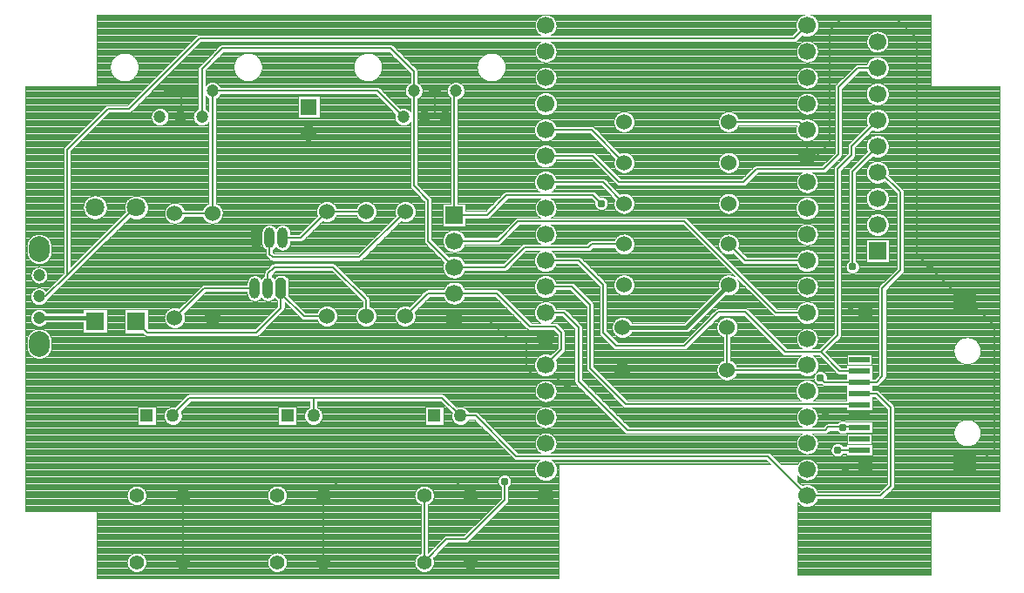
<source format=gbr>
G04 DipTrace 3.3.1.3*
G04 Top.gbr*
%MOMM*%
G04 #@! TF.FileFunction,Copper,L1,Top*
G04 #@! TF.Part,Single*
%AMOUTLINE0*
4,1,8,
0.5,0.75,
0.25,1.0,
-0.25,1.0,
-0.5,0.75,
-0.5,-0.75,
-0.25,-1.0,
0.25,-1.0,
0.5,-0.75,
0.5,0.75,
0*%
%AMOUTLINE3*
4,1,8,
-0.5,-0.75,
-0.25,-1.0,
0.25,-1.0,
0.5,-0.75,
0.5,0.75,
0.25,1.0,
-0.25,1.0,
-0.5,0.75,
-0.5,-0.75,
0*%
G04 #@! TA.AperFunction,Conductor*
%ADD13C,0.2*%
%ADD14C,0.4*%
G04 #@! TA.AperFunction,CopperBalancing*
%ADD15C,0.1*%
G04 #@! TA.AperFunction,ComponentPad*
%ADD17C,1.27*%
%ADD18R,1.6X1.6*%
%ADD19C,1.6*%
%ADD20R,1.27X1.27*%
%ADD21R,1.8X1.8*%
%ADD22C,1.8*%
%ADD23R,1.7X1.7*%
%ADD24C,1.7*%
%ADD25C,1.2*%
%ADD27R,2.0X0.6*%
%ADD28R,1.45X1.75*%
%ADD29R,2.25X1.75*%
G04 #@! TA.AperFunction,ComponentPad*
%ADD30O,1.0X2.0*%
%ADD31C,1.524*%
%ADD32C,1.524*%
%ADD33O,2.0X2.5*%
%ADD34C,1.4*%
G04 #@! TA.AperFunction,ViaPad*
%ADD42C,0.7874*%
G04 #@! TA.AperFunction,ComponentPad*
%ADD94OUTLINE0*%
%ADD97OUTLINE3*%
%FSLAX35Y35*%
G04*
G71*
G90*
G75*
G01*
G04 Top*
%LPD*%
X9175837Y2867837D2*
D13*
X9340213D1*
X9477463Y2730587D1*
Y1968587D1*
X9382217Y1873340D1*
X8667837D1*
X2505563Y2649713D2*
Y2664310D1*
X2667090Y2825837D1*
X3870863D1*
X5123417D1*
X5299540Y2649713D1*
X3870863D2*
Y2825837D1*
X5299540Y2649713D2*
X5446710D1*
X5842087Y2254337D1*
X8286840D1*
X8667837Y1873340D1*
X6873963Y3508460D2*
D14*
X7493083D1*
X7905837Y3921213D1*
X5238840Y4603837D2*
D13*
Y5794463D1*
X5254713Y5810337D1*
X5238840Y4603837D2*
X5556340D1*
X5746840Y4794337D1*
X6588217D1*
X6667590Y4714963D1*
X2524213Y4619713D2*
X2889340D1*
X2889337Y5810337D2*
X2889340Y4619713D1*
X2889337Y5810337D2*
X4490713D1*
X4744713Y5556337D1*
X5238840Y4349837D2*
X5667463D1*
X5857963Y4540337D1*
X7477213D1*
X8366210Y3651340D1*
X8667837D1*
X5238840Y4095837D2*
X5730963D1*
X5921463Y4286337D1*
X6539927D1*
X6571677Y4318087D1*
X6889837D1*
X4846713Y5810337D2*
Y4884837D1*
X4984837Y4746713D1*
Y4349840D1*
X5238840Y4095837D1*
X2787337Y5556337D2*
Y6025840D1*
X2984587Y6223090D1*
X4619713D1*
X4846713Y5996090D1*
Y5810337D1*
X4948713Y5556337D2*
X5050713D1*
X5152713D1*
X5050713Y5810337D2*
Y5556337D1*
X2481337Y5810337D2*
X2585143D1*
X2685337D1*
X2585143D2*
Y5558143D1*
X2583337Y5556337D1*
X5238840Y3587837D2*
X5572213D1*
X5762710Y3397340D1*
X5937923D1*
X6127837D1*
X8843600Y2645707D2*
X9173707D1*
X9175837Y2647837D1*
X8667837Y5175340D2*
X8763090D1*
X8890087Y5302337D1*
Y6397713D1*
X9017087Y6524713D1*
X9525090D1*
X9731463Y6318340D1*
Y4220510D1*
X9857300Y4094673D1*
X10196457Y3755517D1*
X9858463Y4095837D2*
X9857300Y4094673D1*
X6350090Y2905213D2*
X6238967Y3016337D1*
X6032590D1*
X5937923Y3111003D1*
Y3397340D1*
X9037937Y2106500D2*
X9174500D1*
X9235737Y2167737D1*
X10196457Y3755517D2*
X10253970D1*
X10487457Y3522030D1*
Y2326837D1*
X10362627Y2202007D1*
X10196113D1*
X9093877Y3665090D2*
X9234827D1*
X9236630Y3663287D1*
X5397540Y1874717D2*
X5224293Y2047963D1*
X4142110D1*
X3968863Y1874717D1*
Y1224717D2*
Y1874717D1*
X2603563Y1224717D2*
Y1874717D1*
X9350460Y6032583D2*
X9159957D1*
X8969463Y5842090D1*
Y5191210D1*
X8826590Y5048337D1*
X8175713D1*
X8048713Y4921337D1*
X6842213D1*
X6588210Y5175340D1*
X6127837D1*
X7905837Y5508717D2*
X8588460D1*
X8667837Y5429340D1*
X4947540Y1224717D2*
Y1233610D1*
X5163837Y1449907D1*
X5347430D1*
X5726477Y1828953D1*
Y2012547D1*
X4947540Y1874717D2*
Y1224717D1*
X8962893Y2317933D2*
X9175740D1*
X9175837Y2317837D1*
Y2757837D2*
Y2762337D1*
X6907207D1*
X6556463Y3113080D1*
Y3730710D1*
X6381833Y3905340D1*
X6127837D1*
X9175837Y2537837D2*
Y2540087D1*
X9015450D1*
X8874213D1*
X8842463Y2508337D1*
X6921590D1*
X6445337Y2984590D1*
Y3508463D1*
X6302460Y3651340D1*
X6127837D1*
X9015450Y2537880D2*
Y2540087D1*
X9107910Y4099150D2*
Y5028033D1*
X9350460Y5270583D1*
X6127837Y5429340D2*
X6572333D1*
X6889837Y5111837D1*
X5238840Y3841837D2*
X4984840D1*
X4762590Y3619587D1*
X5238840Y3841837D2*
X5651587D1*
X5974587Y3518837D1*
X6218200D1*
X6278023Y3459013D1*
Y3293527D1*
X6127837Y3143340D1*
X9350460Y5016583D2*
X9382217D1*
X9572713Y4826087D1*
Y4064087D1*
X9398090Y3889463D1*
Y3032213D1*
X9343713Y2977837D1*
X9175837D1*
X8836907D1*
X8794837Y3019907D1*
X7889963Y3508460D2*
Y3095713D1*
X8620210D1*
X8667837Y3143340D1*
X6127837Y4921340D2*
X6683457D1*
X6889837Y4714960D1*
X9175837Y3087837D2*
X8981543D1*
X8798617Y3270763D1*
X8455847D1*
X8069623Y3656987D1*
X7804097D1*
X7475807Y3328697D1*
X6814403D1*
X6684053Y3459047D1*
Y3922510D1*
X6447223Y4159340D1*
X6127837D1*
X8798617Y3270763D2*
X8960590Y3432737D1*
Y5047873D1*
X9099123Y5186407D1*
Y5273247D1*
X9350460Y5524583D1*
X4381590Y3619587D2*
Y3778333D1*
X4064087Y4095837D1*
X3492590D1*
X3429090Y4032337D1*
Y3889463D1*
X1206590Y3603733D2*
D14*
X1717813D1*
X1749583Y3571963D1*
X3444963Y4381587D2*
D13*
Y4222837D1*
X3476713Y4191087D1*
X4318090D1*
X4762590Y4635587D1*
X4000590Y3619587D2*
X3778343D1*
X3556090Y3841840D1*
Y3889463D1*
X2149377Y3568583D2*
Y3565803D1*
X2254340Y3460840D1*
X3317967D1*
X3556090Y3698963D1*
Y3889463D1*
X8667837Y4159340D2*
X8064583D1*
X7905837Y4318087D1*
X4000590Y4635587D2*
X4381590D1*
X3571963Y4381587D2*
X3746590D1*
X4000590Y4635587D1*
X3302090Y3889463D2*
X2809963D1*
X2524213Y3603713D1*
X1206590Y3810083D2*
X1270083D1*
X1476463Y4016463D1*
Y5238840D1*
X1873340Y5635717D1*
X2079717D1*
X2762340Y6318340D1*
X8540837D1*
X8667837Y6445340D1*
X1476463Y4016463D2*
X2095590Y4635590D1*
X2111383D1*
X2149377Y4673583D1*
D42*
X5726477Y2012547D3*
X6667590Y4714963D3*
X8843600Y2645707D3*
X8962893Y2317933D3*
X9858463Y4095837D3*
X6350090Y2905213D3*
X8794837Y3019907D3*
X9037937Y2106500D3*
X9015450Y2537880D3*
X9107910Y4099150D3*
X9093877Y3665090D3*
X1768219Y6541797D2*
D15*
X6083114D1*
X6172555D2*
X8613133D1*
X8722536D2*
X9868348D1*
X1768219Y6532130D2*
X6066161D1*
X6189528D2*
X8598602D1*
X8737067D2*
X9868348D1*
X1768219Y6522463D2*
X6054266D1*
X6201403D2*
X8587840D1*
X8747829D2*
X9868348D1*
X1768219Y6512797D2*
X6045204D1*
X6210465D2*
X8579442D1*
X8756227D2*
X9868348D1*
X1768219Y6503130D2*
X6038094D1*
X6217575D2*
X8572762D1*
X8762907D2*
X9868348D1*
X1768219Y6493463D2*
X6032508D1*
X6223180D2*
X8567469D1*
X8768200D2*
X9868348D1*
X1768219Y6483797D2*
X6028172D1*
X6227516D2*
X8563348D1*
X8772321D2*
X9868348D1*
X1768219Y6474130D2*
X6024930D1*
X6230739D2*
X8560262D1*
X8775426D2*
X9868348D1*
X1768219Y6464463D2*
X6022684D1*
X6233004D2*
X8558114D1*
X8777575D2*
X9868348D1*
X1768219Y6454797D2*
X6021356D1*
X6234313D2*
X8556844D1*
X8778825D2*
X9868348D1*
X1768219Y6445130D2*
X6020946D1*
X6234743D2*
X8556434D1*
X8779235D2*
X9868348D1*
X1768219Y6435463D2*
X6021395D1*
X6234274D2*
X8556883D1*
X8778786D2*
X9868348D1*
X1768219Y6425797D2*
X6022762D1*
X6232926D2*
X8558172D1*
X8777497D2*
X9868348D1*
X1768219Y6416130D2*
X6025047D1*
X6230622D2*
X8560379D1*
X8775309D2*
X9868348D1*
X1768219Y6406463D2*
X6028329D1*
X6227340D2*
X8563504D1*
X8772165D2*
X9868348D1*
X1768219Y6396797D2*
X6032723D1*
X6222946D2*
X8567684D1*
X8767985D2*
X9868348D1*
X1768219Y6387130D2*
X6038368D1*
X6217301D2*
X8558563D1*
X8762653D2*
X9316219D1*
X9384704D2*
X9868348D1*
X1768219Y6377463D2*
X6045555D1*
X6210133D2*
X8548895D1*
X8755915D2*
X9295086D1*
X9405817D2*
X9868348D1*
X1768219Y6367797D2*
X6054715D1*
X6200954D2*
X8539227D1*
X8747418D2*
X9281493D1*
X9419430D2*
X9868348D1*
X1768219Y6358130D2*
X6066766D1*
X6188922D2*
X8529559D1*
X8736540D2*
X9271376D1*
X9429528D2*
X9868348D1*
X1768219Y6348463D2*
X2742743D1*
X8721774D2*
X9263524D1*
X9437399D2*
X9868348D1*
X1768219Y6338797D2*
X2731727D1*
X8612360D2*
X8637918D1*
X8697770D2*
X9257333D1*
X9443590D2*
X9868348D1*
X1768219Y6329130D2*
X2722059D1*
X8602692D2*
X9252489D1*
X9448434D2*
X9868348D1*
X1768219Y6319463D2*
X2712391D1*
X8593024D2*
X9248797D1*
X9452126D2*
X9868348D1*
X1768219Y6309797D2*
X2702743D1*
X8583356D2*
X9246141D1*
X9454782D2*
X9868348D1*
X1768219Y6300130D2*
X2693075D1*
X8573688D2*
X9244422D1*
X9456481D2*
X9868348D1*
X1768219Y6290463D2*
X2683407D1*
X8563649D2*
X8629559D1*
X8706110D2*
X9243622D1*
X9457282D2*
X9868348D1*
X1768219Y6280797D2*
X2673739D1*
X2775856D2*
X6070165D1*
X6185504D2*
X8610165D1*
X8725504D2*
X9243719D1*
X9457204D2*
X9868348D1*
X1768219Y6271130D2*
X2664071D1*
X2766188D2*
X6057215D1*
X6198473D2*
X8597215D1*
X8738473D2*
X9244696D1*
X9456227D2*
X9868348D1*
X1768219Y6261463D2*
X2654403D1*
X2756520D2*
X6047489D1*
X6208200D2*
X8587489D1*
X8748200D2*
X9246590D1*
X9454333D2*
X9868348D1*
X1768219Y6251797D2*
X2644735D1*
X2746852D2*
X2962879D1*
X4641422D2*
X6039891D1*
X6215778D2*
X8579891D1*
X8755778D2*
X9249442D1*
X9451481D2*
X9868348D1*
X1768219Y6242130D2*
X2635067D1*
X2737184D2*
X2952567D1*
X4651735D2*
X6033915D1*
X6221754D2*
X8573915D1*
X8761754D2*
X9253348D1*
X9447575D2*
X9868348D1*
X1768219Y6232463D2*
X2625399D1*
X2727536D2*
X2942899D1*
X4661403D2*
X6029247D1*
X6226422D2*
X8569247D1*
X8766422D2*
X9258426D1*
X9442477D2*
X9868348D1*
X1768219Y6222797D2*
X2615731D1*
X2717868D2*
X2933231D1*
X4671071D2*
X6025711D1*
X6229958D2*
X8565711D1*
X8769958D2*
X9264930D1*
X9435993D2*
X9868348D1*
X1768219Y6213130D2*
X2606063D1*
X2708200D2*
X2923563D1*
X4680739D2*
X6023211D1*
X6232477D2*
X8563211D1*
X8772477D2*
X9273172D1*
X9427751D2*
X9868348D1*
X1768219Y6203463D2*
X2596395D1*
X2698532D2*
X2913895D1*
X4690407D2*
X6021629D1*
X6234040D2*
X8561629D1*
X8774040D2*
X9283836D1*
X9417086D2*
X9868348D1*
X1768219Y6193797D2*
X2586727D1*
X2688864D2*
X2904227D1*
X4700075D2*
X6020965D1*
X6234704D2*
X8560965D1*
X8774704D2*
X9298407D1*
X9402497D2*
X9868348D1*
X1768219Y6184130D2*
X2577059D1*
X2679196D2*
X2894559D1*
X2996696D2*
X4607606D1*
X4709743D2*
X6021180D1*
X6234489D2*
X8561180D1*
X8774489D2*
X9322665D1*
X9378258D2*
X9868348D1*
X1768219Y6174463D2*
X1999208D1*
X2069469D2*
X2567391D1*
X2669528D2*
X2884891D1*
X2987028D2*
X3199208D1*
X3269469D2*
X4364579D1*
X4434840D2*
X4617274D1*
X4719411D2*
X5564579D1*
X5634840D2*
X6022293D1*
X6233376D2*
X8562293D1*
X8773376D2*
X9868348D1*
X1768219Y6164797D2*
X1972801D1*
X2095876D2*
X2557743D1*
X2659860D2*
X2875223D1*
X2977360D2*
X3172801D1*
X3295876D2*
X4338172D1*
X4461247D2*
X4626942D1*
X4729079D2*
X5538172D1*
X5661247D2*
X6024325D1*
X6231364D2*
X8564325D1*
X8771364D2*
X9868348D1*
X1768219Y6155130D2*
X1956024D1*
X2112653D2*
X2548075D1*
X2650192D2*
X2865555D1*
X2967692D2*
X3156024D1*
X3312653D2*
X4321395D1*
X4478024D2*
X4636610D1*
X4738747D2*
X5521395D1*
X5678024D2*
X6027313D1*
X6228356D2*
X8567313D1*
X8768356D2*
X9868348D1*
X1768219Y6145463D2*
X1943329D1*
X2125348D2*
X2538407D1*
X2640524D2*
X2855887D1*
X2958024D2*
X3143329D1*
X3325348D2*
X4308700D1*
X4490739D2*
X4646278D1*
X4748395D2*
X5508700D1*
X5690739D2*
X6031395D1*
X6224293D2*
X8571395D1*
X8764293D2*
X9868348D1*
X1768219Y6135797D2*
X1933133D1*
X2135543D2*
X2528739D1*
X2630856D2*
X2846239D1*
X2948356D2*
X3133133D1*
X3335543D2*
X4298504D1*
X4500915D2*
X4655946D1*
X4758063D2*
X5498504D1*
X5700915D2*
X6036668D1*
X6219001D2*
X8576668D1*
X8759001D2*
X9310282D1*
X9390641D2*
X9868348D1*
X1768219Y6126130D2*
X1924735D1*
X2143942D2*
X2519071D1*
X2621188D2*
X2836571D1*
X2938688D2*
X3124735D1*
X3343942D2*
X4290106D1*
X4509313D2*
X4665614D1*
X4767731D2*
X5490106D1*
X5709313D2*
X6043387D1*
X6212282D2*
X8583387D1*
X8752282D2*
X9290829D1*
X9410094D2*
X9868348D1*
X1768219Y6116463D2*
X1917762D1*
X2150915D2*
X2509403D1*
X2611520D2*
X2826903D1*
X2929020D2*
X3117762D1*
X3350915D2*
X4283133D1*
X4516305D2*
X4675282D1*
X4777399D2*
X5483133D1*
X5716305D2*
X6051942D1*
X6203727D2*
X8591942D1*
X8743727D2*
X9277684D1*
X9423239D2*
X9868348D1*
X1768219Y6106797D2*
X1911942D1*
X2156735D2*
X2499735D1*
X2601852D2*
X2817235D1*
X2919352D2*
X3111942D1*
X3356735D2*
X4277313D1*
X4522106D2*
X4684950D1*
X4787067D2*
X5477313D1*
X5722106D2*
X6063055D1*
X6192614D2*
X8603055D1*
X8732614D2*
X9267723D1*
X9433200D2*
X9868348D1*
X1768219Y6097130D2*
X1907118D1*
X2161540D2*
X2490067D1*
X2592184D2*
X2807567D1*
X2909684D2*
X3107118D1*
X3361540D2*
X4272508D1*
X4526930D2*
X4694618D1*
X4796735D2*
X5472508D1*
X5726930D2*
X6078465D1*
X6177204D2*
X8618465D1*
X8717204D2*
X9259891D1*
X9441032D2*
X9868348D1*
X1768219Y6087463D2*
X1903211D1*
X2165465D2*
X2480399D1*
X2582536D2*
X2797899D1*
X2900016D2*
X3103211D1*
X3365465D2*
X4268583D1*
X4530836D2*
X4704286D1*
X4806403D2*
X5468583D1*
X5730836D2*
X6106239D1*
X6149430D2*
X8646239D1*
X8689430D2*
X9253661D1*
X9447262D2*
X9868348D1*
X1768219Y6077797D2*
X1900106D1*
X2168571D2*
X2470731D1*
X2572868D2*
X2788231D1*
X2890348D2*
X3100106D1*
X3368571D2*
X4265477D1*
X4533942D2*
X4713934D1*
X4816071D2*
X5465477D1*
X5733942D2*
X9248739D1*
X9452184D2*
X9868348D1*
X1768219Y6068130D2*
X1897762D1*
X2170915D2*
X2461063D1*
X2563200D2*
X2778563D1*
X2880700D2*
X3097762D1*
X3370915D2*
X4263133D1*
X4536286D2*
X4723602D1*
X4825739D2*
X5463133D1*
X5736286D2*
X9244930D1*
X9455973D2*
X9868348D1*
X1768219Y6058463D2*
X1896122D1*
X2172536D2*
X2451395D1*
X2553532D2*
X2768895D1*
X2871032D2*
X3096122D1*
X3372536D2*
X4261512D1*
X4537926D2*
X4733270D1*
X4835407D2*
X5461512D1*
X5737926D2*
X9134813D1*
X9458786D2*
X9868348D1*
X1768219Y6048797D2*
X1895204D1*
X2173473D2*
X2441727D1*
X2543864D2*
X2759383D1*
X2861364D2*
X3095204D1*
X3373473D2*
X4260575D1*
X4538864D2*
X4742938D1*
X4845075D2*
X5460575D1*
X5738864D2*
X9125106D1*
X9460661D2*
X9868348D1*
X1768219Y6039130D2*
X1894950D1*
X2173727D2*
X2432059D1*
X2534196D2*
X2753524D1*
X2851696D2*
X3094950D1*
X3373727D2*
X4260321D1*
X4539118D2*
X4752606D1*
X4854743D2*
X5460321D1*
X5739118D2*
X6097626D1*
X6158063D2*
X8637626D1*
X8698063D2*
X9115438D1*
X9461657D2*
X9868348D1*
X1768219Y6029463D2*
X1895360D1*
X2173317D2*
X2422391D1*
X2524528D2*
X2751122D1*
X2842028D2*
X3095360D1*
X3373317D2*
X4260751D1*
X4538688D2*
X4762274D1*
X4864411D2*
X5460751D1*
X5738688D2*
X6074598D1*
X6181071D2*
X8614598D1*
X8721071D2*
X9105770D1*
X9461813D2*
X9868348D1*
X1768219Y6019797D2*
X1896473D1*
X2172204D2*
X2412743D1*
X2514860D2*
X2750946D1*
X2832360D2*
X3096473D1*
X3372204D2*
X4261844D1*
X4537575D2*
X4771942D1*
X4874001D2*
X5461844D1*
X5737575D2*
X6060379D1*
X6195290D2*
X8600379D1*
X8735290D2*
X9096102D1*
X9461110D2*
X9868348D1*
X1768219Y6010130D2*
X1898270D1*
X2170407D2*
X2403075D1*
X2505192D2*
X2750946D1*
X2823747D2*
X3098270D1*
X3370407D2*
X4263641D1*
X4535778D2*
X4781610D1*
X4880211D2*
X5463641D1*
X5735778D2*
X6049911D1*
X6205758D2*
X8589911D1*
X8745758D2*
X9086434D1*
X9459547D2*
X9868348D1*
X1768219Y6000463D2*
X1900809D1*
X2167868D2*
X2393407D1*
X2495524D2*
X2750946D1*
X2823747D2*
X3100809D1*
X3367868D2*
X4266180D1*
X4533239D2*
X4791278D1*
X4882848D2*
X5466180D1*
X5733239D2*
X6041805D1*
X6213864D2*
X8581805D1*
X8753864D2*
X9076766D1*
X9457086D2*
X9868348D1*
X1768219Y5990797D2*
X1904110D1*
X2164567D2*
X2383739D1*
X2485856D2*
X2750946D1*
X2823747D2*
X3104110D1*
X3364567D2*
X4269481D1*
X4529938D2*
X4800946D1*
X4883122D2*
X5469481D1*
X5729938D2*
X6035418D1*
X6220251D2*
X8575418D1*
X8760251D2*
X9067098D1*
X9169235D2*
X9247274D1*
X9453649D2*
X9868348D1*
X1768219Y5981130D2*
X1908231D1*
X2160426D2*
X2374071D1*
X2476188D2*
X2750946D1*
X2823747D2*
X3108231D1*
X3360426D2*
X4273622D1*
X4525817D2*
X4810321D1*
X4883122D2*
X5473622D1*
X5725817D2*
X6030418D1*
X6225251D2*
X8570418D1*
X8765251D2*
X9057450D1*
X9159567D2*
X9251786D1*
X9449137D2*
X9868348D1*
X1768219Y5971463D2*
X1913290D1*
X2155387D2*
X2364403D1*
X2466520D2*
X2750946D1*
X2823747D2*
X3113290D1*
X3355387D2*
X4278661D1*
X4520758D2*
X4810321D1*
X4883122D2*
X5478661D1*
X5720758D2*
X6026590D1*
X6229098D2*
X8566590D1*
X8769098D2*
X9047782D1*
X9149899D2*
X9257528D1*
X9443395D2*
X9868348D1*
X1768219Y5961797D2*
X1919383D1*
X2149293D2*
X2354735D1*
X2456852D2*
X2750946D1*
X2823747D2*
X3119383D1*
X3349293D2*
X4284754D1*
X4514665D2*
X4810321D1*
X4883122D2*
X5484754D1*
X5714665D2*
X6023797D1*
X6231872D2*
X8563797D1*
X8771872D2*
X9038114D1*
X9140231D2*
X9264735D1*
X9436188D2*
X9868348D1*
X1768219Y5952130D2*
X1926688D1*
X2141989D2*
X2345067D1*
X2447184D2*
X2750946D1*
X2823747D2*
X3126688D1*
X3341989D2*
X4292059D1*
X4507360D2*
X4810321D1*
X4883122D2*
X5492059D1*
X5707360D2*
X6021981D1*
X6233708D2*
X8561981D1*
X8773708D2*
X9028446D1*
X9130563D2*
X9273856D1*
X9427067D2*
X9868348D1*
X1768219Y5942463D2*
X1935477D1*
X2133200D2*
X2335399D1*
X2437536D2*
X2750946D1*
X2823747D2*
X3135477D1*
X3333200D2*
X4300868D1*
X4498571D2*
X4810321D1*
X4883122D2*
X5500868D1*
X5698571D2*
X6021063D1*
X6234606D2*
X8561063D1*
X8774606D2*
X9018778D1*
X9120895D2*
X9285692D1*
X9415231D2*
X9868348D1*
X1768219Y5932797D2*
X1946219D1*
X2122458D2*
X2325731D1*
X2427868D2*
X2750946D1*
X2823747D2*
X3146219D1*
X3322458D2*
X4311590D1*
X4487829D2*
X4810321D1*
X4883122D2*
X5511590D1*
X5687829D2*
X6021043D1*
X6234645D2*
X8561043D1*
X8774645D2*
X9009110D1*
X9111227D2*
X9302235D1*
X9398688D2*
X9868348D1*
X1768219Y5923130D2*
X1959735D1*
X2108942D2*
X2316063D1*
X2418200D2*
X2750946D1*
X2823747D2*
X3159735D1*
X3308942D2*
X4325106D1*
X4474313D2*
X4810321D1*
X4883122D2*
X5525106D1*
X5674313D2*
X6021903D1*
X6233786D2*
X8561903D1*
X8773786D2*
X8999442D1*
X9101559D2*
X9335028D1*
X9365895D2*
X9868348D1*
X1768219Y5913463D2*
X1978036D1*
X2090641D2*
X2306395D1*
X2408532D2*
X2750946D1*
X2823747D2*
X3178036D1*
X3290641D2*
X4343426D1*
X4456012D2*
X4810321D1*
X4883122D2*
X5543426D1*
X5656012D2*
X6023661D1*
X6232008D2*
X8563661D1*
X8772008D2*
X8989774D1*
X9091891D2*
X9868348D1*
X1768219Y5903797D2*
X2010731D1*
X2057946D2*
X2296727D1*
X2398864D2*
X2750946D1*
X2823747D2*
X3210731D1*
X3257946D2*
X4376102D1*
X4423336D2*
X4810321D1*
X4883122D2*
X5576102D1*
X5623336D2*
X6026395D1*
X6229293D2*
X8566395D1*
X8769293D2*
X8980106D1*
X9082243D2*
X9868348D1*
X1768219Y5894130D2*
X2287059D1*
X2389196D2*
X2750946D1*
X2823747D2*
X2871844D1*
X2906833D2*
X4810321D1*
X4883122D2*
X5237235D1*
X5272204D2*
X6030145D1*
X6225524D2*
X8570145D1*
X8765524D2*
X8970438D1*
X9072575D2*
X9868348D1*
X1768219Y5884463D2*
X2277391D1*
X2379528D2*
X2750946D1*
X2823747D2*
X2845926D1*
X2932751D2*
X4803309D1*
X4890114D2*
X5211297D1*
X5298122D2*
X6035086D1*
X6220583D2*
X8575086D1*
X8760583D2*
X8960770D1*
X9062907D2*
X9318192D1*
X9382731D2*
X9868348D1*
X1768219Y5874797D2*
X2267743D1*
X2369860D2*
X2750946D1*
X2823747D2*
X2832313D1*
X2946364D2*
X4789696D1*
X4903727D2*
X5197704D1*
X5311735D2*
X6041376D1*
X6214293D2*
X8581376D1*
X8754293D2*
X8951102D1*
X9053239D2*
X9295321D1*
X9405602D2*
X9868348D1*
X1768219Y5865130D2*
X2258075D1*
X2360192D2*
X2750946D1*
X2955836D2*
X4780204D1*
X4913219D2*
X5188211D1*
X5321227D2*
X6049383D1*
X6206305D2*
X8589383D1*
X8746305D2*
X8941590D1*
X9043571D2*
X9280926D1*
X9419997D2*
X9868348D1*
X1767536Y5855463D2*
X2248407D1*
X2350524D2*
X2750946D1*
X2962848D2*
X4773211D1*
X4920211D2*
X5181219D1*
X5328219D2*
X6059676D1*
X6195993D2*
X8599676D1*
X8735993D2*
X8935692D1*
X9033903D2*
X9270223D1*
X9430700D2*
X9869012D1*
X1069723Y5845797D2*
X2238739D1*
X2340856D2*
X2750946D1*
X2968024D2*
X4768016D1*
X4925407D2*
X5176024D1*
X5333395D2*
X6073602D1*
X6182086D2*
X8613602D1*
X8722086D2*
X8933251D1*
X9024235D2*
X9261883D1*
X9439040D2*
X10535086D1*
X1069723Y5836130D2*
X2229071D1*
X2331188D2*
X2750946D1*
X4515954D2*
X4764305D1*
X4929118D2*
X5172293D1*
X5337126D2*
X6095672D1*
X6159997D2*
X8635672D1*
X8699997D2*
X8933055D1*
X9014567D2*
X9255243D1*
X9445680D2*
X10535086D1*
X1069723Y5826463D2*
X2219403D1*
X2321520D2*
X2750946D1*
X4525641D2*
X4761844D1*
X4931579D2*
X5169852D1*
X5339586D2*
X8933055D1*
X9005856D2*
X9249989D1*
X9450934D2*
X10535086D1*
X1069723Y5816797D2*
X2209735D1*
X2311852D2*
X2750946D1*
X4535309D2*
X4760555D1*
X4932868D2*
X5168563D1*
X5340876D2*
X8933055D1*
X9005856D2*
X9245887D1*
X9455036D2*
X10535086D1*
X1069723Y5807130D2*
X2200067D1*
X2302184D2*
X2750946D1*
X4544977D2*
X4760379D1*
X4933043D2*
X5168368D1*
X5341051D2*
X8933055D1*
X9005856D2*
X9242821D1*
X9458102D2*
X10535086D1*
X1069723Y5797463D2*
X2190399D1*
X2292536D2*
X2750946D1*
X4554645D2*
X4761297D1*
X4932145D2*
X5169286D1*
X5340133D2*
X8933055D1*
X9005856D2*
X9240692D1*
X9460231D2*
X10535086D1*
X1069723Y5787797D2*
X2180731D1*
X2282868D2*
X2750946D1*
X4564313D2*
X4763348D1*
X4930094D2*
X5171336D1*
X5338083D2*
X6091102D1*
X6164567D2*
X8649403D1*
X8686266D2*
X8933055D1*
X9005856D2*
X9239442D1*
X9461481D2*
X10535086D1*
X1069723Y5778130D2*
X2171063D1*
X2273200D2*
X2750946D1*
X4573981D2*
X4766610D1*
X4926813D2*
X5174618D1*
X5334801D2*
X6070243D1*
X6185426D2*
X8619618D1*
X8716051D2*
X8933055D1*
X9005856D2*
X9239051D1*
X9461852D2*
X10535086D1*
X1069723Y5768463D2*
X2161395D1*
X2263532D2*
X2750946D1*
X2964762D2*
X4481532D1*
X4583649D2*
X4771278D1*
X4922145D2*
X5179286D1*
X5330153D2*
X6056532D1*
X6199137D2*
X8603836D1*
X8731833D2*
X8933055D1*
X9005856D2*
X9239520D1*
X9461403D2*
X10535086D1*
X1069723Y5758797D2*
X2151727D1*
X2253864D2*
X2750946D1*
X2958434D2*
X4491200D1*
X4593317D2*
X4777626D1*
X4915817D2*
X5185614D1*
X5323805D2*
X6046258D1*
X6209430D2*
X8592528D1*
X8743141D2*
X8933055D1*
X9005856D2*
X9240848D1*
X9460075D2*
X10535086D1*
X1069723Y5749130D2*
X2142059D1*
X2244196D2*
X2750946D1*
X2823747D2*
X2828778D1*
X2949899D2*
X3719559D1*
X3932360D2*
X4500848D1*
X4602985D2*
X4786161D1*
X4907262D2*
X5194149D1*
X5315270D2*
X6038172D1*
X6217497D2*
X8583856D1*
X8751813D2*
X8933055D1*
X9005856D2*
X9243055D1*
X9457868D2*
X10535086D1*
X1069723Y5739463D2*
X2132391D1*
X2234528D2*
X2750946D1*
X2823747D2*
X2840692D1*
X2937985D2*
X3719559D1*
X3932360D2*
X4510516D1*
X4612653D2*
X4798075D1*
X4895368D2*
X5202430D1*
X5303356D2*
X6031766D1*
X6223903D2*
X8577040D1*
X8758649D2*
X8933055D1*
X9005856D2*
X9246219D1*
X9454704D2*
X10535086D1*
X1069723Y5729797D2*
X2122743D1*
X2224860D2*
X2750946D1*
X2823747D2*
X2852938D1*
X2925739D2*
X3719559D1*
X3932360D2*
X4520184D1*
X4622321D2*
X4810321D1*
X4883122D2*
X5202430D1*
X5284118D2*
X6026688D1*
X6228981D2*
X8571668D1*
X8764001D2*
X8933055D1*
X9005856D2*
X9250418D1*
X9450504D2*
X10535086D1*
X1069723Y5720130D2*
X2113075D1*
X2215192D2*
X2750946D1*
X2823747D2*
X2852938D1*
X2925739D2*
X3719559D1*
X3932360D2*
X4529852D1*
X4631989D2*
X4810321D1*
X4883122D2*
X5202430D1*
X5275231D2*
X6022743D1*
X6232926D2*
X8567528D1*
X8768141D2*
X8933055D1*
X9005856D2*
X9255809D1*
X9445114D2*
X10535086D1*
X1069723Y5710463D2*
X2103407D1*
X2205524D2*
X2750946D1*
X2823747D2*
X2852938D1*
X2925739D2*
X3719559D1*
X3932360D2*
X4539520D1*
X4641657D2*
X4810321D1*
X4883122D2*
X5202430D1*
X5275231D2*
X6019813D1*
X6235856D2*
X8564461D1*
X8771208D2*
X8933055D1*
X9005856D2*
X9262586D1*
X9438336D2*
X10535086D1*
X1069723Y5700797D2*
X2093739D1*
X2195856D2*
X2750946D1*
X2823747D2*
X2852938D1*
X2925739D2*
X3719559D1*
X3932360D2*
X4549188D1*
X4651325D2*
X4810321D1*
X4883122D2*
X5202430D1*
X5275231D2*
X6017821D1*
X6237848D2*
X8562391D1*
X8773297D2*
X8933055D1*
X9005856D2*
X9271122D1*
X9429801D2*
X10535086D1*
X1069723Y5691130D2*
X2084071D1*
X2186188D2*
X2750946D1*
X2823747D2*
X2852938D1*
X2925739D2*
X3719559D1*
X3932360D2*
X4558856D1*
X4660993D2*
X4810321D1*
X4883122D2*
X5202430D1*
X5275231D2*
X6016708D1*
X6238961D2*
X8561219D1*
X8774450D2*
X8933055D1*
X9005856D2*
X9282079D1*
X9418844D2*
X10535086D1*
X1069723Y5681463D2*
X2074403D1*
X2176520D2*
X2750946D1*
X2823747D2*
X2852938D1*
X2925739D2*
X3719559D1*
X3932360D2*
X4568524D1*
X4670641D2*
X4810321D1*
X4883122D2*
X5202430D1*
X5275231D2*
X6016454D1*
X6239215D2*
X8560946D1*
X8774723D2*
X8933055D1*
X9005856D2*
X9296961D1*
X9403961D2*
X10535086D1*
X1069723Y5671797D2*
X2064735D1*
X2166852D2*
X2750946D1*
X2823747D2*
X2852938D1*
X2925739D2*
X3719559D1*
X3932360D2*
X4578192D1*
X4680309D2*
X4810321D1*
X4883122D2*
X5202430D1*
X5275231D2*
X6017040D1*
X6238629D2*
X8561571D1*
X8774098D2*
X8933055D1*
X9005856D2*
X9321454D1*
X9379469D2*
X10535086D1*
X1069723Y5662130D2*
X1848778D1*
X2157184D2*
X2750946D1*
X2823747D2*
X2852938D1*
X2925739D2*
X3719559D1*
X3932360D2*
X4587860D1*
X4689977D2*
X4810321D1*
X4883122D2*
X5202430D1*
X5275231D2*
X6018485D1*
X6237184D2*
X8563075D1*
X8772594D2*
X8933055D1*
X9005856D2*
X10535086D1*
X1069723Y5652463D2*
X1839032D1*
X2147536D2*
X2750946D1*
X2823747D2*
X2852938D1*
X2925739D2*
X3719559D1*
X3932360D2*
X4597528D1*
X4699645D2*
X4810321D1*
X4883122D2*
X5202430D1*
X5275231D2*
X6020848D1*
X6234840D2*
X8565536D1*
X8770133D2*
X8933055D1*
X9005856D2*
X10535086D1*
X1069723Y5642797D2*
X1829364D1*
X2137868D2*
X2750946D1*
X2823747D2*
X2852938D1*
X2925739D2*
X3719559D1*
X3932360D2*
X4607196D1*
X4709313D2*
X4810321D1*
X4883122D2*
X5202430D1*
X5275231D2*
X6024149D1*
X6231520D2*
X8569012D1*
X8766676D2*
X8933055D1*
X9005856D2*
X10535086D1*
X1069723Y5633130D2*
X1819696D1*
X2128200D2*
X2340965D1*
X2417692D2*
X2748973D1*
X2825700D2*
X2852938D1*
X2925739D2*
X3719559D1*
X3932360D2*
X4616864D1*
X4783083D2*
X4810321D1*
X4883122D2*
X5202430D1*
X5275231D2*
X6028524D1*
X6227165D2*
X8573602D1*
X8762086D2*
X8933055D1*
X9005856D2*
X9329325D1*
X9371598D2*
X10535086D1*
X1069723Y5623463D2*
X1810028D1*
X2118532D2*
X2325536D1*
X2433122D2*
X2733543D1*
X2841129D2*
X2852938D1*
X2925739D2*
X3719559D1*
X3932360D2*
X4626532D1*
X4798512D2*
X4810321D1*
X4883122D2*
X5202430D1*
X5275231D2*
X6034090D1*
X6221598D2*
X8579481D1*
X8756188D2*
X8933055D1*
X9005856D2*
X9300360D1*
X9400563D2*
X10535086D1*
X1069723Y5613797D2*
X1800360D1*
X2108864D2*
X2315165D1*
X2443512D2*
X2723153D1*
X2925739D2*
X3719559D1*
X3932360D2*
X4636200D1*
X4883122D2*
X5202430D1*
X5275231D2*
X6041102D1*
X6214586D2*
X8586961D1*
X8748708D2*
X8933055D1*
X9005856D2*
X9284422D1*
X9416501D2*
X10535086D1*
X1069723Y5604130D2*
X1790692D1*
X2096696D2*
X2307567D1*
X2451110D2*
X2715555D1*
X2925739D2*
X3719559D1*
X3932360D2*
X4645848D1*
X4883122D2*
X5202430D1*
X5275231D2*
X6049930D1*
X6205739D2*
X6853934D1*
X6925758D2*
X7869930D1*
X7941754D2*
X8596551D1*
X8739118D2*
X8933055D1*
X9005856D2*
X9272899D1*
X9428004D2*
X10535086D1*
X1069723Y5594463D2*
X1781024D1*
X1883141D2*
X2301922D1*
X2456754D2*
X2709911D1*
X2925739D2*
X3719559D1*
X3932360D2*
X4655516D1*
X4883122D2*
X5202430D1*
X5275231D2*
X6061336D1*
X6194333D2*
X6834344D1*
X6945329D2*
X7850340D1*
X7961344D2*
X8609247D1*
X8726422D2*
X8933055D1*
X9005856D2*
X9263993D1*
X9436930D2*
X10535086D1*
X1069723Y5584797D2*
X1771356D1*
X1873493D2*
X2297821D1*
X2460856D2*
X2705809D1*
X2925739D2*
X3719559D1*
X3932360D2*
X4663192D1*
X4883122D2*
X5202430D1*
X5275231D2*
X6077059D1*
X6178610D2*
X6821493D1*
X6958180D2*
X7837508D1*
X7974176D2*
X8628055D1*
X8707614D2*
X8933055D1*
X9005856D2*
X9256922D1*
X9444001D2*
X10535086D1*
X1069723Y5575130D2*
X1761688D1*
X1863825D2*
X2295028D1*
X2463649D2*
X2703036D1*
X2925739D2*
X3719559D1*
X3932360D2*
X4660399D1*
X4883122D2*
X5202430D1*
X5275231D2*
X6104950D1*
X6150719D2*
X6811942D1*
X6967731D2*
X7827958D1*
X7983727D2*
X8933055D1*
X9005856D2*
X9251317D1*
X9449606D2*
X10535086D1*
X1069723Y5565463D2*
X1752020D1*
X1854157D2*
X2293426D1*
X2465251D2*
X2701434D1*
X2925739D2*
X3719559D1*
X3932360D2*
X4658797D1*
X4883122D2*
X5202430D1*
X5275231D2*
X6804559D1*
X6975114D2*
X7820555D1*
X7991110D2*
X8933055D1*
X9005856D2*
X9246903D1*
X9454020D2*
X10535086D1*
X1069723Y5555797D2*
X1742352D1*
X1844489D2*
X2292938D1*
X2465739D2*
X2700946D1*
X2925739D2*
X3719559D1*
X3932360D2*
X4658309D1*
X4883122D2*
X5202430D1*
X5275231D2*
X6798797D1*
X6980876D2*
X7814793D1*
X7996872D2*
X8933055D1*
X9005856D2*
X9243563D1*
X9457360D2*
X10535086D1*
X1069723Y5546130D2*
X1732684D1*
X1834821D2*
X2293543D1*
X2465133D2*
X2701551D1*
X2925739D2*
X4658934D1*
X4883122D2*
X5202430D1*
X5275231D2*
X6794383D1*
X6985290D2*
X7810379D1*
X8001305D2*
X8933055D1*
X9005856D2*
X9241180D1*
X9459743D2*
X10535086D1*
X1069723Y5536463D2*
X1723016D1*
X1825153D2*
X2295282D1*
X2463395D2*
X2703290D1*
X2925739D2*
X4660653D1*
X4883122D2*
X5202430D1*
X5275231D2*
X6100145D1*
X6155543D2*
X6791102D1*
X6988571D2*
X7807098D1*
X8611442D2*
X8640145D1*
X8695543D2*
X8933055D1*
X9005856D2*
X9239696D1*
X9461227D2*
X10535086D1*
X1069723Y5526797D2*
X1713348D1*
X1815485D2*
X2298211D1*
X2460465D2*
X2706200D1*
X2925739D2*
X4663583D1*
X4883122D2*
X5202430D1*
X5275231D2*
X6074969D1*
X6180700D2*
X6788856D1*
X6990817D2*
X7804852D1*
X8720700D2*
X8933055D1*
X9005856D2*
X9239090D1*
X9461833D2*
X10535086D1*
X1069723Y5517130D2*
X1703700D1*
X1805817D2*
X2302469D1*
X2456208D2*
X2710477D1*
X2925739D2*
X4667840D1*
X4883122D2*
X5202430D1*
X5275231D2*
X6059891D1*
X6195778D2*
X6787586D1*
X6992086D2*
X7803583D1*
X8735778D2*
X8933055D1*
X9005856D2*
X9239305D1*
X9461618D2*
X10535086D1*
X1069723Y5507463D2*
X1694032D1*
X1796149D2*
X2308309D1*
X2450368D2*
X2716297D1*
X2925739D2*
X4673680D1*
X4883122D2*
X5202430D1*
X5275231D2*
X6048836D1*
X6206852D2*
X6787235D1*
X6992438D2*
X7803251D1*
X8746852D2*
X8933055D1*
X9005856D2*
X9240399D1*
X9460524D2*
X10535086D1*
X1069723Y5497797D2*
X1684364D1*
X1786481D2*
X2316161D1*
X2442516D2*
X2724149D1*
X2925739D2*
X4681532D1*
X4883122D2*
X5202430D1*
X5275231D2*
X6040223D1*
X6215446D2*
X6787821D1*
X6991852D2*
X7803817D1*
X8755446D2*
X8933055D1*
X9005856D2*
X9242352D1*
X9458571D2*
X10535086D1*
X1069723Y5488130D2*
X1674696D1*
X1776813D2*
X2326942D1*
X2431735D2*
X2734950D1*
X2839723D2*
X2852938D1*
X2925739D2*
X4692313D1*
X4797106D2*
X4810321D1*
X4883122D2*
X5202430D1*
X5275231D2*
X6033387D1*
X6222282D2*
X6789344D1*
X6990329D2*
X7805340D1*
X8762282D2*
X8933055D1*
X9005856D2*
X9245243D1*
X9455661D2*
X10535086D1*
X1069723Y5478463D2*
X1665028D1*
X1767145D2*
X2343290D1*
X2415387D2*
X2751278D1*
X2823395D2*
X2852938D1*
X2925739D2*
X4708661D1*
X4780778D2*
X4810321D1*
X4883122D2*
X5202430D1*
X5275231D2*
X6027977D1*
X6227711D2*
X6791844D1*
X6987829D2*
X7807840D1*
X8767711D2*
X8933055D1*
X9005856D2*
X9249149D1*
X9451774D2*
X10535086D1*
X1069723Y5468797D2*
X1655360D1*
X1757477D2*
X2852938D1*
X2925739D2*
X4810321D1*
X4883122D2*
X5202430D1*
X5275231D2*
X6023719D1*
X6231950D2*
X6795399D1*
X6984274D2*
X7811415D1*
X8000270D2*
X8563719D1*
X8771950D2*
X8933055D1*
X9005856D2*
X9243602D1*
X9446735D2*
X10535086D1*
X1069723Y5459130D2*
X1645692D1*
X1747809D2*
X2852938D1*
X2925739D2*
X4810321D1*
X4883122D2*
X5202430D1*
X5275231D2*
X6020536D1*
X6592458D2*
X6800165D1*
X6979508D2*
X7816161D1*
X7995524D2*
X8560536D1*
X8775133D2*
X8933055D1*
X9005856D2*
X9233934D1*
X9440368D2*
X10535086D1*
X1069723Y5449463D2*
X1636024D1*
X1738141D2*
X2852938D1*
X2925739D2*
X4810321D1*
X4883122D2*
X5202430D1*
X5275231D2*
X6018290D1*
X6603278D2*
X6806297D1*
X6973376D2*
X7822313D1*
X7989372D2*
X8558290D1*
X8777379D2*
X8933055D1*
X9005856D2*
X9224286D1*
X9432360D2*
X10535086D1*
X1069723Y5439797D2*
X1626356D1*
X1728493D2*
X2852938D1*
X2925739D2*
X4810321D1*
X4883122D2*
X5202430D1*
X5275231D2*
X6016942D1*
X6612946D2*
X6814188D1*
X6965485D2*
X7830184D1*
X7981481D2*
X8556942D1*
X8778747D2*
X8933055D1*
X9005856D2*
X9214618D1*
X9422165D2*
X10535086D1*
X1069723Y5430130D2*
X1616688D1*
X1718825D2*
X2852938D1*
X2925739D2*
X4810321D1*
X4883122D2*
X5202430D1*
X5275231D2*
X6016434D1*
X6622614D2*
X6824442D1*
X6955231D2*
X7840438D1*
X7971227D2*
X8556434D1*
X8779235D2*
X8933055D1*
X9005856D2*
X9204950D1*
X9408610D2*
X10535086D1*
X1069723Y5420463D2*
X1607020D1*
X1709157D2*
X2852938D1*
X2925739D2*
X4810321D1*
X4883122D2*
X5202430D1*
X5275231D2*
X6016786D1*
X6632282D2*
X6838504D1*
X6941168D2*
X7854501D1*
X7957184D2*
X8556786D1*
X8778883D2*
X8933055D1*
X9005856D2*
X9195282D1*
X9297399D2*
X9312762D1*
X9388161D2*
X10535086D1*
X1069723Y5410797D2*
X1597352D1*
X1699489D2*
X2852938D1*
X2925739D2*
X4810321D1*
X4883122D2*
X5202430D1*
X5275231D2*
X6017997D1*
X6641950D2*
X6861747D1*
X6917926D2*
X7877743D1*
X7933942D2*
X8557997D1*
X8777672D2*
X8933055D1*
X9005856D2*
X9185614D1*
X9287731D2*
X10535086D1*
X1069723Y5401130D2*
X1587684D1*
X1689821D2*
X2852938D1*
X2925739D2*
X4810321D1*
X4883122D2*
X5202430D1*
X5275231D2*
X6020106D1*
X6651598D2*
X8560106D1*
X8775563D2*
X8933055D1*
X9005856D2*
X9175946D1*
X9278063D2*
X10535086D1*
X1069723Y5391463D2*
X1578016D1*
X1680153D2*
X2852938D1*
X2925739D2*
X4810321D1*
X4883122D2*
X5202430D1*
X5275231D2*
X6023133D1*
X6232536D2*
X6559149D1*
X6661266D2*
X8563133D1*
X8772536D2*
X8933055D1*
X9005856D2*
X9166278D1*
X9268395D2*
X10535086D1*
X1069723Y5381797D2*
X1568348D1*
X1670485D2*
X2852938D1*
X2925739D2*
X4810321D1*
X4883122D2*
X5202430D1*
X5275231D2*
X6027196D1*
X6228473D2*
X6568817D1*
X6670934D2*
X8567196D1*
X8768473D2*
X8933055D1*
X9005856D2*
X9156610D1*
X9258747D2*
X10535086D1*
X1069723Y5372130D2*
X1558700D1*
X1660817D2*
X2852938D1*
X2925739D2*
X4810321D1*
X4883122D2*
X5202430D1*
X5275231D2*
X6032411D1*
X6223258D2*
X6578485D1*
X6680602D2*
X8572411D1*
X8763258D2*
X8933055D1*
X9005856D2*
X9146942D1*
X9249079D2*
X9306141D1*
X9394782D2*
X10535086D1*
X1069723Y5362463D2*
X1549032D1*
X1651149D2*
X2852938D1*
X2925739D2*
X4810321D1*
X4883122D2*
X5202430D1*
X5275231D2*
X6038993D1*
X6216676D2*
X6588153D1*
X6690270D2*
X8578993D1*
X8756676D2*
X8933055D1*
X9005856D2*
X9137274D1*
X9239411D2*
X9288251D1*
X9412672D2*
X10535086D1*
X1069723Y5352797D2*
X1539364D1*
X1641481D2*
X2852938D1*
X2925739D2*
X4810321D1*
X4883122D2*
X5202430D1*
X5275231D2*
X6047274D1*
X6208395D2*
X6597821D1*
X6699938D2*
X8587274D1*
X8748395D2*
X8933055D1*
X9005856D2*
X9127606D1*
X9229743D2*
X9275770D1*
X9425133D2*
X10535086D1*
X1069723Y5343130D2*
X1529696D1*
X1631813D2*
X2852938D1*
X2925739D2*
X4810321D1*
X4883122D2*
X5202430D1*
X5275231D2*
X6057879D1*
X6197809D2*
X6607489D1*
X6709606D2*
X8597879D1*
X8737809D2*
X8933055D1*
X9005856D2*
X9117938D1*
X9220075D2*
X9266239D1*
X9434684D2*
X10535086D1*
X1069723Y5333463D2*
X1520028D1*
X1622145D2*
X2852938D1*
X2925739D2*
X4810321D1*
X4883122D2*
X5202430D1*
X5275231D2*
X6072098D1*
X6183571D2*
X6617137D1*
X6719274D2*
X8612098D1*
X8723571D2*
X8933055D1*
X9005856D2*
X9108270D1*
X9210407D2*
X9258719D1*
X9442204D2*
X10535086D1*
X1069723Y5323797D2*
X1510360D1*
X1612477D2*
X2852938D1*
X2925739D2*
X4810321D1*
X4883122D2*
X5202430D1*
X5275231D2*
X6094461D1*
X6161227D2*
X6626805D1*
X6728942D2*
X8634461D1*
X8701227D2*
X8933055D1*
X9005856D2*
X9098602D1*
X9200739D2*
X9252723D1*
X9448180D2*
X10535086D1*
X1069723Y5314130D2*
X1500692D1*
X1602809D2*
X2852938D1*
X2925739D2*
X4810321D1*
X4883122D2*
X5202430D1*
X5275231D2*
X6636473D1*
X6738610D2*
X8933055D1*
X9005856D2*
X9088934D1*
X9191071D2*
X9248016D1*
X9452907D2*
X10535086D1*
X1069723Y5304463D2*
X1491024D1*
X1593141D2*
X2852938D1*
X2925739D2*
X4810321D1*
X4883122D2*
X5202430D1*
X5275231D2*
X6646141D1*
X6748278D2*
X8933055D1*
X9005856D2*
X9079286D1*
X9181403D2*
X9244383D1*
X9456540D2*
X10535086D1*
X1069723Y5294797D2*
X1481356D1*
X1583493D2*
X2852938D1*
X2925739D2*
X4810321D1*
X4883122D2*
X5202430D1*
X5275231D2*
X6655809D1*
X6757946D2*
X8933055D1*
X9005856D2*
X9070047D1*
X9171735D2*
X9241747D1*
X9459176D2*
X10535086D1*
X1069723Y5285130D2*
X1471688D1*
X1573825D2*
X2852938D1*
X2925739D2*
X4810321D1*
X4883122D2*
X5202430D1*
X5275231D2*
X6115243D1*
X6140426D2*
X6665477D1*
X6767614D2*
X8933055D1*
X9005856D2*
X9064774D1*
X9162067D2*
X9240028D1*
X9460895D2*
X10535086D1*
X1069723Y5275463D2*
X1462020D1*
X1564157D2*
X2852938D1*
X2925739D2*
X4810321D1*
X4883122D2*
X5202430D1*
X5275231D2*
X6080321D1*
X6175348D2*
X6675145D1*
X6777282D2*
X8933055D1*
X9005856D2*
X9062801D1*
X9152399D2*
X9239168D1*
X9461754D2*
X10535086D1*
X1069723Y5265797D2*
X1452352D1*
X1554489D2*
X2852938D1*
X2925739D2*
X4810321D1*
X4883122D2*
X5202430D1*
X5275231D2*
X6063543D1*
X6192126D2*
X6684813D1*
X6786950D2*
X8933055D1*
X9005856D2*
X9062723D1*
X9142731D2*
X9239168D1*
X9461754D2*
X10535086D1*
X1069723Y5256130D2*
X1444579D1*
X1544821D2*
X2852938D1*
X2925739D2*
X4810321D1*
X4883122D2*
X5202430D1*
X5275231D2*
X6051590D1*
X6204079D2*
X6694481D1*
X6796598D2*
X8933055D1*
X9005856D2*
X9062723D1*
X9135524D2*
X9240008D1*
X9460915D2*
X10535086D1*
X1069723Y5246463D2*
X1440887D1*
X1535153D2*
X2852938D1*
X2925739D2*
X4810321D1*
X4883122D2*
X5202430D1*
X5275231D2*
X6042391D1*
X6213278D2*
X6704149D1*
X6806266D2*
X8933055D1*
X9005856D2*
X9062723D1*
X9135524D2*
X9241727D1*
X9459196D2*
X10535086D1*
X1069723Y5236797D2*
X1440067D1*
X1525485D2*
X2852938D1*
X2925739D2*
X4810321D1*
X4883122D2*
X5202430D1*
X5275231D2*
X6035126D1*
X6220543D2*
X6713817D1*
X6815934D2*
X8933055D1*
X9005856D2*
X9062723D1*
X9135524D2*
X9244364D1*
X9456559D2*
X10535086D1*
X1069723Y5227130D2*
X1440067D1*
X1515817D2*
X2852938D1*
X2925739D2*
X4810321D1*
X4883122D2*
X5202430D1*
X5275231D2*
X6029344D1*
X6226344D2*
X6723485D1*
X6825602D2*
X8933055D1*
X9005856D2*
X9062723D1*
X9135524D2*
X9247977D1*
X9452946D2*
X10535086D1*
X1069723Y5217463D2*
X1440067D1*
X1512868D2*
X2852938D1*
X2925739D2*
X4810321D1*
X4883122D2*
X5202430D1*
X5275231D2*
X6024793D1*
X6230876D2*
X6733153D1*
X6835270D2*
X8933055D1*
X9005856D2*
X9062723D1*
X9135524D2*
X9246278D1*
X9448239D2*
X10535086D1*
X1069723Y5207797D2*
X1440067D1*
X1512868D2*
X2852938D1*
X2925739D2*
X4810321D1*
X4883122D2*
X5202430D1*
X5275231D2*
X6021317D1*
X6603336D2*
X6742821D1*
X6844938D2*
X6855458D1*
X6924215D2*
X7871454D1*
X7940211D2*
X8933055D1*
X9005856D2*
X9062723D1*
X9135524D2*
X9236610D1*
X9442262D2*
X10535086D1*
X1069723Y5198130D2*
X1440067D1*
X1512868D2*
X2852938D1*
X2925739D2*
X4810321D1*
X4883122D2*
X5202430D1*
X5275231D2*
X6018817D1*
X6616481D2*
X6752489D1*
X6944469D2*
X7851200D1*
X7960465D2*
X8925321D1*
X9005856D2*
X9059774D1*
X9135524D2*
X9226942D1*
X9434762D2*
X10535086D1*
X1069723Y5188463D2*
X1440067D1*
X1512868D2*
X2852938D1*
X2925739D2*
X4810321D1*
X4883122D2*
X5202430D1*
X5275231D2*
X6017215D1*
X6626149D2*
X6762137D1*
X6957555D2*
X7838114D1*
X7973551D2*
X8915653D1*
X9005758D2*
X9050126D1*
X9135524D2*
X9217274D1*
X9425251D2*
X10535086D1*
X1069723Y5178797D2*
X1440067D1*
X1512868D2*
X2852938D1*
X2925739D2*
X4810321D1*
X4883122D2*
X5202430D1*
X5275231D2*
X6016493D1*
X6635817D2*
X6771805D1*
X6967243D2*
X7828426D1*
X7983258D2*
X8905985D1*
X9003610D2*
X9040458D1*
X9134704D2*
X9207606D1*
X9412809D2*
X10535086D1*
X1069723Y5169130D2*
X1440067D1*
X1512868D2*
X2852938D1*
X2925739D2*
X4810321D1*
X4883122D2*
X5202430D1*
X5275231D2*
X6016610D1*
X6645485D2*
X6781473D1*
X6974743D2*
X7820926D1*
X7990739D2*
X8896317D1*
X8998141D2*
X9030790D1*
X9131012D2*
X9197938D1*
X9300075D2*
X9305925D1*
X9394997D2*
X10535086D1*
X1069723Y5159463D2*
X1440067D1*
X1512868D2*
X2852938D1*
X2925739D2*
X4810321D1*
X4883122D2*
X5202430D1*
X5275231D2*
X6017586D1*
X6655153D2*
X6791141D1*
X6980583D2*
X7815086D1*
X7996579D2*
X8886649D1*
X8988786D2*
X9021122D1*
X9123239D2*
X9188270D1*
X9290407D2*
X10535086D1*
X1069723Y5149797D2*
X1440067D1*
X1512868D2*
X2852938D1*
X2925739D2*
X4810321D1*
X4883122D2*
X5202430D1*
X5275231D2*
X6019442D1*
X6664821D2*
X6794598D1*
X6985075D2*
X7810594D1*
X8001071D2*
X8876981D1*
X8979118D2*
X9011454D1*
X9113571D2*
X9178602D1*
X9280739D2*
X10535086D1*
X1069723Y5140130D2*
X1440067D1*
X1512868D2*
X2852938D1*
X2925739D2*
X4810321D1*
X4883122D2*
X5202430D1*
X5275231D2*
X6022196D1*
X6674489D2*
X6791258D1*
X6988415D2*
X7807254D1*
X8004411D2*
X8867313D1*
X8969450D2*
X9001786D1*
X9103903D2*
X9168934D1*
X9271071D2*
X10535086D1*
X1069723Y5130463D2*
X1440067D1*
X1512868D2*
X2852938D1*
X2925739D2*
X4810321D1*
X4883122D2*
X5202430D1*
X5275231D2*
X6025965D1*
X6229704D2*
X6582020D1*
X6684157D2*
X6788954D1*
X6990719D2*
X7804950D1*
X8006715D2*
X8857645D1*
X8959782D2*
X8992118D1*
X9094235D2*
X9159286D1*
X9261403D2*
X10535086D1*
X1069723Y5120797D2*
X1440067D1*
X1512868D2*
X2852938D1*
X2925739D2*
X4810321D1*
X4883122D2*
X5202430D1*
X5275231D2*
X6030848D1*
X6224821D2*
X6591688D1*
X6693825D2*
X6787626D1*
X6992047D2*
X7803641D1*
X8008043D2*
X8847977D1*
X8950114D2*
X8982450D1*
X9084586D2*
X9149618D1*
X9251735D2*
X9313016D1*
X9387907D2*
X10535086D1*
X1069723Y5111130D2*
X1440067D1*
X1512868D2*
X2852938D1*
X2925739D2*
X4810321D1*
X4883122D2*
X5202430D1*
X5275231D2*
X6037040D1*
X6218649D2*
X6601356D1*
X6703493D2*
X6787235D1*
X6992438D2*
X7803231D1*
X8008434D2*
X8838329D1*
X8940446D2*
X8972782D1*
X9074918D2*
X9139950D1*
X9242067D2*
X9292450D1*
X9408454D2*
X10535086D1*
X1069723Y5101463D2*
X1440067D1*
X1512868D2*
X2852938D1*
X2925739D2*
X4810321D1*
X4883122D2*
X5202430D1*
X5275231D2*
X6044793D1*
X6210876D2*
X6611024D1*
X6713141D2*
X6787762D1*
X6991911D2*
X7803758D1*
X8007907D2*
X8828661D1*
X8930778D2*
X8963114D1*
X9065251D2*
X9130282D1*
X9232399D2*
X9278876D1*
X9422047D2*
X10535086D1*
X1069723Y5091797D2*
X1440067D1*
X1512868D2*
X2852938D1*
X2925739D2*
X4810321D1*
X4883122D2*
X5202430D1*
X5275231D2*
X6054657D1*
X6201012D2*
X6620692D1*
X6722809D2*
X6789227D1*
X6990446D2*
X7805223D1*
X8006442D2*
X8818993D1*
X8921110D2*
X8953446D1*
X9055583D2*
X9120614D1*
X9222731D2*
X9268641D1*
X9432282D2*
X10535086D1*
X1069723Y5082130D2*
X1440067D1*
X1512868D2*
X2852938D1*
X2925739D2*
X4810321D1*
X4883122D2*
X5202430D1*
X5275231D2*
X6067684D1*
X6188004D2*
X6630360D1*
X6732477D2*
X6791668D1*
X6988004D2*
X7807684D1*
X8004001D2*
X8164168D1*
X8911442D2*
X8943778D1*
X9045915D2*
X9110946D1*
X9213063D2*
X9260633D1*
X9440290D2*
X10535086D1*
X1069723Y5072463D2*
X1440067D1*
X1512868D2*
X2852938D1*
X2925739D2*
X4810321D1*
X4883122D2*
X5202430D1*
X5275231D2*
X6086786D1*
X6168903D2*
X6640028D1*
X6742145D2*
X6795184D1*
X6984489D2*
X7811180D1*
X8000504D2*
X8148778D1*
X8901774D2*
X8934129D1*
X9036247D2*
X9101278D1*
X9203395D2*
X9254247D1*
X9446676D2*
X10535086D1*
X1069723Y5062797D2*
X1440067D1*
X1512868D2*
X2852938D1*
X2925739D2*
X4810321D1*
X4883122D2*
X5202430D1*
X5275231D2*
X6649696D1*
X6751813D2*
X6799852D1*
X6979821D2*
X7815848D1*
X7995817D2*
X8139110D1*
X8892106D2*
X8927489D1*
X9026579D2*
X9091610D1*
X9193747D2*
X9249208D1*
X9451715D2*
X10535086D1*
X1069723Y5053130D2*
X1440067D1*
X1512868D2*
X2852938D1*
X2925739D2*
X4810321D1*
X4883122D2*
X5202430D1*
X5275231D2*
X6659364D1*
X6761481D2*
X6805907D1*
X6973766D2*
X7821922D1*
X7989762D2*
X8129442D1*
X8882438D2*
X8924579D1*
X9016911D2*
X9081942D1*
X9184079D2*
X9245282D1*
X9455641D2*
X10535086D1*
X1069723Y5043463D2*
X1440067D1*
X1512868D2*
X2852938D1*
X2925739D2*
X4810321D1*
X4883122D2*
X5202430D1*
X5275231D2*
X6669032D1*
X6771149D2*
X6813680D1*
X6965993D2*
X7829676D1*
X7981989D2*
X8119774D1*
X8872790D2*
X8924188D1*
X9007243D2*
X9075047D1*
X9174411D2*
X9242391D1*
X9458532D2*
X10535086D1*
X1069723Y5033797D2*
X1440067D1*
X1512868D2*
X2852938D1*
X2925739D2*
X4810321D1*
X4883122D2*
X5202430D1*
X5275231D2*
X6678700D1*
X6780817D2*
X6823778D1*
X6955895D2*
X7839774D1*
X7971891D2*
X8110106D1*
X8863122D2*
X8924188D1*
X8997575D2*
X9071981D1*
X9164743D2*
X9240418D1*
X9460504D2*
X10535086D1*
X1069723Y5024130D2*
X1440067D1*
X1512868D2*
X2852938D1*
X2925739D2*
X4810321D1*
X4883122D2*
X5202430D1*
X5275231D2*
X6086551D1*
X6169118D2*
X6688348D1*
X6790485D2*
X6837547D1*
X6942126D2*
X7853543D1*
X7958122D2*
X8100438D1*
X8853454D2*
X8924188D1*
X8996989D2*
X9071512D1*
X9155075D2*
X9239325D1*
X9461598D2*
X10535086D1*
X1069723Y5014463D2*
X1440067D1*
X1512868D2*
X2852938D1*
X2925739D2*
X4810321D1*
X4883122D2*
X5202430D1*
X5275231D2*
X6067547D1*
X6188141D2*
X6698016D1*
X6800153D2*
X6859833D1*
X6919840D2*
X7875829D1*
X7935836D2*
X8090770D1*
X8837868D2*
X8924188D1*
X8996989D2*
X9071512D1*
X9145407D2*
X9239071D1*
X9461833D2*
X10535086D1*
X1069723Y5004797D2*
X1440067D1*
X1512868D2*
X2852938D1*
X2925739D2*
X4810321D1*
X4883122D2*
X5202430D1*
X5275231D2*
X6054559D1*
X6201110D2*
X6707684D1*
X6809821D2*
X8081102D1*
X8183239D2*
X8601649D1*
X8734020D2*
X8924188D1*
X8996989D2*
X9071512D1*
X9144313D2*
X9239696D1*
X9461227D2*
X10535086D1*
X1069723Y4995130D2*
X1440067D1*
X1512868D2*
X2852938D1*
X2925739D2*
X4810321D1*
X4883122D2*
X5202430D1*
X5275231D2*
X6044715D1*
X6210954D2*
X6717352D1*
X6819489D2*
X8071434D1*
X8173571D2*
X8590868D1*
X8744801D2*
X8924188D1*
X8996989D2*
X9071512D1*
X9144313D2*
X9241161D1*
X9459762D2*
X10535086D1*
X1069723Y4985463D2*
X1440067D1*
X1512868D2*
X2852938D1*
X2925739D2*
X4810321D1*
X4883122D2*
X5202430D1*
X5275231D2*
X6036961D1*
X6218708D2*
X6727020D1*
X6829157D2*
X8061786D1*
X8163903D2*
X8582567D1*
X8753122D2*
X8924188D1*
X8996989D2*
X9071512D1*
X9144313D2*
X9243543D1*
X9464391D2*
X10535086D1*
X1069723Y4975797D2*
X1440067D1*
X1512868D2*
X2852938D1*
X2925739D2*
X4810321D1*
X4883122D2*
X5202430D1*
X5275231D2*
X6030809D1*
X6224879D2*
X6736688D1*
X6838825D2*
X8052118D1*
X8154235D2*
X8576004D1*
X8759665D2*
X8924188D1*
X8996989D2*
X9071512D1*
X9144313D2*
X9246864D1*
X9474059D2*
X10535086D1*
X1069723Y4966130D2*
X1440067D1*
X1512868D2*
X2852938D1*
X2925739D2*
X4810321D1*
X4883122D2*
X5202430D1*
X5275231D2*
X6025926D1*
X6229743D2*
X6746356D1*
X6848493D2*
X8042450D1*
X8144567D2*
X8570868D1*
X8764801D2*
X8924188D1*
X8996989D2*
X9071512D1*
X9144313D2*
X9251258D1*
X9483727D2*
X10535086D1*
X1069723Y4956463D2*
X1440067D1*
X1512868D2*
X2852938D1*
X2925739D2*
X4810321D1*
X4883122D2*
X5202430D1*
X5275231D2*
X6022176D1*
X6688883D2*
X6756024D1*
X8134899D2*
X8566922D1*
X8768747D2*
X8924188D1*
X8996989D2*
X9071512D1*
X9144313D2*
X9256864D1*
X9493395D2*
X10535086D1*
X1069723Y4946797D2*
X1440067D1*
X1512868D2*
X2852938D1*
X2925739D2*
X4810321D1*
X4883122D2*
X5202430D1*
X5275231D2*
X6019403D1*
X6709059D2*
X6765692D1*
X8125231D2*
X8564051D1*
X8771637D2*
X8924188D1*
X8996989D2*
X9071512D1*
X9144313D2*
X9263915D1*
X9503063D2*
X10535086D1*
X1069723Y4937130D2*
X1440067D1*
X1512868D2*
X2852938D1*
X2925739D2*
X4810321D1*
X4883122D2*
X5202430D1*
X5275231D2*
X6017567D1*
X6718727D2*
X6775360D1*
X8115563D2*
X8562118D1*
X8773551D2*
X8924188D1*
X8996989D2*
X9071512D1*
X9144313D2*
X9272801D1*
X9512731D2*
X10535086D1*
X1069723Y4927463D2*
X1440067D1*
X1512868D2*
X2852938D1*
X2925739D2*
X4810321D1*
X4883122D2*
X5202430D1*
X5275231D2*
X6016610D1*
X6728395D2*
X6785028D1*
X8105895D2*
X8561122D1*
X8774567D2*
X8924188D1*
X8996989D2*
X9071512D1*
X9144313D2*
X9284305D1*
X9416618D2*
X9420263D1*
X9522399D2*
X10535086D1*
X1069723Y4917797D2*
X1440067D1*
X1512868D2*
X2852938D1*
X2925739D2*
X4810321D1*
X4883122D2*
X5202430D1*
X5275231D2*
X6016493D1*
X6738063D2*
X6794696D1*
X8096227D2*
X8561004D1*
X8774684D2*
X8924188D1*
X8996989D2*
X9071512D1*
X9144313D2*
X9300165D1*
X9400739D2*
X9429950D1*
X9532067D2*
X10535086D1*
X1069723Y4908130D2*
X1440067D1*
X1512868D2*
X2852938D1*
X2925739D2*
X4810321D1*
X4883122D2*
X5202430D1*
X5275231D2*
X6017235D1*
X6747731D2*
X6804364D1*
X8086579D2*
X8561766D1*
X8773903D2*
X8924188D1*
X8996989D2*
X9071512D1*
X9144313D2*
X9328817D1*
X9372106D2*
X9439598D1*
X9541735D2*
X10535086D1*
X1069723Y4898463D2*
X1440067D1*
X1512868D2*
X2852938D1*
X2925739D2*
X4810321D1*
X4884157D2*
X5202430D1*
X5275231D2*
X6018836D1*
X6757399D2*
X6814032D1*
X8076911D2*
X8563446D1*
X8772243D2*
X8924188D1*
X8996989D2*
X9071512D1*
X9144313D2*
X9449266D1*
X9551403D2*
X10535086D1*
X1069723Y4888797D2*
X1440067D1*
X1512868D2*
X2852938D1*
X2925739D2*
X4810321D1*
X4893825D2*
X5202430D1*
X5275231D2*
X6021336D1*
X6767067D2*
X6827274D1*
X8063649D2*
X8566063D1*
X8769606D2*
X8924188D1*
X8996989D2*
X9071512D1*
X9144313D2*
X9458934D1*
X9561071D2*
X10535086D1*
X1069723Y4879130D2*
X1440067D1*
X1512868D2*
X2852938D1*
X2925739D2*
X4810770D1*
X4903493D2*
X5202430D1*
X5275231D2*
X6024833D1*
X6230856D2*
X6674598D1*
X6776735D2*
X8569715D1*
X8765954D2*
X8924188D1*
X8996989D2*
X9071512D1*
X9144313D2*
X9468602D1*
X9570739D2*
X10535086D1*
X1069723Y4869463D2*
X1440067D1*
X1512868D2*
X2852938D1*
X2925739D2*
X4813817D1*
X4913141D2*
X5202430D1*
X5275231D2*
X6029383D1*
X6226286D2*
X6684266D1*
X6786403D2*
X8574520D1*
X8761168D2*
X8924188D1*
X8996989D2*
X9071512D1*
X9144313D2*
X9321805D1*
X9379118D2*
X9478270D1*
X9580407D2*
X10535086D1*
X1069723Y4859797D2*
X1440067D1*
X1512868D2*
X2852938D1*
X2925739D2*
X4820692D1*
X4922809D2*
X5202430D1*
X5275231D2*
X6035184D1*
X6220485D2*
X6693934D1*
X6796071D2*
X8580653D1*
X8755016D2*
X8924188D1*
X8996989D2*
X9071512D1*
X9144313D2*
X9297137D1*
X9403786D2*
X9487938D1*
X9590075D2*
X10535086D1*
X1069723Y4850130D2*
X1440067D1*
X1512868D2*
X2852938D1*
X2925739D2*
X4830360D1*
X4932477D2*
X5202430D1*
X5275231D2*
X6042469D1*
X6213200D2*
X6703602D1*
X6805739D2*
X8588446D1*
X8747223D2*
X8924188D1*
X8996989D2*
X9071512D1*
X9144313D2*
X9282196D1*
X9418727D2*
X9497606D1*
X9599704D2*
X10535086D1*
X1069723Y4840463D2*
X1440067D1*
X1512868D2*
X2852938D1*
X2925739D2*
X4840028D1*
X4942145D2*
X5202430D1*
X5275231D2*
X6051688D1*
X6203981D2*
X6713270D1*
X6815407D2*
X8598465D1*
X8737204D2*
X8924188D1*
X8996989D2*
X9071512D1*
X9144313D2*
X9271219D1*
X9429704D2*
X9507274D1*
X9606071D2*
X10535086D1*
X1069723Y4830797D2*
X1440067D1*
X1512868D2*
X2852938D1*
X2925739D2*
X4849696D1*
X4951813D2*
X5202430D1*
X5275231D2*
X6063661D1*
X6192008D2*
X6722938D1*
X6825055D2*
X8611903D1*
X8723766D2*
X8924188D1*
X8996989D2*
X9071512D1*
X9144313D2*
X9262665D1*
X9438258D2*
X9516942D1*
X9608805D2*
X10535086D1*
X1069723Y4821130D2*
X1440067D1*
X1512868D2*
X2852938D1*
X2925739D2*
X4859364D1*
X4961481D2*
X5202430D1*
X5275231D2*
X5722704D1*
X6612360D2*
X6732606D1*
X6834723D2*
X8632586D1*
X8703083D2*
X8924188D1*
X8996989D2*
X9071512D1*
X9144313D2*
X9255868D1*
X9445055D2*
X9526610D1*
X9609118D2*
X10535086D1*
X1069723Y4811463D2*
X1440067D1*
X1512868D2*
X2852938D1*
X2925739D2*
X4869032D1*
X4971149D2*
X5202430D1*
X5275231D2*
X5712899D1*
X6622145D2*
X6742274D1*
X6844391D2*
X6857059D1*
X6922614D2*
X7873055D1*
X7938610D2*
X8924188D1*
X8996989D2*
X9071512D1*
X9144313D2*
X9250477D1*
X9450446D2*
X9536278D1*
X9609118D2*
X10535086D1*
X1069723Y4801797D2*
X1440067D1*
X1512868D2*
X2852938D1*
X2925739D2*
X4878680D1*
X4980817D2*
X5202430D1*
X5275231D2*
X5703231D1*
X6631813D2*
X6751942D1*
X6943590D2*
X7852098D1*
X7959586D2*
X8924188D1*
X8996989D2*
X9071512D1*
X9144313D2*
X9246258D1*
X9454665D2*
X9536317D1*
X9609118D2*
X10535086D1*
X1069723Y4792130D2*
X1440067D1*
X1512868D2*
X1741258D1*
X1757926D2*
X2852938D1*
X2925739D2*
X4888348D1*
X4990485D2*
X5202430D1*
X5275231D2*
X5693563D1*
X6641481D2*
X6761610D1*
X6956930D2*
X7838758D1*
X7972926D2*
X8924188D1*
X8996989D2*
X9071512D1*
X9144313D2*
X9243094D1*
X9457829D2*
X9536317D1*
X9609118D2*
X10535086D1*
X1069723Y4782463D2*
X1440067D1*
X1512868D2*
X1701825D1*
X1797340D2*
X2110145D1*
X2188610D2*
X2852938D1*
X2925739D2*
X4898016D1*
X5000153D2*
X5202430D1*
X5275231D2*
X5683895D1*
X6651149D2*
X6771278D1*
X6966774D2*
X7828895D1*
X7982770D2*
X8924188D1*
X8996989D2*
X9071512D1*
X9144313D2*
X9240868D1*
X9460055D2*
X9536317D1*
X9609118D2*
X10535086D1*
X1069723Y4772797D2*
X1440067D1*
X1512868D2*
X1684286D1*
X1814879D2*
X2089442D1*
X2209313D2*
X2852938D1*
X2925739D2*
X4907684D1*
X5009821D2*
X5202430D1*
X5275231D2*
X5674227D1*
X6697751D2*
X6780946D1*
X6974372D2*
X7821297D1*
X7990368D2*
X8634168D1*
X8701501D2*
X8924188D1*
X8996989D2*
X9071512D1*
X9144313D2*
X9239540D1*
X9461383D2*
X9536317D1*
X9609118D2*
X10535086D1*
X1069723Y4763130D2*
X1440067D1*
X1512868D2*
X1671825D1*
X1827340D2*
X2075594D1*
X2223161D2*
X2852938D1*
X2925739D2*
X4917352D1*
X5017204D2*
X5202430D1*
X5275231D2*
X5664579D1*
X6711891D2*
X6790594D1*
X6980290D2*
X7815379D1*
X7996286D2*
X8611942D1*
X8723727D2*
X8924188D1*
X8996989D2*
X9071512D1*
X9144313D2*
X9239071D1*
X9461852D2*
X9536317D1*
X9609118D2*
X10535086D1*
X1069723Y4753463D2*
X1440067D1*
X1512868D2*
X1662176D1*
X1836989D2*
X2065086D1*
X2233668D2*
X2852938D1*
X2925739D2*
X4927020D1*
X5020583D2*
X5202430D1*
X5275231D2*
X5654911D1*
X5757028D2*
X6065204D1*
X6190465D2*
X6578036D1*
X6720680D2*
X6794813D1*
X6984860D2*
X7810809D1*
X8000856D2*
X8597762D1*
X8737907D2*
X8924188D1*
X8996989D2*
X9071512D1*
X9144313D2*
X9239442D1*
X9461481D2*
X9536317D1*
X9609118D2*
X10535086D1*
X1069723Y4743797D2*
X1440067D1*
X1512868D2*
X1654501D1*
X1844665D2*
X2056786D1*
X2241950D2*
X2852938D1*
X2925739D2*
X4936688D1*
X5021247D2*
X5202430D1*
X5275231D2*
X5645243D1*
X5747360D2*
X6053563D1*
X6202106D2*
X6587684D1*
X6726579D2*
X6791415D1*
X6988258D2*
X7807411D1*
X8004254D2*
X8587196D1*
X8748473D2*
X8924188D1*
X8996989D2*
X9071512D1*
X9144313D2*
X9240672D1*
X9460251D2*
X9536317D1*
X9609118D2*
X10535086D1*
X1069723Y4734130D2*
X1440067D1*
X1512868D2*
X1648329D1*
X1850836D2*
X2050145D1*
X2248610D2*
X2852938D1*
X2925739D2*
X3974852D1*
X4026325D2*
X4355848D1*
X4407321D2*
X4736864D1*
X4788317D2*
X4946356D1*
X5021247D2*
X5202430D1*
X5275231D2*
X5635575D1*
X5737692D2*
X6044657D1*
X6211012D2*
X6597352D1*
X6730465D2*
X6789071D1*
X6990602D2*
X7805067D1*
X8006618D2*
X8578934D1*
X8756735D2*
X8924188D1*
X8996989D2*
X9071512D1*
X9144313D2*
X9242782D1*
X9458122D2*
X9536317D1*
X9609118D2*
X10535086D1*
X1069723Y4724463D2*
X1440067D1*
X1512868D2*
X1643407D1*
X1855758D2*
X2044793D1*
X2253961D2*
X2852938D1*
X2925739D2*
X3950360D1*
X4050817D2*
X4331356D1*
X4431813D2*
X4712352D1*
X4812829D2*
X4948446D1*
X5021247D2*
X5202430D1*
X5275231D2*
X5625907D1*
X5728024D2*
X6037665D1*
X6218004D2*
X6602528D1*
X6732653D2*
X6787684D1*
X6991989D2*
X7803680D1*
X8007985D2*
X8572372D1*
X8763317D2*
X8924188D1*
X8996989D2*
X9071512D1*
X9144313D2*
X9245848D1*
X9455075D2*
X9536317D1*
X9609118D2*
X10535086D1*
X1069723Y4714797D2*
X1440067D1*
X1512868D2*
X1639559D1*
X1859606D2*
X2040594D1*
X2258161D2*
X2487411D1*
X2561012D2*
X2852547D1*
X2926149D2*
X3935965D1*
X4065211D2*
X4316961D1*
X4446208D2*
X4697958D1*
X4827223D2*
X4948446D1*
X5021247D2*
X5202430D1*
X5275231D2*
X5616239D1*
X5718356D2*
X6032157D1*
X6223512D2*
X6601825D1*
X6733356D2*
X6787235D1*
X6992438D2*
X7803231D1*
X8008434D2*
X8567157D1*
X8768512D2*
X8924188D1*
X8996989D2*
X9071512D1*
X9144313D2*
X9249930D1*
X9450973D2*
X9536317D1*
X9609118D2*
X10535086D1*
X1069723Y4705130D2*
X1440067D1*
X1512868D2*
X1636668D1*
X1862497D2*
X2037372D1*
X2261383D2*
X2468192D1*
X2580231D2*
X2833329D1*
X2945348D2*
X3925516D1*
X4075661D2*
X4306512D1*
X4456657D2*
X4687528D1*
X4837653D2*
X4948446D1*
X5021247D2*
X5127450D1*
X5350231D2*
X5606571D1*
X5708688D2*
X6027918D1*
X6227770D2*
X6602567D1*
X6732614D2*
X6787704D1*
X6991969D2*
X7803719D1*
X8007965D2*
X8563114D1*
X8772575D2*
X8924188D1*
X8996989D2*
X9071512D1*
X9144313D2*
X9255184D1*
X9445739D2*
X9536317D1*
X9609118D2*
X10535086D1*
X1069723Y4695463D2*
X1440067D1*
X1512868D2*
X1634676D1*
X1864489D2*
X2035067D1*
X2263688D2*
X2455497D1*
X2592926D2*
X2820633D1*
X2958043D2*
X3917508D1*
X4083668D2*
X4298504D1*
X4464665D2*
X4679501D1*
X4845680D2*
X4948446D1*
X5021247D2*
X5127450D1*
X5350231D2*
X5596903D1*
X5699040D2*
X6024735D1*
X6230934D2*
X6604833D1*
X6730348D2*
X6789129D1*
X6990543D2*
X7805126D1*
X8006540D2*
X8560086D1*
X8775602D2*
X8924188D1*
X8996989D2*
X9071512D1*
X9144313D2*
X9261805D1*
X9439118D2*
X9536317D1*
X9609118D2*
X10535086D1*
X1069723Y4685797D2*
X1440067D1*
X1512868D2*
X1633524D1*
X1865641D2*
X2033622D1*
X2265133D2*
X2446043D1*
X2602379D2*
X2811161D1*
X2967516D2*
X3911258D1*
X4089918D2*
X4292254D1*
X4470915D2*
X4673270D1*
X4851911D2*
X4948446D1*
X5021247D2*
X5127450D1*
X5350231D2*
X5587235D1*
X5689372D2*
X6022567D1*
X6233122D2*
X6608758D1*
X6726422D2*
X6791512D1*
X6988161D2*
X7807508D1*
X8004157D2*
X8557997D1*
X8777692D2*
X8924188D1*
X8996989D2*
X9071512D1*
X9144313D2*
X9270145D1*
X9430778D2*
X9536317D1*
X9609118D2*
X10535086D1*
X1069723Y4676130D2*
X1440067D1*
X1512868D2*
X1633192D1*
X1865973D2*
X2032997D1*
X2265758D2*
X2438719D1*
X2609704D2*
X2803836D1*
X2974840D2*
X3906434D1*
X4094743D2*
X4287430D1*
X4475758D2*
X4668426D1*
X4856754D2*
X4948446D1*
X5021247D2*
X5127450D1*
X5350231D2*
X5577567D1*
X5679704D2*
X6021297D1*
X6234372D2*
X6614754D1*
X6720426D2*
X6794950D1*
X6984723D2*
X7810946D1*
X8000719D2*
X8556786D1*
X8778883D2*
X8924188D1*
X8996989D2*
X9071512D1*
X9144313D2*
X9280809D1*
X9420114D2*
X9536317D1*
X9609118D2*
X10535086D1*
X1069723Y4666463D2*
X1440067D1*
X1512868D2*
X1633661D1*
X1865504D2*
X2033192D1*
X2265563D2*
X2433016D1*
X2615426D2*
X2798133D1*
X2980543D2*
X3902801D1*
X4479391D2*
X4664793D1*
X4860387D2*
X4948446D1*
X5021247D2*
X5127450D1*
X5350231D2*
X5567899D1*
X5670036D2*
X6020946D1*
X6234743D2*
X6623661D1*
X6711520D2*
X6799559D1*
X6980114D2*
X7815555D1*
X7996110D2*
X8556434D1*
X8779235D2*
X8924188D1*
X8996989D2*
X9071512D1*
X9144313D2*
X9295145D1*
X9405758D2*
X9536317D1*
X9609118D2*
X10535086D1*
X1069723Y4656797D2*
X1440067D1*
X1512868D2*
X1634950D1*
X1864215D2*
X2034208D1*
X2264547D2*
X2428622D1*
X2619801D2*
X2793758D1*
X2984938D2*
X3900223D1*
X4481950D2*
X4662235D1*
X4862946D2*
X4948446D1*
X5021247D2*
X5127450D1*
X5350231D2*
X5558231D1*
X5660368D2*
X6021454D1*
X6234215D2*
X6638094D1*
X6697086D2*
X6805536D1*
X6974137D2*
X7821532D1*
X7990133D2*
X8556942D1*
X8778727D2*
X8924188D1*
X8996989D2*
X9071512D1*
X9144313D2*
X9317879D1*
X9383043D2*
X9536317D1*
X9609118D2*
X10535086D1*
X1069723Y4647130D2*
X1440067D1*
X1512868D2*
X1637098D1*
X1862067D2*
X2036043D1*
X2262711D2*
X2425379D1*
X2988180D2*
X3898641D1*
X4483532D2*
X4660653D1*
X4864528D2*
X4948446D1*
X5021247D2*
X5127450D1*
X5350231D2*
X5548563D1*
X5650700D2*
X6022879D1*
X6232790D2*
X6813192D1*
X6966481D2*
X7829188D1*
X7982477D2*
X8558309D1*
X8777379D2*
X8924188D1*
X8996989D2*
X9071512D1*
X9144313D2*
X9536317D1*
X9609118D2*
X10535086D1*
X1069723Y4637463D2*
X1440067D1*
X1512868D2*
X1640145D1*
X1859020D2*
X2038778D1*
X2259977D2*
X2423172D1*
X2990387D2*
X3898016D1*
X4484176D2*
X4660008D1*
X4865172D2*
X4948446D1*
X5021247D2*
X5127450D1*
X5641032D2*
X6025243D1*
X6230426D2*
X6823133D1*
X6956540D2*
X7839129D1*
X7972536D2*
X8560555D1*
X8775114D2*
X8924188D1*
X8996989D2*
X9071512D1*
X9144313D2*
X9536317D1*
X9609118D2*
X10535086D1*
X1069723Y4627797D2*
X1440067D1*
X1512868D2*
X1644188D1*
X1854977D2*
X2036727D1*
X2256305D2*
X2421942D1*
X2991618D2*
X3898290D1*
X4483883D2*
X4660282D1*
X4864899D2*
X4948446D1*
X5021247D2*
X5127450D1*
X5631364D2*
X6028602D1*
X6227086D2*
X6836629D1*
X6943043D2*
X7852626D1*
X7959040D2*
X8563758D1*
X8771911D2*
X8924188D1*
X8996989D2*
X9071512D1*
X9144313D2*
X9536317D1*
X9609118D2*
X10535086D1*
X1069723Y4618130D2*
X1440067D1*
X1512868D2*
X1649305D1*
X1849860D2*
X2027059D1*
X2251579D2*
X2421629D1*
X2991930D2*
X3899501D1*
X4482672D2*
X4661493D1*
X4863688D2*
X4948446D1*
X5021247D2*
X5127450D1*
X5621696D2*
X6033055D1*
X6222614D2*
X6858075D1*
X6921598D2*
X7874071D1*
X7937594D2*
X8568016D1*
X8767653D2*
X8924188D1*
X8996989D2*
X9071512D1*
X9144313D2*
X9335751D1*
X9365153D2*
X9536317D1*
X9609118D2*
X10535086D1*
X1069723Y4608463D2*
X1440067D1*
X1512868D2*
X1655711D1*
X1843454D2*
X2017391D1*
X2245641D2*
X2422235D1*
X2991325D2*
X3901668D1*
X4480504D2*
X4663680D1*
X4861501D2*
X4948446D1*
X5021247D2*
X5127450D1*
X5612028D2*
X6038817D1*
X6216852D2*
X8573446D1*
X8762223D2*
X8924188D1*
X8996989D2*
X9071512D1*
X9144313D2*
X9302430D1*
X9398493D2*
X9536317D1*
X9609118D2*
X10535086D1*
X1069723Y4598797D2*
X1440067D1*
X1512868D2*
X1663680D1*
X1835485D2*
X2007743D1*
X2238258D2*
X2423797D1*
X2989762D2*
X3904891D1*
X4096286D2*
X4285887D1*
X4477301D2*
X4666883D1*
X4858297D2*
X4948446D1*
X5021247D2*
X5127450D1*
X5602360D2*
X6046102D1*
X6209567D2*
X8580301D1*
X8755387D2*
X8924188D1*
X8996989D2*
X9071512D1*
X9144313D2*
X9285829D1*
X9415094D2*
X9536317D1*
X9609118D2*
X10535086D1*
X1069723Y4589130D2*
X1440067D1*
X1512868D2*
X1673739D1*
X1825426D2*
X1998075D1*
X2229020D2*
X2426317D1*
X2987223D2*
X3903075D1*
X4091950D2*
X4290243D1*
X4472946D2*
X4665067D1*
X4853942D2*
X4948446D1*
X5021247D2*
X5127450D1*
X5592692D2*
X6055438D1*
X6200231D2*
X8588915D1*
X8746754D2*
X8924188D1*
X8996989D2*
X9071512D1*
X9144313D2*
X9273954D1*
X9426969D2*
X9536317D1*
X9609118D2*
X10535086D1*
X1069723Y4579463D2*
X1440067D1*
X1512868D2*
X1686844D1*
X1812321D2*
X1988407D1*
X2217145D2*
X2429930D1*
X2618493D2*
X2795047D1*
X2983629D2*
X3893407D1*
X4086286D2*
X4295907D1*
X4467282D2*
X4655399D1*
X4848278D2*
X4948446D1*
X5021247D2*
X5127450D1*
X5583024D2*
X6067743D1*
X6187926D2*
X8600008D1*
X8735661D2*
X8924188D1*
X8996989D2*
X9071512D1*
X9144313D2*
X9264813D1*
X9436110D2*
X9536317D1*
X9609118D2*
X10535086D1*
X1069723Y4569797D2*
X1440067D1*
X1512868D2*
X1705770D1*
X1793395D2*
X1978739D1*
X2080856D2*
X2097918D1*
X2200836D2*
X2434715D1*
X2613708D2*
X2799852D1*
X2978825D2*
X3883739D1*
X4079020D2*
X4303172D1*
X4460016D2*
X4645731D1*
X4841012D2*
X4948446D1*
X5021247D2*
X5127450D1*
X5567067D2*
X5837333D1*
X7497848D2*
X8615126D1*
X8720543D2*
X8924188D1*
X8996989D2*
X9071512D1*
X9144313D2*
X9257586D1*
X9443336D2*
X9536317D1*
X9609118D2*
X10535086D1*
X1069723Y4560130D2*
X1440067D1*
X1512868D2*
X1969071D1*
X2071188D2*
X2127274D1*
X2171481D2*
X2440926D1*
X2607516D2*
X2806043D1*
X2972633D2*
X3874071D1*
X4069626D2*
X4312547D1*
X4450622D2*
X4636063D1*
X4831618D2*
X4948446D1*
X5021247D2*
X5127450D1*
X5350231D2*
X5826688D1*
X7508493D2*
X8640497D1*
X8695192D2*
X8924188D1*
X8996989D2*
X9071512D1*
X9144313D2*
X9251825D1*
X9449079D2*
X9536317D1*
X9609118D2*
X10535086D1*
X1069723Y4550463D2*
X1440067D1*
X1512868D2*
X1959403D1*
X2061520D2*
X2448876D1*
X2599567D2*
X2813993D1*
X2964684D2*
X3864403D1*
X4057047D2*
X4325126D1*
X4438063D2*
X4626395D1*
X4819059D2*
X4948446D1*
X5021247D2*
X5127450D1*
X5350231D2*
X5817020D1*
X7518141D2*
X8924188D1*
X8996989D2*
X9071512D1*
X9144313D2*
X9247313D1*
X9453610D2*
X9536317D1*
X9609118D2*
X10535086D1*
X1069723Y4540797D2*
X1440067D1*
X1512868D2*
X1949735D1*
X2051852D2*
X2459227D1*
X2589196D2*
X2824344D1*
X2954333D2*
X3854735D1*
X3956872D2*
X3963016D1*
X4038161D2*
X4344012D1*
X4419157D2*
X4616747D1*
X4718864D2*
X4725028D1*
X4800153D2*
X4948446D1*
X5021247D2*
X5127450D1*
X5350231D2*
X5807352D1*
X7527809D2*
X8924188D1*
X8996989D2*
X9071512D1*
X9144313D2*
X9243856D1*
X9457047D2*
X9536317D1*
X9609118D2*
X10535086D1*
X1069723Y4531130D2*
X1440067D1*
X1512868D2*
X1940067D1*
X2042184D2*
X2473465D1*
X2574977D2*
X2838583D1*
X2940094D2*
X3845067D1*
X3947204D2*
X4607079D1*
X4709196D2*
X4948446D1*
X5021247D2*
X5127450D1*
X5350231D2*
X5797684D1*
X7537477D2*
X8924188D1*
X8996989D2*
X9071512D1*
X9144313D2*
X9241395D1*
X9459528D2*
X9536317D1*
X9609118D2*
X10535086D1*
X1069723Y4521463D2*
X1440067D1*
X1512868D2*
X1930399D1*
X2032536D2*
X2497333D1*
X2551090D2*
X2862469D1*
X2916208D2*
X3835399D1*
X3937536D2*
X4597411D1*
X4699528D2*
X4948446D1*
X5021247D2*
X5127450D1*
X5350231D2*
X5788036D1*
X7547145D2*
X8924188D1*
X8996989D2*
X9071512D1*
X9144313D2*
X9239813D1*
X9461110D2*
X9536317D1*
X9609118D2*
X10535086D1*
X1069723Y4511797D2*
X1440067D1*
X1512868D2*
X1920731D1*
X2022868D2*
X3825731D1*
X3927868D2*
X4587743D1*
X4689860D2*
X4948446D1*
X5021247D2*
X5127450D1*
X5350231D2*
X5778368D1*
X7556813D2*
X8627840D1*
X8707829D2*
X8924188D1*
X8996989D2*
X9071512D1*
X9144313D2*
X9239110D1*
X9461813D2*
X9536317D1*
X9609118D2*
X10535086D1*
X1069723Y4502130D2*
X1440067D1*
X1512868D2*
X1911063D1*
X2013200D2*
X3417333D1*
X3472594D2*
X3544344D1*
X3599586D2*
X3816063D1*
X3918200D2*
X4578075D1*
X4680192D2*
X4948446D1*
X5021247D2*
X5127450D1*
X5350231D2*
X5768700D1*
X5870817D2*
X6069129D1*
X6186559D2*
X7464364D1*
X7566481D2*
X8609129D1*
X8726559D2*
X8924188D1*
X8996989D2*
X9071512D1*
X9144313D2*
X9239247D1*
X9461676D2*
X9536317D1*
X9609118D2*
X10535086D1*
X1069723Y4492463D2*
X1440067D1*
X1512868D2*
X1901395D1*
X2003532D2*
X3399481D1*
X3490446D2*
X3526473D1*
X3617458D2*
X3806395D1*
X3908532D2*
X4568407D1*
X4670524D2*
X4948446D1*
X5021247D2*
X5759032D1*
X5861149D2*
X6056454D1*
X6199215D2*
X7474032D1*
X7576149D2*
X8596454D1*
X8739215D2*
X8924188D1*
X8996989D2*
X9071512D1*
X9144313D2*
X9240243D1*
X9460680D2*
X9536317D1*
X9609118D2*
X10535086D1*
X1069723Y4482797D2*
X1440067D1*
X1512868D2*
X1891727D1*
X1993864D2*
X3388622D1*
X3501305D2*
X3515614D1*
X3628297D2*
X3796727D1*
X3898864D2*
X4558739D1*
X4660856D2*
X4948446D1*
X5021247D2*
X5749364D1*
X5851481D2*
X6046903D1*
X6208786D2*
X7483700D1*
X7585817D2*
X8586903D1*
X8748786D2*
X8924188D1*
X8996989D2*
X9071512D1*
X9144313D2*
X9242118D1*
X9458805D2*
X9536317D1*
X9609118D2*
X10535086D1*
X1069723Y4473130D2*
X1440067D1*
X1512868D2*
X1882059D1*
X1984196D2*
X3381043D1*
X3635895D2*
X3787079D1*
X3889196D2*
X4549071D1*
X4651188D2*
X4948446D1*
X5021247D2*
X5739696D1*
X5841813D2*
X6039422D1*
X6216247D2*
X7493348D1*
X7595485D2*
X8579422D1*
X8756247D2*
X8924188D1*
X8996989D2*
X9071512D1*
X9144313D2*
X9244911D1*
X9456012D2*
X9536317D1*
X9609118D2*
X10535086D1*
X1069723Y4463463D2*
X1440067D1*
X1512868D2*
X1872391D1*
X1974528D2*
X3375633D1*
X3641286D2*
X3777411D1*
X3879528D2*
X4539403D1*
X4641540D2*
X4948446D1*
X5021247D2*
X5730028D1*
X5832145D2*
X6033543D1*
X6222126D2*
X7503016D1*
X7605153D2*
X8573543D1*
X8762126D2*
X8924188D1*
X8996989D2*
X9071512D1*
X9144313D2*
X9248700D1*
X9452223D2*
X9536317D1*
X9609118D2*
X10535086D1*
X1069723Y4453797D2*
X1440067D1*
X1512868D2*
X1862743D1*
X1964860D2*
X3371903D1*
X3645016D2*
X3767743D1*
X3869860D2*
X4529735D1*
X4631872D2*
X4948446D1*
X5021247D2*
X5200692D1*
X5276989D2*
X5720360D1*
X5822477D2*
X6028973D1*
X6226696D2*
X7512684D1*
X7614821D2*
X8568973D1*
X8766696D2*
X8924188D1*
X8996989D2*
X9071512D1*
X9144313D2*
X9253622D1*
X9447301D2*
X9536317D1*
X9609118D2*
X10535086D1*
X1069723Y4444130D2*
X1440067D1*
X1512868D2*
X1853075D1*
X1955192D2*
X3369618D1*
X3647321D2*
X3758075D1*
X3860192D2*
X4520067D1*
X4622204D2*
X4948446D1*
X5021247D2*
X5180418D1*
X5297262D2*
X5710692D1*
X5812829D2*
X6025516D1*
X6230153D2*
X7522352D1*
X7624489D2*
X8565516D1*
X8770153D2*
X8924188D1*
X8996989D2*
X9071512D1*
X9144313D2*
X9259833D1*
X9441090D2*
X9536317D1*
X9609118D2*
X10535086D1*
X1069723Y4434463D2*
X1440067D1*
X1512868D2*
X1843407D1*
X1945524D2*
X3368622D1*
X3648317D2*
X3748407D1*
X3850524D2*
X4510399D1*
X4612536D2*
X4948446D1*
X5021247D2*
X5166942D1*
X5310739D2*
X5701024D1*
X5803161D2*
X6023055D1*
X6232614D2*
X7532020D1*
X7634157D2*
X8563055D1*
X8772614D2*
X8924188D1*
X8996989D2*
X9071512D1*
X9144313D2*
X9267645D1*
X9433278D2*
X9536317D1*
X9609118D2*
X10535086D1*
X1069723Y4424797D2*
X1440067D1*
X1512868D2*
X1833739D1*
X1935856D2*
X3368563D1*
X3648356D2*
X3738739D1*
X3840856D2*
X4500731D1*
X4602868D2*
X4948446D1*
X5021247D2*
X5156786D1*
X5320895D2*
X5691356D1*
X5793493D2*
X6021551D1*
X6234118D2*
X7541688D1*
X7643825D2*
X8561551D1*
X8774118D2*
X8924188D1*
X8996989D2*
X9071512D1*
X9144313D2*
X9277567D1*
X9423356D2*
X9536317D1*
X9609118D2*
X10535086D1*
X1069723Y4415130D2*
X1188231D1*
X1224958D2*
X1440067D1*
X1512868D2*
X1824071D1*
X1926188D2*
X3368563D1*
X3831188D2*
X4491063D1*
X4593200D2*
X4948446D1*
X5021247D2*
X5148817D1*
X5328864D2*
X5681688D1*
X5783825D2*
X6020946D1*
X6234723D2*
X6858758D1*
X6920915D2*
X7551356D1*
X7653493D2*
X7874754D1*
X7936930D2*
X8560946D1*
X8774723D2*
X8924188D1*
X8996989D2*
X9071512D1*
X9144313D2*
X9290692D1*
X9410231D2*
X9536317D1*
X9609118D2*
X10535086D1*
X1069723Y4405463D2*
X1155379D1*
X1257809D2*
X1440067D1*
X1512868D2*
X1814403D1*
X1916520D2*
X3368563D1*
X3821540D2*
X4481395D1*
X4583532D2*
X4948446D1*
X5021247D2*
X5142469D1*
X5335192D2*
X5672020D1*
X5774157D2*
X6021239D1*
X6234450D2*
X6837001D1*
X6942672D2*
X7561024D1*
X7663141D2*
X7852997D1*
X7958688D2*
X8561239D1*
X8774450D2*
X8924188D1*
X8996989D2*
X9071512D1*
X9144313D2*
X9310028D1*
X9390895D2*
X9536317D1*
X9609118D2*
X10535086D1*
X1069723Y4395797D2*
X1138114D1*
X1275075D2*
X1440067D1*
X1512868D2*
X1804735D1*
X1906852D2*
X3368563D1*
X3811872D2*
X4471747D1*
X4573864D2*
X4948446D1*
X5021247D2*
X5137469D1*
X5340211D2*
X5662352D1*
X5764489D2*
X6022391D1*
X6233278D2*
X6823387D1*
X6956286D2*
X7570692D1*
X7672809D2*
X7839383D1*
X7972282D2*
X8562391D1*
X8773278D2*
X8924188D1*
X8996989D2*
X9071512D1*
X9144313D2*
X9536317D1*
X9609118D2*
X10535086D1*
X1069723Y4386130D2*
X1125594D1*
X1287594D2*
X1440067D1*
X1512868D2*
X1795067D1*
X1897184D2*
X3368563D1*
X3802204D2*
X4462079D1*
X4564196D2*
X4948446D1*
X5021247D2*
X5133583D1*
X5344098D2*
X5652684D1*
X5754821D2*
X6024501D1*
X6231188D2*
X6813387D1*
X6966286D2*
X7580360D1*
X7682477D2*
X7829383D1*
X7982282D2*
X8564501D1*
X8771188D2*
X8924188D1*
X8996989D2*
X9071512D1*
X9144313D2*
X9536317D1*
X9609118D2*
X10535086D1*
X1069723Y4376463D2*
X1115809D1*
X1297360D2*
X1440067D1*
X1512868D2*
X1785399D1*
X1887536D2*
X3368563D1*
X3792536D2*
X4452411D1*
X4554528D2*
X4948446D1*
X5021247D2*
X5130692D1*
X5745153D2*
X6027567D1*
X6228102D2*
X6805672D1*
X6974001D2*
X7590028D1*
X7692145D2*
X7821688D1*
X7989997D2*
X8567567D1*
X8768102D2*
X8924188D1*
X8996989D2*
X9071512D1*
X9144313D2*
X9536317D1*
X9609118D2*
X10535086D1*
X1069723Y4366797D2*
X1107958D1*
X1305211D2*
X1440067D1*
X1512868D2*
X1775731D1*
X1877868D2*
X3368563D1*
X3782868D2*
X4442743D1*
X4544860D2*
X4948446D1*
X5021247D2*
X5128758D1*
X5735485D2*
X6031708D1*
X6223961D2*
X6799676D1*
X6979997D2*
X7599696D1*
X7701813D2*
X7815672D1*
X7995993D2*
X8571708D1*
X8763961D2*
X8924188D1*
X8996989D2*
X9071512D1*
X9144313D2*
X9536317D1*
X9609118D2*
X10535086D1*
X1069723Y4357130D2*
X1101590D1*
X1311598D2*
X1440067D1*
X1512868D2*
X1766063D1*
X1868200D2*
X3368563D1*
X3773200D2*
X4433075D1*
X4535192D2*
X4948446D1*
X5028610D2*
X5127684D1*
X5725817D2*
X6037079D1*
X6218590D2*
X6795047D1*
X6984645D2*
X7609364D1*
X7711481D2*
X7811043D1*
X8000641D2*
X8577079D1*
X8758590D2*
X8924188D1*
X8996989D2*
X9071512D1*
X9144313D2*
X9239051D1*
X9461852D2*
X9536317D1*
X9609118D2*
X10535086D1*
X1069723Y4347463D2*
X1096434D1*
X1316754D2*
X1440067D1*
X1512868D2*
X1756395D1*
X1858532D2*
X3368563D1*
X3757008D2*
X4423407D1*
X4525524D2*
X4948524D1*
X5038278D2*
X5127469D1*
X5716149D2*
X6043915D1*
X6211754D2*
X6550926D1*
X6988102D2*
X7619032D1*
X7721149D2*
X7807567D1*
X8004098D2*
X8583915D1*
X8751754D2*
X8924188D1*
X8996989D2*
X9071512D1*
X9144313D2*
X9239051D1*
X9461852D2*
X9536317D1*
X9609118D2*
X10535086D1*
X1069723Y4337797D2*
X1092333D1*
X1320836D2*
X1440067D1*
X1512868D2*
X1746727D1*
X1848864D2*
X3368563D1*
X3648356D2*
X4413739D1*
X4515856D2*
X4950555D1*
X5047946D2*
X5128094D1*
X5706481D2*
X6052626D1*
X6203043D2*
X6540321D1*
X6990504D2*
X7628700D1*
X7730817D2*
X7805165D1*
X8006501D2*
X8592626D1*
X8743043D2*
X8924188D1*
X8996989D2*
X9071512D1*
X9144313D2*
X9239051D1*
X9461852D2*
X9536317D1*
X9609118D2*
X10535086D1*
X1069723Y4328130D2*
X1089188D1*
X1324001D2*
X1440067D1*
X1512868D2*
X1737059D1*
X1839196D2*
X3368641D1*
X3648278D2*
X4404071D1*
X4506188D2*
X4955868D1*
X5057614D2*
X5129598D1*
X5696813D2*
X6063954D1*
X6191715D2*
X6530653D1*
X6991930D2*
X7638348D1*
X7740485D2*
X7803739D1*
X8007946D2*
X8603954D1*
X8731715D2*
X8924188D1*
X8996989D2*
X9071512D1*
X9144313D2*
X9239051D1*
X9461852D2*
X9536317D1*
X9609118D2*
X10535086D1*
X1069723Y4318463D2*
X1086903D1*
X1326286D2*
X1440067D1*
X1512868D2*
X1727391D1*
X1829528D2*
X3369715D1*
X3647204D2*
X4394403D1*
X4496540D2*
X4965145D1*
X5067282D2*
X5132001D1*
X5684860D2*
X5905594D1*
X6992438D2*
X7648016D1*
X7750153D2*
X7803231D1*
X8008434D2*
X8619793D1*
X8715876D2*
X8924188D1*
X8996989D2*
X9071512D1*
X9144313D2*
X9239051D1*
X9461852D2*
X9536317D1*
X9609118D2*
X10535086D1*
X1069723Y4308797D2*
X1085418D1*
X1327751D2*
X1440067D1*
X1512868D2*
X1717743D1*
X1819860D2*
X3372098D1*
X3644840D2*
X4384735D1*
X4486872D2*
X4974813D1*
X5076950D2*
X5135360D1*
X5342321D2*
X5892860D1*
X6992008D2*
X7657684D1*
X7759821D2*
X7803661D1*
X8008004D2*
X8649950D1*
X8685739D2*
X8924188D1*
X8996989D2*
X9071512D1*
X9144313D2*
X9239051D1*
X9461852D2*
X9536317D1*
X9609118D2*
X10535086D1*
X1069723Y4299130D2*
X1084754D1*
X1328434D2*
X1440067D1*
X1512868D2*
X1708075D1*
X1810192D2*
X3375907D1*
X3641012D2*
X4375067D1*
X4477204D2*
X4984481D1*
X5086618D2*
X5139774D1*
X5337907D2*
X5883192D1*
X6990661D2*
X7667352D1*
X7769489D2*
X7805028D1*
X8006657D2*
X8924188D1*
X8996989D2*
X9071512D1*
X9144313D2*
X9239051D1*
X9461852D2*
X9536317D1*
X9609118D2*
X10535086D1*
X1069723Y4289463D2*
X1084696D1*
X1328493D2*
X1440067D1*
X1512868D2*
X1698407D1*
X1800524D2*
X3381434D1*
X3635504D2*
X4365399D1*
X4467536D2*
X4994149D1*
X5096286D2*
X5145418D1*
X5332262D2*
X5873524D1*
X6988317D2*
X7677020D1*
X7779157D2*
X7807352D1*
X8004313D2*
X8924188D1*
X8996989D2*
X9071512D1*
X9144313D2*
X9239051D1*
X9461852D2*
X9536317D1*
X9609118D2*
X10535086D1*
X1069723Y4279797D2*
X1084696D1*
X1328493D2*
X1440067D1*
X1512868D2*
X1688739D1*
X1790856D2*
X3389168D1*
X3500758D2*
X3516161D1*
X3627770D2*
X4355731D1*
X4457868D2*
X5003817D1*
X5105934D2*
X5152508D1*
X5325172D2*
X5863856D1*
X6584450D2*
X6794735D1*
X6984938D2*
X7686688D1*
X7788825D2*
X7810731D1*
X8000954D2*
X8924188D1*
X8996989D2*
X9071512D1*
X9144313D2*
X9239051D1*
X9461852D2*
X9536317D1*
X9609118D2*
X10535086D1*
X1069723Y4270130D2*
X1084696D1*
X1328493D2*
X1440067D1*
X1512868D2*
X1679071D1*
X1781188D2*
X3400282D1*
X3489645D2*
X3527274D1*
X3616637D2*
X4346063D1*
X4448200D2*
X5013485D1*
X5115602D2*
X5161454D1*
X5316227D2*
X5854188D1*
X6574782D2*
X6799266D1*
X6980407D2*
X7696356D1*
X7798493D2*
X7815262D1*
X8004860D2*
X8924188D1*
X8996989D2*
X9071512D1*
X9144313D2*
X9239051D1*
X9461852D2*
X9536317D1*
X9609118D2*
X10535086D1*
X1069723Y4260463D2*
X1084696D1*
X1328493D2*
X1440067D1*
X1512868D2*
X1669403D1*
X1771520D2*
X3408563D1*
X3481364D2*
X3545926D1*
X3598004D2*
X4336395D1*
X4438532D2*
X5023153D1*
X5125270D2*
X5173036D1*
X5304645D2*
X5844520D1*
X6565094D2*
X6805165D1*
X6974508D2*
X7706024D1*
X7808141D2*
X7821161D1*
X8014528D2*
X8622547D1*
X8713141D2*
X8924188D1*
X8996989D2*
X9071512D1*
X9144313D2*
X9239051D1*
X9461852D2*
X9536317D1*
X9609118D2*
X10535086D1*
X1069723Y4250797D2*
X1084696D1*
X1328493D2*
X1440067D1*
X1512868D2*
X1659735D1*
X1761852D2*
X3408563D1*
X3481364D2*
X4326747D1*
X4428864D2*
X5032821D1*
X5134938D2*
X5189071D1*
X5288610D2*
X5834852D1*
X5936989D2*
X6065008D1*
X6190680D2*
X6812723D1*
X6966950D2*
X7715692D1*
X7817809D2*
X7828719D1*
X8024196D2*
X8605008D1*
X8730680D2*
X8924188D1*
X8996989D2*
X9071512D1*
X9144313D2*
X9239051D1*
X9461852D2*
X9536317D1*
X9609118D2*
X10535086D1*
X1069723Y4241130D2*
X1084774D1*
X1328415D2*
X1440067D1*
X1512868D2*
X1650067D1*
X1752184D2*
X3408563D1*
X3481364D2*
X4317079D1*
X4419196D2*
X5042489D1*
X5144606D2*
X5218583D1*
X5259098D2*
X5825184D1*
X5927321D2*
X6052684D1*
X6202985D2*
X6822508D1*
X6957165D2*
X7725360D1*
X7827477D2*
X7838504D1*
X8033864D2*
X8592684D1*
X8742985D2*
X8924188D1*
X8996989D2*
X9071512D1*
X9144313D2*
X9239051D1*
X9461852D2*
X9536317D1*
X9609118D2*
X10535086D1*
X1069723Y4231463D2*
X1085497D1*
X1327672D2*
X1440067D1*
X1512868D2*
X1640399D1*
X1742536D2*
X3408563D1*
X3487399D2*
X4307411D1*
X4409528D2*
X5052157D1*
X5154274D2*
X5815536D1*
X5917653D2*
X6043251D1*
X6212418D2*
X6835751D1*
X6943922D2*
X7735028D1*
X7837145D2*
X7851747D1*
X8043532D2*
X8583251D1*
X8752418D2*
X8924188D1*
X8996989D2*
X9071512D1*
X9144313D2*
X9239051D1*
X9461852D2*
X9536317D1*
X9609118D2*
X10535086D1*
X1069723Y4221797D2*
X1087040D1*
X1326149D2*
X1440067D1*
X1512868D2*
X1630731D1*
X1732868D2*
X3408583D1*
X4399860D2*
X5061825D1*
X5163942D2*
X5805868D1*
X5907985D2*
X6035809D1*
X6219879D2*
X6856415D1*
X6923258D2*
X7744696D1*
X7846813D2*
X7872430D1*
X7939254D2*
X7951063D1*
X8053200D2*
X8575809D1*
X8759879D2*
X8924188D1*
X8996989D2*
X9071512D1*
X9144313D2*
X9239051D1*
X9461852D2*
X9536317D1*
X9609118D2*
X10535086D1*
X1069723Y4212130D2*
X1089383D1*
X1323805D2*
X1440067D1*
X1512868D2*
X1621063D1*
X1723200D2*
X3410223D1*
X4390192D2*
X5071493D1*
X5173610D2*
X5796200D1*
X5898317D2*
X6029872D1*
X6225797D2*
X7754364D1*
X7856481D2*
X7960731D1*
X8062848D2*
X8569872D1*
X8765797D2*
X8924188D1*
X8996989D2*
X9071512D1*
X9144313D2*
X9239051D1*
X9461852D2*
X9536317D1*
X9609118D2*
X10535086D1*
X1069723Y4202463D2*
X1092606D1*
X1320583D2*
X1440067D1*
X1512868D2*
X1611395D1*
X1713532D2*
X3415008D1*
X4380524D2*
X5081141D1*
X5183278D2*
X5209227D1*
X5268454D2*
X5786532D1*
X5888649D2*
X6025204D1*
X6230465D2*
X7764032D1*
X7866149D2*
X7970399D1*
X8072516D2*
X8565204D1*
X8770465D2*
X8924188D1*
X8996989D2*
X9071512D1*
X9144313D2*
X9239051D1*
X9461852D2*
X9536317D1*
X9609118D2*
X10535086D1*
X1069723Y4192797D2*
X1096766D1*
X1316403D2*
X1440067D1*
X1512868D2*
X1601727D1*
X1703864D2*
X3423934D1*
X4370856D2*
X5090809D1*
X5292633D2*
X5776864D1*
X5878981D2*
X6021629D1*
X6459782D2*
X7773700D1*
X7875817D2*
X7980067D1*
X8774040D2*
X8924188D1*
X8996989D2*
X9071512D1*
X9144313D2*
X9239051D1*
X9461852D2*
X9536317D1*
X9609118D2*
X10535086D1*
X1069723Y4183130D2*
X1102001D1*
X1311168D2*
X1440067D1*
X1512868D2*
X1592059D1*
X1694196D2*
X3433602D1*
X4361188D2*
X5100477D1*
X5307418D2*
X5767196D1*
X5869313D2*
X6019032D1*
X6474489D2*
X7783348D1*
X7885485D2*
X7989735D1*
X8776637D2*
X8924188D1*
X8996989D2*
X9071512D1*
X9144313D2*
X9239051D1*
X9461852D2*
X9536317D1*
X9609118D2*
X10535086D1*
X1069723Y4173463D2*
X1108485D1*
X1304704D2*
X1440067D1*
X1512868D2*
X1582391D1*
X1684528D2*
X3443270D1*
X4351540D2*
X5110145D1*
X5318336D2*
X5757528D1*
X5859645D2*
X6017352D1*
X6484157D2*
X7793016D1*
X7895153D2*
X7999403D1*
X8778336D2*
X8924188D1*
X8996989D2*
X9071512D1*
X9144313D2*
X9239051D1*
X9461852D2*
X9536317D1*
X9609118D2*
X10535086D1*
X1069723Y4163797D2*
X1116454D1*
X1296715D2*
X1440067D1*
X1512868D2*
X1572743D1*
X1674860D2*
X3453172D1*
X4341637D2*
X5119813D1*
X5326852D2*
X5747860D1*
X5849977D2*
X6016532D1*
X6493825D2*
X7802684D1*
X7904821D2*
X8009071D1*
X8779137D2*
X8924188D1*
X8996989D2*
X9071512D1*
X9144313D2*
X9239051D1*
X9461852D2*
X9536317D1*
X9609118D2*
X10535086D1*
X1069723Y4154130D2*
X1126395D1*
X1286774D2*
X1440067D1*
X1512868D2*
X1563075D1*
X1665192D2*
X5129481D1*
X5333590D2*
X5738192D1*
X5840329D2*
X6016551D1*
X6503493D2*
X7812352D1*
X7914489D2*
X8018739D1*
X8779118D2*
X8924188D1*
X8996989D2*
X9071512D1*
X9144313D2*
X9239051D1*
X9461852D2*
X9536317D1*
X9609118D2*
X10535086D1*
X1069723Y4144463D2*
X1139168D1*
X1274020D2*
X1440067D1*
X1512868D2*
X1553407D1*
X1655524D2*
X5138719D1*
X5338961D2*
X5728524D1*
X5830661D2*
X6017450D1*
X6513161D2*
X7822020D1*
X7924157D2*
X8028387D1*
X8778239D2*
X8924188D1*
X8996989D2*
X9060633D1*
X9155192D2*
X9239051D1*
X9461852D2*
X9536317D1*
X9609118D2*
X10535086D1*
X1069723Y4134797D2*
X1156961D1*
X1256227D2*
X1440067D1*
X1512868D2*
X1543739D1*
X1645856D2*
X5134540D1*
X5343141D2*
X5718856D1*
X5820993D2*
X6019208D1*
X6522829D2*
X7831688D1*
X7933825D2*
X8038055D1*
X8776481D2*
X8924188D1*
X8996989D2*
X9052840D1*
X9162985D2*
X9536317D1*
X9609118D2*
X10535086D1*
X1069723Y4125130D2*
X1194110D1*
X1219079D2*
X1440067D1*
X1512868D2*
X1534071D1*
X1636188D2*
X3471708D1*
X4084958D2*
X5131395D1*
X5811325D2*
X6021864D1*
X6532497D2*
X7841356D1*
X7943493D2*
X8054481D1*
X8773805D2*
X8924188D1*
X8996989D2*
X9047586D1*
X9168239D2*
X9536317D1*
X9609118D2*
X10535086D1*
X1069723Y4115463D2*
X1440067D1*
X1512868D2*
X1524403D1*
X1626520D2*
X3461161D1*
X4095524D2*
X5129208D1*
X5801657D2*
X6025536D1*
X6230153D2*
X6440028D1*
X6542165D2*
X7851024D1*
X7953141D2*
X8565536D1*
X8770153D2*
X8924188D1*
X8996989D2*
X9044227D1*
X9171598D2*
X9536317D1*
X9609118D2*
X10535086D1*
X1069723Y4105797D2*
X1440067D1*
X1616852D2*
X3451493D1*
X4105192D2*
X5127899D1*
X5791989D2*
X6030282D1*
X6225387D2*
X6449696D1*
X6551833D2*
X7860692D1*
X7962809D2*
X8570282D1*
X8765387D2*
X8924188D1*
X8996989D2*
X9042489D1*
X9173336D2*
X9536317D1*
X9609118D2*
X10535086D1*
X1069723Y4096130D2*
X1191532D1*
X1221637D2*
X1440067D1*
X1607184D2*
X3441825D1*
X4114860D2*
X5127450D1*
X5782321D2*
X6036317D1*
X6219352D2*
X6459364D1*
X6561501D2*
X7870360D1*
X7972477D2*
X8576317D1*
X8759352D2*
X8924188D1*
X8996989D2*
X9042215D1*
X9173610D2*
X9536317D1*
X9609118D2*
X10535086D1*
X1069723Y4086463D2*
X1165047D1*
X1248141D2*
X1440067D1*
X1597536D2*
X3432157D1*
X4124528D2*
X5127840D1*
X5772653D2*
X6043915D1*
X6211774D2*
X6469032D1*
X6571168D2*
X7880028D1*
X7982145D2*
X8583915D1*
X8751774D2*
X8924188D1*
X8996989D2*
X9043387D1*
X9172418D2*
X9536317D1*
X9609118D2*
X10535086D1*
X1069723Y4076797D2*
X1151708D1*
X1261481D2*
X1440067D1*
X1587868D2*
X3422489D1*
X4134196D2*
X5129090D1*
X5762985D2*
X6053524D1*
X6202145D2*
X6478700D1*
X6580836D2*
X7889696D1*
X7991813D2*
X8593524D1*
X8742145D2*
X8924188D1*
X8996989D2*
X9046122D1*
X9169704D2*
X9534364D1*
X9609118D2*
X10535086D1*
X1069723Y4067130D2*
X1142528D1*
X1270661D2*
X1440067D1*
X1578200D2*
X3412821D1*
X4143864D2*
X5131239D1*
X5752672D2*
X6066122D1*
X6189547D2*
X6488368D1*
X6590504D2*
X7899364D1*
X8001481D2*
X8606122D1*
X8729547D2*
X8924188D1*
X8996989D2*
X9050614D1*
X9165211D2*
X9524696D1*
X9609118D2*
X10535086D1*
X1069723Y4057463D2*
X1135848D1*
X1277321D2*
X1440067D1*
X1568532D2*
X3403153D1*
X3505290D2*
X4051395D1*
X4153532D2*
X5134325D1*
X5343356D2*
X6084305D1*
X6171364D2*
X6498036D1*
X6600172D2*
X7909032D1*
X8011149D2*
X8624305D1*
X8711364D2*
X8924188D1*
X8996989D2*
X9057333D1*
X9158473D2*
X9515028D1*
X9608493D2*
X10535086D1*
X1069723Y4047797D2*
X1131004D1*
X1282184D2*
X1440067D1*
X1558864D2*
X3396239D1*
X3495622D2*
X4061063D1*
X4163200D2*
X5138446D1*
X5339235D2*
X6507704D1*
X6609821D2*
X7918700D1*
X8020817D2*
X8924188D1*
X8996989D2*
X9067430D1*
X9148376D2*
X9505360D1*
X9605133D2*
X10535086D1*
X1069723Y4038130D2*
X1127645D1*
X1285543D2*
X1440067D1*
X1549196D2*
X3393172D1*
X3485954D2*
X4070731D1*
X4172848D2*
X5143719D1*
X5333961D2*
X6517372D1*
X6619489D2*
X7928348D1*
X8030485D2*
X8924188D1*
X8996989D2*
X9085184D1*
X9130622D2*
X9495692D1*
X9597829D2*
X10535086D1*
X1069723Y4028463D2*
X1125594D1*
X1287594D2*
X1437391D1*
X1539528D2*
X3392684D1*
X3476286D2*
X4080399D1*
X4182516D2*
X5150379D1*
X5327301D2*
X6527040D1*
X6629157D2*
X7938016D1*
X8040153D2*
X8924188D1*
X8996989D2*
X9486024D1*
X9588161D2*
X10535086D1*
X1069723Y4018797D2*
X1124715D1*
X1288454D2*
X1427743D1*
X1529860D2*
X3392684D1*
X3466618D2*
X4090067D1*
X4192184D2*
X5158758D1*
X5318922D2*
X6536708D1*
X6638825D2*
X6860555D1*
X6919118D2*
X7876551D1*
X7935114D2*
X7947684D1*
X8049821D2*
X8924188D1*
X8996989D2*
X9476356D1*
X9578493D2*
X10535086D1*
X1069723Y4009130D2*
X1125028D1*
X1288161D2*
X1418075D1*
X1520192D2*
X3272254D1*
X3331930D2*
X3392684D1*
X3465485D2*
X3514012D1*
X3598161D2*
X4099735D1*
X4201852D2*
X5169501D1*
X5308180D2*
X6089208D1*
X6166461D2*
X6546376D1*
X6648493D2*
X6837918D1*
X6941754D2*
X7853915D1*
X8059489D2*
X8645809D1*
X8689879D2*
X8924188D1*
X8996989D2*
X9466688D1*
X9568825D2*
X10535086D1*
X1069723Y3999463D2*
X1126493D1*
X1286676D2*
X1408407D1*
X1510524D2*
X3255418D1*
X3348747D2*
X3382430D1*
X3475758D2*
X3504168D1*
X3608004D2*
X4109403D1*
X4211520D2*
X5183993D1*
X5293688D2*
X6069149D1*
X6186540D2*
X6556043D1*
X6658161D2*
X6824032D1*
X6955641D2*
X7840028D1*
X8069157D2*
X8618309D1*
X8717379D2*
X8924188D1*
X8996989D2*
X9457020D1*
X9559157D2*
X10535086D1*
X1069723Y3989797D2*
X1129208D1*
X1283961D2*
X1398739D1*
X1500856D2*
X3244950D1*
X3359235D2*
X3371942D1*
X3486227D2*
X3494501D1*
X3617672D2*
X4119071D1*
X4221188D2*
X5207118D1*
X5270563D2*
X6055731D1*
X6199938D2*
X6565711D1*
X6667829D2*
X6813876D1*
X6965797D2*
X7829872D1*
X8078825D2*
X8602938D1*
X8732731D2*
X8924188D1*
X8996989D2*
X9447352D1*
X9549489D2*
X10535086D1*
X1069723Y3980130D2*
X1133309D1*
X1279879D2*
X1389071D1*
X1491188D2*
X3237606D1*
X3627086D2*
X4128739D1*
X4230856D2*
X6045633D1*
X6210036D2*
X6575379D1*
X6677497D2*
X6806063D1*
X6973610D2*
X7822059D1*
X8088493D2*
X8591864D1*
X8743805D2*
X8924188D1*
X8996989D2*
X9437684D1*
X9539821D2*
X10535086D1*
X1069723Y3970463D2*
X1139032D1*
X1274137D2*
X1379403D1*
X1481520D2*
X3232352D1*
X3631774D2*
X4138387D1*
X4240524D2*
X6037684D1*
X6217985D2*
X6585028D1*
X6687165D2*
X6799969D1*
X6979704D2*
X7815965D1*
X8098141D2*
X8583329D1*
X8752340D2*
X8924188D1*
X8996989D2*
X9428036D1*
X9530153D2*
X10535086D1*
X1069723Y3960797D2*
X1146883D1*
X1266305D2*
X1369735D1*
X1471852D2*
X3228778D1*
X3632497D2*
X4148055D1*
X4250192D2*
X6031376D1*
X6224293D2*
X6594696D1*
X6696833D2*
X6795262D1*
X6984411D2*
X7811258D1*
X8000407D2*
X8005696D1*
X8107809D2*
X8576610D1*
X8759059D2*
X8924188D1*
X8996989D2*
X9418368D1*
X9520485D2*
X10535086D1*
X1069723Y3951130D2*
X1157879D1*
X1255309D2*
X1360067D1*
X1462184D2*
X3226590D1*
X3632497D2*
X4157723D1*
X4259860D2*
X5222254D1*
X5255426D2*
X6026376D1*
X6229293D2*
X6604364D1*
X6706501D2*
X6791747D1*
X6987926D2*
X7807743D1*
X8003942D2*
X8015360D1*
X8117477D2*
X8571356D1*
X8764333D2*
X8924188D1*
X8996989D2*
X9408700D1*
X9510817D2*
X10535086D1*
X1069723Y3941463D2*
X1175262D1*
X1237926D2*
X1350399D1*
X1452536D2*
X3225711D1*
X3632497D2*
X4167391D1*
X4269528D2*
X5190282D1*
X5287399D2*
X6022508D1*
X6233161D2*
X6614032D1*
X6714958D2*
X6789266D1*
X6990407D2*
X7805282D1*
X8006403D2*
X8025028D1*
X8127145D2*
X8567293D1*
X8768395D2*
X8924188D1*
X8996989D2*
X9399032D1*
X9501149D2*
X10535086D1*
X1069723Y3931797D2*
X1340731D1*
X1442868D2*
X3225692D1*
X3632497D2*
X4177059D1*
X4279196D2*
X5173836D1*
X5303844D2*
X6019657D1*
X6406344D2*
X6623700D1*
X6719215D2*
X6787782D1*
X6991891D2*
X7803797D1*
X8007887D2*
X8034696D1*
X8136813D2*
X8564286D1*
X8771383D2*
X8924188D1*
X8996989D2*
X9389364D1*
X9491481D2*
X10535086D1*
X1069723Y3922130D2*
X1331063D1*
X1433200D2*
X2795321D1*
X3632497D2*
X4186727D1*
X4288864D2*
X5162079D1*
X5315602D2*
X6017723D1*
X6416110D2*
X6633368D1*
X6720446D2*
X6787235D1*
X6992438D2*
X7803251D1*
X8008434D2*
X8044364D1*
X8146481D2*
X8562274D1*
X8773395D2*
X8924188D1*
X8996989D2*
X9379696D1*
X9481813D2*
X10535086D1*
X1069723Y3912463D2*
X1321395D1*
X1423532D2*
X2781903D1*
X3632497D2*
X4196395D1*
X4298532D2*
X5152997D1*
X5324684D2*
X6016668D1*
X6425778D2*
X6643036D1*
X6720446D2*
X6787606D1*
X6992067D2*
X7803622D1*
X8008063D2*
X8054032D1*
X8156149D2*
X8561180D1*
X8774489D2*
X8924188D1*
X8996989D2*
X9370184D1*
X9472145D2*
X10535086D1*
X1069723Y3902797D2*
X1311727D1*
X1413864D2*
X2772235D1*
X3632497D2*
X4206063D1*
X4308200D2*
X5145790D1*
X5331891D2*
X6016473D1*
X6435446D2*
X6647645D1*
X6720446D2*
X6788915D1*
X6990758D2*
X7804911D1*
X8006754D2*
X8063700D1*
X8165817D2*
X8560965D1*
X8774704D2*
X8924188D1*
X8996989D2*
X9364305D1*
X9462477D2*
X10535086D1*
X1069723Y3893130D2*
X1185672D1*
X1227497D2*
X1302059D1*
X1404196D2*
X2762567D1*
X3632497D2*
X4215731D1*
X4317848D2*
X5140086D1*
X5337594D2*
X6017118D1*
X6445114D2*
X6647645D1*
X6720446D2*
X6791200D1*
X6988473D2*
X7807196D1*
X8004469D2*
X8073348D1*
X8175485D2*
X8561649D1*
X8774040D2*
X8924188D1*
X8996989D2*
X9361883D1*
X9452829D2*
X10535086D1*
X1069723Y3883463D2*
X1161903D1*
X1251286D2*
X1292391D1*
X1394528D2*
X2752899D1*
X3632497D2*
X4225399D1*
X4327516D2*
X5135594D1*
X5342086D2*
X6018622D1*
X6454782D2*
X6647645D1*
X6720446D2*
X6794501D1*
X6985172D2*
X7802879D1*
X8001168D2*
X8083016D1*
X8185153D2*
X8563211D1*
X8772458D2*
X8924188D1*
X8996989D2*
X9361688D1*
X9443161D2*
X10535086D1*
X1069723Y3873797D2*
X1148719D1*
X1264450D2*
X1282743D1*
X1384860D2*
X2743231D1*
X3632497D2*
X4235067D1*
X4337184D2*
X4968622D1*
X5667809D2*
X6021043D1*
X6464430D2*
X6647645D1*
X6720446D2*
X6798973D1*
X6980700D2*
X7793211D1*
X7996696D2*
X8092684D1*
X8194821D2*
X8565751D1*
X8769938D2*
X8924188D1*
X8996989D2*
X9361688D1*
X9434489D2*
X10535086D1*
X1069723Y3864130D2*
X1139461D1*
X1375192D2*
X2733563D1*
X3632497D2*
X4244735D1*
X4346852D2*
X4956063D1*
X5680348D2*
X6024422D1*
X6231266D2*
X6371981D1*
X6474098D2*
X6647645D1*
X6720446D2*
X6804793D1*
X6974879D2*
X7783543D1*
X7990876D2*
X8102352D1*
X8204489D2*
X8569286D1*
X8766383D2*
X8924188D1*
X8996989D2*
X9361688D1*
X9434489D2*
X10535086D1*
X1069723Y3854463D2*
X1132626D1*
X1365524D2*
X2723895D1*
X3632497D2*
X4254403D1*
X4356520D2*
X4946395D1*
X5690016D2*
X6028856D1*
X6226813D2*
X6381649D1*
X6483766D2*
X6647645D1*
X6720446D2*
X6812235D1*
X6967438D2*
X7773876D1*
X7983434D2*
X8112020D1*
X8214157D2*
X8573954D1*
X8761715D2*
X8924188D1*
X8996989D2*
X9361688D1*
X9434489D2*
X10535086D1*
X1069723Y3844797D2*
X1127567D1*
X1355856D2*
X2714227D1*
X2816364D2*
X3225692D1*
X3632497D2*
X4264071D1*
X4366188D2*
X4936727D1*
X5699684D2*
X6034520D1*
X6221149D2*
X6391317D1*
X6493434D2*
X6647645D1*
X6720446D2*
X6821883D1*
X6957790D2*
X7764208D1*
X7973786D2*
X8121688D1*
X8223825D2*
X8579950D1*
X8755719D2*
X8924188D1*
X8996989D2*
X9361688D1*
X9434489D2*
X10535086D1*
X1069723Y3835130D2*
X1123954D1*
X1346188D2*
X2704559D1*
X2806696D2*
X3225809D1*
X3632497D2*
X4273739D1*
X4375856D2*
X4927079D1*
X5709352D2*
X6041629D1*
X6214040D2*
X6400985D1*
X6503102D2*
X6647645D1*
X6720446D2*
X6834872D1*
X6944801D2*
X7754540D1*
X7960797D2*
X8131356D1*
X8233493D2*
X8587547D1*
X8748122D2*
X8924188D1*
X8996989D2*
X9361688D1*
X9434489D2*
X10535086D1*
X1069723Y3825463D2*
X1121590D1*
X1336520D2*
X2694891D1*
X2797028D2*
X3227001D1*
X3632497D2*
X4283387D1*
X4385524D2*
X4917411D1*
X5719020D2*
X6050633D1*
X6205055D2*
X6410653D1*
X6512770D2*
X6647645D1*
X6720446D2*
X6854852D1*
X6924821D2*
X7744872D1*
X7940817D2*
X8141024D1*
X8243141D2*
X8597313D1*
X8738376D2*
X8924188D1*
X8996989D2*
X9361688D1*
X9434489D2*
X10535086D1*
X1069723Y3815797D2*
X1120379D1*
X1326852D2*
X2685243D1*
X2787360D2*
X3229501D1*
X3633200D2*
X4293055D1*
X4395192D2*
X4907743D1*
X5728688D2*
X6062254D1*
X6193415D2*
X6420321D1*
X6522438D2*
X6647645D1*
X6720446D2*
X7735223D1*
X7865622D2*
X8150692D1*
X8252809D2*
X8610301D1*
X8725368D2*
X8924188D1*
X8996989D2*
X9361688D1*
X9434489D2*
X10535086D1*
X1069723Y3806130D2*
X1120282D1*
X1317184D2*
X2675575D1*
X2777692D2*
X3233465D1*
X3642868D2*
X4302723D1*
X4404860D2*
X4898075D1*
X5000192D2*
X5133368D1*
X5344313D2*
X5636239D1*
X5738356D2*
X6078407D1*
X6177262D2*
X6429989D1*
X6532106D2*
X6647645D1*
X6720446D2*
X7725555D1*
X7855954D2*
X8160360D1*
X8262477D2*
X8629793D1*
X8705876D2*
X8924188D1*
X8996989D2*
X9361688D1*
X9434489D2*
X10535086D1*
X1069723Y3796463D2*
X1121278D1*
X1307536D2*
X2665907D1*
X2768024D2*
X3239149D1*
X3652536D2*
X4312391D1*
X4413004D2*
X4888407D1*
X4990524D2*
X5137196D1*
X5340485D2*
X5645887D1*
X5748024D2*
X6108563D1*
X6147106D2*
X6439637D1*
X6541774D2*
X6647645D1*
X6720446D2*
X7715887D1*
X7846286D2*
X8170028D1*
X8272145D2*
X8924188D1*
X8996989D2*
X9361688D1*
X9434489D2*
X10535086D1*
X1069723Y3786797D2*
X1123426D1*
X1297868D2*
X2656239D1*
X2758356D2*
X3247137D1*
X3357047D2*
X3374129D1*
X3484040D2*
X3496844D1*
X3662204D2*
X4322059D1*
X4416969D2*
X4878739D1*
X4980856D2*
X5142137D1*
X5335543D2*
X5655555D1*
X5757692D2*
X6449305D1*
X6551442D2*
X6647645D1*
X6720446D2*
X7706219D1*
X7836618D2*
X8179696D1*
X8281813D2*
X8924188D1*
X8996989D2*
X9361688D1*
X9434489D2*
X10535086D1*
X1069723Y3777130D2*
X1126805D1*
X1286383D2*
X2646571D1*
X2748688D2*
X3258661D1*
X3345504D2*
X3385672D1*
X3472516D2*
X3506493D1*
X3671872D2*
X4331727D1*
X4417985D2*
X4869071D1*
X4971188D2*
X5148387D1*
X5329293D2*
X5665223D1*
X5767360D2*
X6458973D1*
X6561110D2*
X6647645D1*
X6720446D2*
X7696551D1*
X7826950D2*
X8189364D1*
X8291481D2*
X8924188D1*
X8996989D2*
X9361688D1*
X9434489D2*
X10535086D1*
X1069723Y3767463D2*
X1131590D1*
X1281598D2*
X2636903D1*
X2739020D2*
X3278700D1*
X3325485D2*
X3405711D1*
X3452477D2*
X3517391D1*
X3681540D2*
X4341395D1*
X4417985D2*
X4859403D1*
X4961540D2*
X5156258D1*
X5321422D2*
X5674891D1*
X5777028D2*
X6468641D1*
X6570778D2*
X6647645D1*
X6720446D2*
X7686883D1*
X7817301D2*
X8199032D1*
X8301149D2*
X8924188D1*
X8996989D2*
X9361688D1*
X9434489D2*
X10535086D1*
X1069723Y3757797D2*
X1138075D1*
X1275114D2*
X2627235D1*
X2729352D2*
X3519696D1*
X3691188D2*
X4345184D1*
X4417985D2*
X4849735D1*
X4951872D2*
X5166239D1*
X5311442D2*
X5684559D1*
X5786696D2*
X6097586D1*
X6158083D2*
X6478309D1*
X6580446D2*
X6647645D1*
X6720446D2*
X7677215D1*
X7807633D2*
X8208700D1*
X8310817D2*
X8637586D1*
X8698083D2*
X8924188D1*
X8996989D2*
X9361688D1*
X9434489D2*
X10535086D1*
X1069723Y3748130D2*
X1146805D1*
X1266364D2*
X2617567D1*
X2719684D2*
X3519696D1*
X3592497D2*
X3598739D1*
X3700856D2*
X4345184D1*
X4417985D2*
X4840067D1*
X4942204D2*
X5179461D1*
X5298219D2*
X5694227D1*
X5796364D2*
X6073739D1*
X6181930D2*
X6487977D1*
X6588278D2*
X6647645D1*
X6720446D2*
X7667547D1*
X7797965D2*
X8218348D1*
X8320485D2*
X8613739D1*
X8721930D2*
X8924188D1*
X8996989D2*
X9361688D1*
X9434489D2*
X10535086D1*
X1069723Y3738463D2*
X1159071D1*
X1254098D2*
X2607899D1*
X2710036D2*
X3519696D1*
X3592497D2*
X3608407D1*
X3710524D2*
X4345184D1*
X4417985D2*
X4830399D1*
X4932536D2*
X5199090D1*
X5278590D2*
X5703895D1*
X5806032D2*
X6059032D1*
X6196637D2*
X6497645D1*
X6592008D2*
X6647645D1*
X6720446D2*
X7657879D1*
X7788297D2*
X8228016D1*
X8330153D2*
X8599032D1*
X8736637D2*
X8924188D1*
X8996989D2*
X9361688D1*
X9434489D2*
X10535086D1*
X1069723Y3728797D2*
X1179403D1*
X1233766D2*
X2598231D1*
X2700368D2*
X3519696D1*
X3592497D2*
X3618075D1*
X3720192D2*
X4345184D1*
X4417985D2*
X4820731D1*
X4922868D2*
X5713563D1*
X5815700D2*
X6048172D1*
X6207497D2*
X6507313D1*
X6592868D2*
X6647645D1*
X6720446D2*
X7648211D1*
X7778629D2*
X8237684D1*
X8339821D2*
X8588172D1*
X8747497D2*
X8924188D1*
X8996989D2*
X9361688D1*
X9434489D2*
X10535086D1*
X1069723Y3719130D2*
X2588563D1*
X2690700D2*
X3519696D1*
X3592497D2*
X3627743D1*
X3729860D2*
X3979247D1*
X4021930D2*
X4345184D1*
X4417985D2*
X4741258D1*
X4783922D2*
X4811063D1*
X4913200D2*
X5723231D1*
X5825348D2*
X6039696D1*
X6215973D2*
X6516981D1*
X6592868D2*
X6647645D1*
X6720446D2*
X7638543D1*
X7768961D2*
X8247352D1*
X8349489D2*
X8579696D1*
X8755973D2*
X8924188D1*
X8996989D2*
X9361688D1*
X9434489D2*
X10535086D1*
X1069723Y3709463D2*
X2578895D1*
X2681032D2*
X3515536D1*
X3592497D2*
X3637411D1*
X3739528D2*
X3952215D1*
X4048961D2*
X4333211D1*
X4429977D2*
X4714208D1*
X4903532D2*
X5732899D1*
X5835016D2*
X6032977D1*
X6222692D2*
X6520067D1*
X6592868D2*
X6647645D1*
X6720446D2*
X7628876D1*
X7759293D2*
X8257020D1*
X8359157D2*
X8572977D1*
X8762692D2*
X8924188D1*
X8996989D2*
X9361688D1*
X9434489D2*
X10535086D1*
X1069723Y3699797D2*
X2490184D1*
X2558239D2*
X2569227D1*
X2671364D2*
X3505868D1*
X3592497D2*
X3647079D1*
X3749196D2*
X3937235D1*
X4063942D2*
X4318231D1*
X4444958D2*
X4699227D1*
X4893864D2*
X5742567D1*
X5844684D2*
X6027645D1*
X6228043D2*
X6520067D1*
X6592868D2*
X6647645D1*
X6720446D2*
X7619208D1*
X7749626D2*
X8266688D1*
X8368825D2*
X8567645D1*
X8768043D2*
X8924188D1*
X8996989D2*
X9361688D1*
X9434489D2*
X10535086D1*
X1069723Y3690130D2*
X2469793D1*
X2661696D2*
X3496200D1*
X3591364D2*
X3656727D1*
X3758864D2*
X3926473D1*
X4074704D2*
X4307469D1*
X4455700D2*
X4688465D1*
X4884196D2*
X5752235D1*
X5854352D2*
X6023485D1*
X6232204D2*
X6520067D1*
X6592868D2*
X6647645D1*
X6720446D2*
X7609540D1*
X7739958D2*
X7790653D1*
X8083063D2*
X8276356D1*
X8378493D2*
X8563485D1*
X8772204D2*
X8924188D1*
X8996989D2*
X9361688D1*
X9434489D2*
X10535086D1*
X1069723Y3680463D2*
X1168094D1*
X1245075D2*
X1633192D1*
X1865993D2*
X2032977D1*
X2265778D2*
X2456649D1*
X2652028D2*
X3486532D1*
X3587262D2*
X3666395D1*
X3768532D2*
X3918251D1*
X4082926D2*
X4299247D1*
X4463942D2*
X4680243D1*
X4874528D2*
X5761903D1*
X5864020D2*
X6020340D1*
X6323590D2*
X6520067D1*
X6592868D2*
X6647645D1*
X6720446D2*
X7599872D1*
X7730290D2*
X7776512D1*
X8097204D2*
X8286024D1*
X8775329D2*
X8924188D1*
X8996989D2*
X9361688D1*
X9434489D2*
X10535086D1*
X1069723Y3670797D2*
X1152723D1*
X1260465D2*
X1633192D1*
X1865993D2*
X2032977D1*
X2265778D2*
X2446903D1*
X2642360D2*
X3476864D1*
X3578981D2*
X3676063D1*
X3778200D2*
X3911844D1*
X4089333D2*
X4292840D1*
X4470348D2*
X4673836D1*
X4864860D2*
X5771571D1*
X5873688D2*
X6018172D1*
X6334059D2*
X6520067D1*
X6592868D2*
X6647645D1*
X6720446D2*
X7590223D1*
X7720622D2*
X7766844D1*
X8106872D2*
X8295692D1*
X8777516D2*
X8924188D1*
X8996989D2*
X9361688D1*
X9434489D2*
X10535086D1*
X1069723Y3661130D2*
X1142352D1*
X1270817D2*
X1633192D1*
X1865993D2*
X2032977D1*
X2265778D2*
X2439383D1*
X2632692D2*
X3467196D1*
X3569313D2*
X3685731D1*
X3787868D2*
X3906864D1*
X4094313D2*
X4287879D1*
X4475309D2*
X4668876D1*
X4856305D2*
X5781239D1*
X5883356D2*
X6016864D1*
X6343727D2*
X6520067D1*
X6592868D2*
X6647645D1*
X6720446D2*
X7580555D1*
X7710954D2*
X7757176D1*
X8116540D2*
X8305360D1*
X8778805D2*
X8924188D1*
X8996989D2*
X9361688D1*
X9434489D2*
X10535086D1*
X1069723Y3651463D2*
X1134774D1*
X1278415D2*
X1633192D1*
X1865993D2*
X2032977D1*
X2265778D2*
X2433524D1*
X2623024D2*
X3457528D1*
X3559645D2*
X3695399D1*
X4098063D2*
X4284129D1*
X4479059D2*
X4665126D1*
X4860055D2*
X5790887D1*
X5893024D2*
X6016434D1*
X6353395D2*
X6520067D1*
X6592868D2*
X6647645D1*
X6720446D2*
X7570887D1*
X7701286D2*
X7747508D1*
X8126208D2*
X8315028D1*
X8779235D2*
X8924188D1*
X8996989D2*
X9361688D1*
X9434489D2*
X10535086D1*
X1069723Y3641797D2*
X1129149D1*
X1865993D2*
X2032977D1*
X2265778D2*
X2429012D1*
X2619411D2*
X3447860D1*
X3549977D2*
X3705067D1*
X4100739D2*
X4281454D1*
X4481735D2*
X4662450D1*
X4862731D2*
X5800555D1*
X5902692D2*
X6016844D1*
X6363063D2*
X6520067D1*
X6592868D2*
X6647645D1*
X6720446D2*
X7561219D1*
X7691618D2*
X7737840D1*
X8135876D2*
X8324696D1*
X8778825D2*
X8924188D1*
X8996989D2*
X9361688D1*
X9434489D2*
X10535086D1*
X1069723Y3632130D2*
X1125047D1*
X1865993D2*
X2032977D1*
X2265778D2*
X2425672D1*
X2622751D2*
X3438192D1*
X3540329D2*
X3714735D1*
X4102418D2*
X4279774D1*
X4483415D2*
X4660770D1*
X4864411D2*
X5810223D1*
X5912360D2*
X6018114D1*
X6372731D2*
X6520067D1*
X6592868D2*
X6647645D1*
X6720446D2*
X7551551D1*
X7681950D2*
X7728172D1*
X8145543D2*
X8334364D1*
X8777555D2*
X8924188D1*
X8996989D2*
X9361688D1*
X9434489D2*
X10535086D1*
X1069723Y3622463D2*
X1122274D1*
X1865993D2*
X2032977D1*
X2265778D2*
X2423368D1*
X2625075D2*
X3428524D1*
X3530661D2*
X3724403D1*
X4103141D2*
X4279032D1*
X4484157D2*
X4660028D1*
X4865153D2*
X5819891D1*
X5922028D2*
X6020282D1*
X6382399D2*
X6520067D1*
X6592868D2*
X6647645D1*
X6720446D2*
X7541883D1*
X7672301D2*
X7718504D1*
X8155211D2*
X8344735D1*
X8775387D2*
X8924188D1*
X8996989D2*
X9361688D1*
X9434489D2*
X10535086D1*
X1069723Y3612797D2*
X1120672D1*
X1865993D2*
X2032977D1*
X2265778D2*
X2422020D1*
X2626403D2*
X3418856D1*
X3520993D2*
X3734071D1*
X4102965D2*
X4279208D1*
X4483961D2*
X4660223D1*
X4864958D2*
X5829559D1*
X5931696D2*
X6023387D1*
X6232282D2*
X6289930D1*
X6392067D2*
X6520067D1*
X6592868D2*
X6647645D1*
X6720446D2*
X7532215D1*
X7662633D2*
X7708836D1*
X7810973D2*
X8062743D1*
X8164879D2*
X8563387D1*
X8772282D2*
X8924188D1*
X8996989D2*
X9361688D1*
X9434489D2*
X10535086D1*
X1069723Y3603130D2*
X1120184D1*
X1865993D2*
X2032977D1*
X2265778D2*
X2421610D1*
X2626813D2*
X3409188D1*
X3511325D2*
X3743739D1*
X4101852D2*
X4280340D1*
X4482848D2*
X4661336D1*
X4863844D2*
X5839227D1*
X5941364D2*
X6027528D1*
X6228161D2*
X6299598D1*
X6401735D2*
X6520067D1*
X6592868D2*
X6647645D1*
X6720446D2*
X6836083D1*
X6911852D2*
X7522547D1*
X7652965D2*
X7699168D1*
X7801305D2*
X7852079D1*
X7927848D2*
X8072411D1*
X8174547D2*
X8567528D1*
X8768161D2*
X8924188D1*
X8996989D2*
X9361688D1*
X9434489D2*
X10535086D1*
X1069723Y3593463D2*
X1120809D1*
X1865993D2*
X2032977D1*
X2265778D2*
X2422137D1*
X2626286D2*
X3399520D1*
X3501657D2*
X3753446D1*
X4099782D2*
X4282411D1*
X4480778D2*
X4663407D1*
X4861774D2*
X5848895D1*
X5951032D2*
X6032821D1*
X6222848D2*
X6309266D1*
X6411403D2*
X6520067D1*
X6592868D2*
X6647645D1*
X6720446D2*
X6817313D1*
X6930622D2*
X7512879D1*
X7643297D2*
X7689501D1*
X7791637D2*
X7833309D1*
X7946618D2*
X8082079D1*
X8184215D2*
X8572821D1*
X8762848D2*
X8924188D1*
X8996989D2*
X9361688D1*
X9434489D2*
X10535086D1*
X1069723Y3583797D2*
X1122547D1*
X1865993D2*
X2032977D1*
X2265778D2*
X2423583D1*
X2624840D2*
X3389852D1*
X3491989D2*
X3904501D1*
X4096676D2*
X4285497D1*
X4477672D2*
X4666512D1*
X4858668D2*
X5858563D1*
X5960700D2*
X6039501D1*
X6216168D2*
X6318934D1*
X6421071D2*
X6520067D1*
X6592868D2*
X6647645D1*
X6720446D2*
X6804793D1*
X6943141D2*
X7503211D1*
X7633629D2*
X7679852D1*
X7781969D2*
X7820790D1*
X7959137D2*
X8091747D1*
X8193883D2*
X8579501D1*
X8756168D2*
X8924188D1*
X8996989D2*
X9361688D1*
X9434489D2*
X10535086D1*
X1069723Y3574130D2*
X1125477D1*
X1865993D2*
X2032977D1*
X2265778D2*
X2426024D1*
X2622418D2*
X3380184D1*
X3482321D2*
X3908719D1*
X4092458D2*
X4289735D1*
X4473454D2*
X4670731D1*
X4854450D2*
X5868231D1*
X5970348D2*
X6047918D1*
X6207751D2*
X6328602D1*
X6430739D2*
X6520067D1*
X6592868D2*
X6647645D1*
X6720446D2*
X6795438D1*
X6952497D2*
X7493543D1*
X7623961D2*
X7670184D1*
X7772301D2*
X7811434D1*
X7968493D2*
X8101415D1*
X8203551D2*
X8587918D1*
X8747751D2*
X8924188D1*
X8996989D2*
X9361688D1*
X9434489D2*
X10535086D1*
X1069723Y3564463D2*
X1129754D1*
X1865993D2*
X2032977D1*
X2265778D2*
X2429501D1*
X2618922D2*
X3370536D1*
X3472653D2*
X3914247D1*
X4086930D2*
X4295243D1*
X4467946D2*
X4676239D1*
X4848942D2*
X5877899D1*
X5980016D2*
X6058719D1*
X6196950D2*
X6338270D1*
X6440407D2*
X6520067D1*
X6592868D2*
X6647645D1*
X6720446D2*
X6788192D1*
X6959743D2*
X7483876D1*
X7614293D2*
X7660516D1*
X7762633D2*
X7804188D1*
X7975739D2*
X8111083D1*
X8213219D2*
X8598719D1*
X8736950D2*
X8924188D1*
X8996989D2*
X9361688D1*
X9434489D2*
X10535086D1*
X1069723Y3554797D2*
X1135594D1*
X1277575D2*
X1633192D1*
X1865993D2*
X2032977D1*
X2265778D2*
X2434168D1*
X2614254D2*
X3360868D1*
X3462985D2*
X3921336D1*
X4079860D2*
X4302333D1*
X4460856D2*
X4683329D1*
X4841852D2*
X5887567D1*
X5989684D2*
X6073290D1*
X6182379D2*
X6347938D1*
X6450075D2*
X6520067D1*
X6592868D2*
X6647645D1*
X6720446D2*
X6782547D1*
X6965387D2*
X7474208D1*
X7604626D2*
X7650848D1*
X7752965D2*
X7798543D1*
X7981383D2*
X8120751D1*
X8222868D2*
X8613290D1*
X8722379D2*
X8924188D1*
X8996989D2*
X9361688D1*
X9434489D2*
X10535086D1*
X1069723Y3545130D2*
X1143465D1*
X1269704D2*
X1633192D1*
X1865993D2*
X2032977D1*
X2265778D2*
X2440204D1*
X2608219D2*
X3351200D1*
X3453317D2*
X3930458D1*
X4070719D2*
X4311454D1*
X4451715D2*
X4692469D1*
X4832711D2*
X5897235D1*
X6242907D2*
X6357606D1*
X6459743D2*
X6520067D1*
X6592868D2*
X6647645D1*
X6720446D2*
X6778211D1*
X7594958D2*
X7641180D1*
X7743297D2*
X7794208D1*
X7985719D2*
X8130418D1*
X8232536D2*
X8636708D1*
X8698961D2*
X8924188D1*
X8996989D2*
X9361688D1*
X9434489D2*
X10535086D1*
X1069723Y3535463D2*
X1154286D1*
X1258903D2*
X1633192D1*
X1865993D2*
X2032977D1*
X2265778D2*
X2447958D1*
X2600485D2*
X3341532D1*
X3443649D2*
X3942626D1*
X4058571D2*
X4323622D1*
X4439567D2*
X4704618D1*
X4820563D2*
X5906903D1*
X6252633D2*
X6367274D1*
X6469391D2*
X6520067D1*
X6592868D2*
X6647645D1*
X6720446D2*
X6775008D1*
X7585290D2*
X7631512D1*
X7733629D2*
X7791024D1*
X7988903D2*
X8140086D1*
X8242204D2*
X8924188D1*
X8996989D2*
X9361688D1*
X9434489D2*
X10535086D1*
X1069723Y3525797D2*
X1170672D1*
X1242497D2*
X1633192D1*
X1865993D2*
X2032977D1*
X2265778D2*
X2458016D1*
X2590426D2*
X3331864D1*
X3433981D2*
X3960536D1*
X4040661D2*
X4341532D1*
X4421657D2*
X4722528D1*
X4802653D2*
X5916571D1*
X6262301D2*
X6376942D1*
X6477204D2*
X6520067D1*
X6592868D2*
X6647645D1*
X6720446D2*
X6772860D1*
X7575622D2*
X7621844D1*
X7723961D2*
X7788856D1*
X7991071D2*
X8149754D1*
X8251872D2*
X8924188D1*
X8996989D2*
X9361688D1*
X9434489D2*
X10535086D1*
X1069723Y3516130D2*
X1633192D1*
X1865993D2*
X2032977D1*
X2265778D2*
X2471727D1*
X2576715D2*
X3322196D1*
X3424313D2*
X5926239D1*
X6271969D2*
X6386610D1*
X6480895D2*
X6520067D1*
X6592868D2*
X6647645D1*
X6720446D2*
X6771649D1*
X7565954D2*
X7612176D1*
X7714313D2*
X7787645D1*
X7992282D2*
X8159422D1*
X8261540D2*
X8924188D1*
X8996989D2*
X9361688D1*
X9434489D2*
X10535086D1*
X1069723Y3506463D2*
X1633192D1*
X1865993D2*
X2032977D1*
X2265778D2*
X2493797D1*
X2554626D2*
X3312528D1*
X3414645D2*
X5935887D1*
X6281637D2*
X6396278D1*
X6481735D2*
X6520067D1*
X6592868D2*
X6647645D1*
X6720446D2*
X6771376D1*
X7556286D2*
X7602508D1*
X7704645D2*
X7787391D1*
X7992536D2*
X8169090D1*
X8271208D2*
X8924188D1*
X8996989D2*
X9361688D1*
X9434489D2*
X10535086D1*
X1069723Y3496797D2*
X1633192D1*
X1865993D2*
X2032977D1*
X2269450D2*
X3302860D1*
X3404977D2*
X5945555D1*
X6291305D2*
X6405946D1*
X6481735D2*
X6520067D1*
X6592868D2*
X6647645D1*
X6720446D2*
X6772040D1*
X7546618D2*
X7592840D1*
X7694977D2*
X7788036D1*
X7991891D2*
X8178758D1*
X8280876D2*
X8630458D1*
X8705211D2*
X8924188D1*
X8996989D2*
X9361688D1*
X9434489D2*
X10535086D1*
X1069723Y3487130D2*
X1161102D1*
X1252067D2*
X1633192D1*
X1865993D2*
X2032977D1*
X3395329D2*
X5957840D1*
X6300973D2*
X6408934D1*
X6481735D2*
X6520067D1*
X6592868D2*
X6647645D1*
X6720446D2*
X6773622D1*
X7536950D2*
X7583172D1*
X7685309D2*
X7789637D1*
X7990290D2*
X8188426D1*
X8290543D2*
X8610692D1*
X8724977D2*
X8924188D1*
X8996989D2*
X9361688D1*
X9434489D2*
X10535086D1*
X1069723Y3477463D2*
X1141883D1*
X1271305D2*
X1633192D1*
X1865993D2*
X2032977D1*
X3385661D2*
X6208504D1*
X6309235D2*
X6408934D1*
X6481735D2*
X6520067D1*
X6592868D2*
X6647645D1*
X6720446D2*
X6776200D1*
X7527301D2*
X7573504D1*
X7675641D2*
X7792215D1*
X7987711D2*
X8198075D1*
X8300211D2*
X8597586D1*
X8738083D2*
X8924188D1*
X8996989D2*
X9361688D1*
X9434489D2*
X10535086D1*
X1069723Y3467797D2*
X1128446D1*
X1284743D2*
X1633192D1*
X1865993D2*
X2032977D1*
X3375993D2*
X6218172D1*
X6313317D2*
X6408934D1*
X6481735D2*
X6520067D1*
X6592868D2*
X6647645D1*
X6726364D2*
X6779852D1*
X7514274D2*
X7563836D1*
X7665973D2*
X7795848D1*
X7984079D2*
X8207743D1*
X8309879D2*
X8587782D1*
X8747907D2*
X8924188D1*
X8996989D2*
X9361688D1*
X9434489D2*
X10535086D1*
X1069723Y3458130D2*
X1118075D1*
X1295094D2*
X1633192D1*
X1865993D2*
X2032977D1*
X3366325D2*
X6227840D1*
X6314430D2*
X6408934D1*
X6481735D2*
X6520067D1*
X6592868D2*
X6647665D1*
X6736032D2*
X6784696D1*
X6963219D2*
X7554168D1*
X7656305D2*
X7800711D1*
X7979215D2*
X8217411D1*
X8319547D2*
X8580126D1*
X8755543D2*
X8924188D1*
X8996989D2*
X9361688D1*
X9434489D2*
X10535086D1*
X1069723Y3448463D2*
X1109793D1*
X1303395D2*
X2215653D1*
X3356657D2*
X6237508D1*
X6314430D2*
X6408934D1*
X6481735D2*
X6520067D1*
X6592868D2*
X6649266D1*
X6745700D2*
X6790965D1*
X6956950D2*
X7544501D1*
X7646637D2*
X7806961D1*
X7972965D2*
X8227079D1*
X8329215D2*
X8574090D1*
X8761579D2*
X8924188D1*
X8996989D2*
X9361688D1*
X9434489D2*
X10535086D1*
X1069723Y3438797D2*
X1103075D1*
X1310114D2*
X2225321D1*
X3346989D2*
X6241629D1*
X6314430D2*
X6408934D1*
X6481735D2*
X6520067D1*
X6592868D2*
X6654012D1*
X6755368D2*
X6799012D1*
X6948922D2*
X7534852D1*
X7636969D2*
X7815008D1*
X7964918D2*
X8236747D1*
X8338883D2*
X8569383D1*
X8766286D2*
X8915594D1*
X8996989D2*
X9361688D1*
X9434489D2*
X10535086D1*
X1069723Y3429130D2*
X1097626D1*
X1315543D2*
X2237606D1*
X3334704D2*
X6241629D1*
X6314430D2*
X6408934D1*
X6481735D2*
X6520067D1*
X6592868D2*
X6662899D1*
X6765036D2*
X6809481D1*
X6938434D2*
X7525184D1*
X7627301D2*
X7825477D1*
X7954450D2*
X8246415D1*
X8348551D2*
X8565829D1*
X8769860D2*
X8905926D1*
X8996813D2*
X9361688D1*
X9434489D2*
X10535086D1*
X1069723Y3419463D2*
X1093270D1*
X1319899D2*
X6241629D1*
X6314430D2*
X6408934D1*
X6481735D2*
X6520067D1*
X6592868D2*
X6672567D1*
X6774704D2*
X6823954D1*
X6923981D2*
X7515516D1*
X7617633D2*
X7839950D1*
X7939977D2*
X8256083D1*
X8358219D2*
X8563270D1*
X8772399D2*
X8896258D1*
X8994411D2*
X9361688D1*
X9434489D2*
X10535086D1*
X1069723Y3409797D2*
X1089891D1*
X1323278D2*
X6241629D1*
X6314430D2*
X6408934D1*
X6481735D2*
X6520067D1*
X6592868D2*
X6682235D1*
X6784372D2*
X6848719D1*
X6899215D2*
X7505848D1*
X7607965D2*
X7853563D1*
X7926364D2*
X8265751D1*
X8367868D2*
X8561668D1*
X8774001D2*
X8886590D1*
X8988551D2*
X9361688D1*
X9434489D2*
X10195028D1*
X10250504D2*
X10535086D1*
X1069723Y3400130D2*
X1087391D1*
X1325778D2*
X6241629D1*
X6314430D2*
X6408934D1*
X6481735D2*
X6520067D1*
X6592868D2*
X6691903D1*
X6794040D2*
X7496180D1*
X7598297D2*
X7853563D1*
X7926364D2*
X8275418D1*
X8377536D2*
X8560965D1*
X8774704D2*
X8876922D1*
X8979040D2*
X9361688D1*
X9434489D2*
X10166200D1*
X10279333D2*
X10535086D1*
X1069723Y3390463D2*
X1085711D1*
X1327458D2*
X6241629D1*
X6314430D2*
X6408934D1*
X6481735D2*
X6520067D1*
X6592868D2*
X6701571D1*
X6803708D2*
X7486512D1*
X7588629D2*
X7853563D1*
X7926364D2*
X8285086D1*
X8387204D2*
X8561161D1*
X8774508D2*
X8867254D1*
X8969372D2*
X9361688D1*
X9434489D2*
X10149149D1*
X10296383D2*
X10535086D1*
X1069723Y3380797D2*
X1084852D1*
X1328336D2*
X6241629D1*
X6314430D2*
X6408934D1*
X6481735D2*
X6520067D1*
X6592868D2*
X6711239D1*
X6813376D2*
X7476844D1*
X7578961D2*
X7853563D1*
X7926364D2*
X8294754D1*
X8396872D2*
X8562235D1*
X8773434D2*
X8857586D1*
X8959723D2*
X9361688D1*
X9434489D2*
X10136493D1*
X10309040D2*
X10535086D1*
X1069723Y3371130D2*
X1084696D1*
X1328493D2*
X6241629D1*
X6314430D2*
X6408934D1*
X6481735D2*
X6520067D1*
X6592868D2*
X6720907D1*
X6823024D2*
X7467176D1*
X7569313D2*
X7853563D1*
X7926364D2*
X8304422D1*
X8406540D2*
X8564227D1*
X8771442D2*
X8847918D1*
X8950055D2*
X9361688D1*
X9434489D2*
X10126454D1*
X10319079D2*
X10535086D1*
X1069723Y3361463D2*
X1084696D1*
X1328493D2*
X6241629D1*
X6314430D2*
X6408934D1*
X6481735D2*
X6520067D1*
X6592868D2*
X6730575D1*
X7559645D2*
X7853563D1*
X7926364D2*
X8314090D1*
X8416208D2*
X8567196D1*
X8768473D2*
X8838251D1*
X8940387D2*
X9361688D1*
X9434489D2*
X10118270D1*
X10327243D2*
X10535086D1*
X1069723Y3351797D2*
X1084696D1*
X1328493D2*
X6241629D1*
X6314430D2*
X6408934D1*
X6481735D2*
X6520067D1*
X6592868D2*
X6740243D1*
X7549977D2*
X7853563D1*
X7926364D2*
X8323758D1*
X8425876D2*
X8571239D1*
X8764450D2*
X8828583D1*
X8930719D2*
X9361688D1*
X9434489D2*
X10111551D1*
X10333981D2*
X10535086D1*
X1069723Y3342130D2*
X1084696D1*
X1328493D2*
X6241629D1*
X6314430D2*
X6408934D1*
X6481735D2*
X6520067D1*
X6592868D2*
X6749911D1*
X7540309D2*
X7853563D1*
X7926364D2*
X8333426D1*
X8435543D2*
X8576473D1*
X8759215D2*
X8818915D1*
X8921051D2*
X9361688D1*
X9434489D2*
X10106004D1*
X10339528D2*
X10535086D1*
X1069723Y3332463D2*
X1084696D1*
X1328493D2*
X6241629D1*
X6314430D2*
X6408934D1*
X6481735D2*
X6520067D1*
X6592868D2*
X6759579D1*
X7530641D2*
X7853563D1*
X7926364D2*
X8343075D1*
X8445211D2*
X8583133D1*
X8752536D2*
X8809247D1*
X8911383D2*
X9361688D1*
X9434489D2*
X10101493D1*
X10344040D2*
X10535086D1*
X1069723Y3322797D2*
X1084696D1*
X1328473D2*
X6241629D1*
X6314430D2*
X6408934D1*
X6481735D2*
X6520067D1*
X6592868D2*
X6769247D1*
X7520973D2*
X7853563D1*
X7926364D2*
X8352743D1*
X8454879D2*
X8591610D1*
X8744059D2*
X8799579D1*
X8901715D2*
X9361688D1*
X9434489D2*
X10097899D1*
X10347633D2*
X10535086D1*
X1069723Y3313130D2*
X1085243D1*
X1327926D2*
X6241629D1*
X6314430D2*
X6408934D1*
X6481735D2*
X6520067D1*
X6592868D2*
X6778915D1*
X7511305D2*
X7853563D1*
X7926364D2*
X8362411D1*
X8464547D2*
X8602626D1*
X8733043D2*
X8789911D1*
X8892047D2*
X9361688D1*
X9434489D2*
X10095145D1*
X10350387D2*
X10535086D1*
X1069723Y3303463D2*
X1086571D1*
X1326618D2*
X6236903D1*
X6314430D2*
X6408934D1*
X6481735D2*
X6520067D1*
X6592868D2*
X6788583D1*
X7501637D2*
X7853563D1*
X7926364D2*
X8372079D1*
X8882379D2*
X9361688D1*
X9434489D2*
X10093172D1*
X10352360D2*
X10535086D1*
X1069723Y3293797D2*
X1088700D1*
X1324469D2*
X6227235D1*
X6314430D2*
X6408934D1*
X6481735D2*
X6520067D1*
X6592868D2*
X6807469D1*
X7482731D2*
X7853563D1*
X7926364D2*
X8381747D1*
X8872711D2*
X9361688D1*
X9434489D2*
X10091942D1*
X10353590D2*
X10535086D1*
X1069723Y3284130D2*
X1091708D1*
X1321481D2*
X6217567D1*
X6313161D2*
X6408934D1*
X6481735D2*
X6520067D1*
X6592868D2*
X7853563D1*
X7926364D2*
X8391415D1*
X8863043D2*
X9361688D1*
X9434489D2*
X10091434D1*
X10354079D2*
X10535086D1*
X1069723Y3274463D2*
X1095633D1*
X1317555D2*
X6207899D1*
X6308844D2*
X6408934D1*
X6481735D2*
X6520067D1*
X6592868D2*
X7853563D1*
X7926364D2*
X8401083D1*
X8853376D2*
X9361688D1*
X9434489D2*
X10091668D1*
X10353864D2*
X10535086D1*
X1069723Y3264797D2*
X1100575D1*
X1312594D2*
X6198231D1*
X6300348D2*
X6408934D1*
X6481735D2*
X6520067D1*
X6592868D2*
X7853563D1*
X7926364D2*
X8410751D1*
X8855641D2*
X9361688D1*
X9434489D2*
X10092606D1*
X10352926D2*
X10535086D1*
X1069723Y3255130D2*
X1106727D1*
X1306461D2*
X6188563D1*
X6290700D2*
X6408934D1*
X6481735D2*
X6520067D1*
X6592868D2*
X7853563D1*
X7926364D2*
X8420418D1*
X8865309D2*
X9361688D1*
X9434489D2*
X10094286D1*
X10351247D2*
X10535086D1*
X1069723Y3245463D2*
X1114286D1*
X1298903D2*
X6084891D1*
X6170778D2*
X6178895D1*
X6281032D2*
X6408934D1*
X6481735D2*
X6520067D1*
X6592868D2*
X7853563D1*
X7926364D2*
X8430086D1*
X8874977D2*
X9053934D1*
X9297731D2*
X9361688D1*
X9434489D2*
X10096727D1*
X10348805D2*
X10535086D1*
X1069723Y3235797D2*
X1123661D1*
X1289508D2*
X6066512D1*
X6271364D2*
X6408934D1*
X6481735D2*
X6520067D1*
X6592868D2*
X7853563D1*
X7926364D2*
X8449325D1*
X8884645D2*
X9053934D1*
X9297731D2*
X9361688D1*
X9434489D2*
X10099989D1*
X10345543D2*
X10535086D1*
X1069723Y3226130D2*
X1135594D1*
X1277575D2*
X6053797D1*
X6261696D2*
X6408934D1*
X6481735D2*
X6520067D1*
X6592868D2*
X7853563D1*
X7926364D2*
X8593797D1*
X8741872D2*
X8792196D1*
X8894313D2*
X9053934D1*
X9297731D2*
X9361688D1*
X9434489D2*
X10104129D1*
X10341403D2*
X10535086D1*
X1069723Y3216463D2*
X1151747D1*
X1261442D2*
X6044129D1*
X6252028D2*
X6408934D1*
X6481735D2*
X6520067D1*
X6592868D2*
X7853563D1*
X7926364D2*
X8584129D1*
X8751540D2*
X8801844D1*
X8903981D2*
X9053934D1*
X9297731D2*
X9361688D1*
X9434489D2*
X10109247D1*
X10336286D2*
X10535086D1*
X1069723Y3206797D2*
X1178876D1*
X1234293D2*
X6036493D1*
X6242360D2*
X6408934D1*
X6481735D2*
X6520067D1*
X6592868D2*
X7853563D1*
X7926364D2*
X8576493D1*
X8759176D2*
X8811512D1*
X8913649D2*
X9053934D1*
X9297731D2*
X9361688D1*
X9434489D2*
X10115477D1*
X10330036D2*
X10535086D1*
X1069723Y3197130D2*
X6030418D1*
X6232692D2*
X6408934D1*
X6481735D2*
X6520067D1*
X6592868D2*
X7853563D1*
X7926364D2*
X8570418D1*
X8765251D2*
X8821180D1*
X8923317D2*
X9053934D1*
X9297731D2*
X9361688D1*
X9434489D2*
X10123055D1*
X10322477D2*
X10535086D1*
X1069723Y3187463D2*
X6025633D1*
X6230036D2*
X6408934D1*
X6481735D2*
X6520067D1*
X6592868D2*
X7845321D1*
X7934606D2*
X8565633D1*
X8770036D2*
X8830848D1*
X8932985D2*
X9053934D1*
X9297731D2*
X9361688D1*
X9434489D2*
X10132293D1*
X10313239D2*
X10535086D1*
X1069723Y3177797D2*
X6021942D1*
X6233727D2*
X6408934D1*
X6481735D2*
X6520067D1*
X6592868D2*
X7829090D1*
X7950836D2*
X8561942D1*
X8773727D2*
X8840516D1*
X8942653D2*
X9053934D1*
X9297731D2*
X9361688D1*
X9434489D2*
X10143797D1*
X10301735D2*
X10535086D1*
X1069723Y3168130D2*
X6019247D1*
X6236422D2*
X6408934D1*
X6481735D2*
X6520067D1*
X6592868D2*
X7817704D1*
X7962223D2*
X8559247D1*
X8776422D2*
X8850184D1*
X8952321D2*
X9053934D1*
X9297731D2*
X9361688D1*
X9434489D2*
X10158778D1*
X10286735D2*
X10535086D1*
X1069723Y3158463D2*
X6017469D1*
X6238200D2*
X6408934D1*
X6481735D2*
X6520067D1*
X6592868D2*
X7809051D1*
X7970876D2*
X8557469D1*
X8778200D2*
X8859852D1*
X8961989D2*
X9053934D1*
X9297731D2*
X9361688D1*
X9434489D2*
X10180926D1*
X10264586D2*
X10535086D1*
X1069723Y3148797D2*
X6016571D1*
X6239098D2*
X6408934D1*
X6481735D2*
X6520067D1*
X6592868D2*
X7802333D1*
X7977594D2*
X8556571D1*
X8779098D2*
X8869520D1*
X8971657D2*
X9053934D1*
X9297731D2*
X9361688D1*
X9434489D2*
X10535086D1*
X1069723Y3139130D2*
X6016512D1*
X6239157D2*
X6408934D1*
X6481735D2*
X6520067D1*
X6592868D2*
X7797098D1*
X7982829D2*
X8556512D1*
X8779157D2*
X8879188D1*
X8981305D2*
X9049442D1*
X9302243D2*
X9361688D1*
X9434489D2*
X10535086D1*
X1069723Y3129463D2*
X6017313D1*
X6238356D2*
X6408934D1*
X6481735D2*
X6520067D1*
X6592868D2*
X7793133D1*
X8778356D2*
X8888856D1*
X8990973D2*
X9049442D1*
X9302243D2*
X9361688D1*
X9434489D2*
X10535086D1*
X1069723Y3119797D2*
X6018973D1*
X6236696D2*
X6408934D1*
X6481735D2*
X6520067D1*
X6600817D2*
X7790262D1*
X8776696D2*
X8898524D1*
X9302243D2*
X9361688D1*
X9434489D2*
X10535086D1*
X1069723Y3110130D2*
X6021551D1*
X6234118D2*
X6408934D1*
X6481735D2*
X6520184D1*
X6610485D2*
X7788387D1*
X8774118D2*
X8908192D1*
X9302243D2*
X9361688D1*
X9434489D2*
X10535086D1*
X1069723Y3100463D2*
X6025106D1*
X6230563D2*
X6408934D1*
X6481735D2*
X6522391D1*
X6620153D2*
X7787469D1*
X8770563D2*
X8917860D1*
X9302243D2*
X9361688D1*
X9434489D2*
X10535086D1*
X1069723Y3090797D2*
X6029735D1*
X6225934D2*
X6408934D1*
X6481735D2*
X6527958D1*
X6629801D2*
X7787489D1*
X8765934D2*
X8927528D1*
X9302243D2*
X9361688D1*
X9434489D2*
X10535086D1*
X1069723Y3081130D2*
X6035633D1*
X6220036D2*
X6408934D1*
X6481735D2*
X6537352D1*
X6639469D2*
X7788407D1*
X8760036D2*
X8772704D1*
X8816969D2*
X8937196D1*
X9302243D2*
X9361688D1*
X9434489D2*
X10535086D1*
X1069723Y3071463D2*
X6043036D1*
X6212633D2*
X6408934D1*
X6481735D2*
X6547020D1*
X6649137D2*
X7790301D1*
X8835036D2*
X8946844D1*
X9302243D2*
X9361688D1*
X9434489D2*
X10535086D1*
X1069723Y3061797D2*
X6052411D1*
X6203258D2*
X6408934D1*
X6481735D2*
X6556688D1*
X6658805D2*
X7793192D1*
X8845231D2*
X8956571D1*
X9302243D2*
X9361688D1*
X9434489D2*
X10535086D1*
X1069723Y3052130D2*
X6064637D1*
X6191032D2*
X6408934D1*
X6481735D2*
X6566356D1*
X6668473D2*
X7797196D1*
X7982731D2*
X8604637D1*
X8731032D2*
X8737663D1*
X8852028D2*
X9049442D1*
X9302243D2*
X9361688D1*
X9434489D2*
X10535086D1*
X1069723Y3042463D2*
X6081981D1*
X6173688D2*
X6408934D1*
X6481735D2*
X6576024D1*
X6678141D2*
X7802430D1*
X7977497D2*
X8621981D1*
X8713688D2*
X8733114D1*
X8856559D2*
X9049442D1*
X9302243D2*
X9357274D1*
X9434489D2*
X10535086D1*
X1069723Y3032797D2*
X6408934D1*
X6481735D2*
X6585692D1*
X6687809D2*
X7809188D1*
X7970739D2*
X8730360D1*
X8859313D2*
X9049442D1*
X9302243D2*
X9347606D1*
X9434489D2*
X10535086D1*
X1069723Y3023130D2*
X6408934D1*
X6481735D2*
X6595340D1*
X6697477D2*
X7817879D1*
X7962047D2*
X8729149D1*
X8860524D2*
X9049442D1*
X9302243D2*
X9337938D1*
X9433297D2*
X10535086D1*
X1069723Y3013463D2*
X6408934D1*
X6481735D2*
X6605008D1*
X6707145D2*
X7829325D1*
X7950602D2*
X8729383D1*
X8860290D2*
X9049442D1*
X9302243D2*
X9328270D1*
X9429118D2*
X10535086D1*
X1069723Y3003797D2*
X6408934D1*
X6481735D2*
X6614676D1*
X6716813D2*
X7845672D1*
X7934254D2*
X8731102D1*
X9420739D2*
X10535086D1*
X1069723Y2994130D2*
X6111551D1*
X6144137D2*
X6408934D1*
X6486852D2*
X6624344D1*
X6726481D2*
X7887118D1*
X7892801D2*
X8632098D1*
X8703590D2*
X8734422D1*
X9411071D2*
X10535086D1*
X1069723Y2984463D2*
X6080301D1*
X6175387D2*
X6408934D1*
X6496520D2*
X6634012D1*
X6736149D2*
X8610809D1*
X8724879D2*
X8739618D1*
X9401403D2*
X10535086D1*
X1069723Y2974797D2*
X6064286D1*
X6191383D2*
X6410321D1*
X6506188D2*
X6643680D1*
X6745817D2*
X8596942D1*
X8738727D2*
X8747352D1*
X9391735D2*
X10535086D1*
X1069723Y2965130D2*
X6052879D1*
X6202809D2*
X6414774D1*
X6515856D2*
X6653348D1*
X6755485D2*
X8586571D1*
X8749118D2*
X8759266D1*
X9382067D2*
X10535086D1*
X1069723Y2955463D2*
X6044110D1*
X6211559D2*
X6423407D1*
X6525524D2*
X6663016D1*
X6765153D2*
X8578426D1*
X8757243D2*
X8787333D1*
X8802340D2*
X8808211D1*
X9372399D2*
X10535086D1*
X1069723Y2945797D2*
X6037235D1*
X6218434D2*
X6433075D1*
X6535192D2*
X6672684D1*
X6774801D2*
X8571961D1*
X8763708D2*
X8820848D1*
X9359762D2*
X10535086D1*
X1069723Y2936130D2*
X6031825D1*
X6223844D2*
X6442743D1*
X6544860D2*
X6682352D1*
X6784469D2*
X8566844D1*
X8768825D2*
X9049442D1*
X9302243D2*
X10535086D1*
X1069723Y2926463D2*
X6027665D1*
X6228024D2*
X6452391D1*
X6554528D2*
X6692020D1*
X6794137D2*
X8562860D1*
X8772809D2*
X9049442D1*
X9302243D2*
X10535086D1*
X1069723Y2916797D2*
X6024559D1*
X6231110D2*
X6462059D1*
X6564196D2*
X6701688D1*
X6803805D2*
X8559911D1*
X8775758D2*
X9049442D1*
X9302243D2*
X10535086D1*
X1069723Y2907130D2*
X6022450D1*
X6233239D2*
X6471727D1*
X6573864D2*
X6711356D1*
X6813473D2*
X8557879D1*
X8777790D2*
X9049442D1*
X9302243D2*
X10535086D1*
X1069723Y2897463D2*
X6021258D1*
X6234430D2*
X6481395D1*
X6583532D2*
X6721024D1*
X6823141D2*
X8556727D1*
X8778942D2*
X9049442D1*
X9360583D2*
X10535086D1*
X1069723Y2887797D2*
X6020946D1*
X6234723D2*
X6491063D1*
X6593200D2*
X6730692D1*
X6832809D2*
X8556454D1*
X8779235D2*
X9049442D1*
X9371325D2*
X10535086D1*
X1069723Y2878130D2*
X6021532D1*
X6234137D2*
X6500731D1*
X6602868D2*
X6740340D1*
X6842477D2*
X8557001D1*
X8778668D2*
X9049442D1*
X9380993D2*
X10535086D1*
X1069723Y2868463D2*
X6023016D1*
X6232653D2*
X6510399D1*
X6612536D2*
X6750008D1*
X6852145D2*
X8558426D1*
X8777243D2*
X9049442D1*
X9390641D2*
X10535086D1*
X1069723Y2858797D2*
X2653172D1*
X5137340D2*
X6025438D1*
X6230231D2*
X6520067D1*
X6622184D2*
X6759676D1*
X6861813D2*
X8560751D1*
X8774918D2*
X9049442D1*
X9400309D2*
X10535086D1*
X1069723Y2849130D2*
X2639325D1*
X5151188D2*
X6028876D1*
X6226813D2*
X6529735D1*
X6631852D2*
X6769344D1*
X6871481D2*
X8564012D1*
X8771657D2*
X9049442D1*
X9409977D2*
X10535086D1*
X1069723Y2839463D2*
X2629657D1*
X5160856D2*
X6033426D1*
X6222262D2*
X6539403D1*
X6641520D2*
X6779012D1*
X6881149D2*
X8568348D1*
X8767321D2*
X9049442D1*
X9419645D2*
X10535086D1*
X1069723Y2829797D2*
X2619989D1*
X5170524D2*
X6039266D1*
X6216403D2*
X6549071D1*
X6651188D2*
X6788680D1*
X6890817D2*
X8573876D1*
X8761793D2*
X9049442D1*
X9302243D2*
X9327196D1*
X9429313D2*
X10535086D1*
X1069723Y2820130D2*
X2610321D1*
X5180192D2*
X6046688D1*
X6209001D2*
X6558739D1*
X6660856D2*
X6798348D1*
X6900485D2*
X8580829D1*
X8754840D2*
X9049442D1*
X9302243D2*
X9336864D1*
X9438981D2*
X10535086D1*
X1069723Y2810463D2*
X2600653D1*
X5189860D2*
X6056180D1*
X6199508D2*
X6568407D1*
X6670524D2*
X6808016D1*
X6910153D2*
X8589598D1*
X8746090D2*
X9049442D1*
X9302243D2*
X9346532D1*
X9448649D2*
X10535086D1*
X1069723Y2800797D2*
X2590985D1*
X5199528D2*
X6068739D1*
X6186930D2*
X6578075D1*
X6680192D2*
X6817684D1*
X6919801D2*
X8600887D1*
X8734782D2*
X9049442D1*
X9302243D2*
X9356180D1*
X9458317D2*
X10535086D1*
X1069723Y2791130D2*
X2581317D1*
X5209196D2*
X6087215D1*
X6168454D2*
X6587743D1*
X6689860D2*
X6827352D1*
X9302243D2*
X9365848D1*
X9467985D2*
X10535086D1*
X1069723Y2781463D2*
X2571649D1*
X2673786D2*
X3834461D1*
X3907262D2*
X5116727D1*
X5218844D2*
X6597391D1*
X6699528D2*
X6837020D1*
X9302243D2*
X9375516D1*
X9477653D2*
X10535086D1*
X1069723Y2771797D2*
X2561981D1*
X2664118D2*
X3834461D1*
X3907262D2*
X5126395D1*
X5228512D2*
X6607059D1*
X6709196D2*
X6846688D1*
X9302243D2*
X9385184D1*
X9487321D2*
X10535086D1*
X1069723Y2762130D2*
X2552313D1*
X2654450D2*
X3834461D1*
X3907262D2*
X5136063D1*
X5238180D2*
X6616727D1*
X6718864D2*
X6856356D1*
X9302243D2*
X9394852D1*
X9496989D2*
X10535086D1*
X1069723Y2752463D2*
X2542645D1*
X2644782D2*
X3834461D1*
X3907262D2*
X5145731D1*
X5247848D2*
X6626395D1*
X6728532D2*
X6866024D1*
X9302243D2*
X9404520D1*
X9506286D2*
X10535086D1*
X1069723Y2742797D2*
X2532997D1*
X2635114D2*
X3834461D1*
X3907262D2*
X5155399D1*
X5257516D2*
X6636063D1*
X6738200D2*
X6875692D1*
X9302243D2*
X9414188D1*
X9511696D2*
X10535086D1*
X1069723Y2733130D2*
X2161668D1*
X2341461D2*
X2473817D1*
X2625446D2*
X3526961D1*
X3706754D2*
X3834461D1*
X3907262D2*
X4955633D1*
X5135446D2*
X5165067D1*
X5331286D2*
X6086200D1*
X6169489D2*
X6645731D1*
X6747868D2*
X6886200D1*
X9302243D2*
X9423856D1*
X9513766D2*
X10535086D1*
X1069723Y2723463D2*
X2161668D1*
X2341461D2*
X2454930D1*
X2615778D2*
X3526961D1*
X3706754D2*
X3820223D1*
X3921501D2*
X4955633D1*
X5135446D2*
X5174735D1*
X5350172D2*
X6068114D1*
X6187575D2*
X6655399D1*
X6757536D2*
X8608114D1*
X8727575D2*
X9049442D1*
X9302243D2*
X9433524D1*
X9513864D2*
X10535086D1*
X1069723Y2713797D2*
X2161668D1*
X2341461D2*
X2442938D1*
X2606110D2*
X3526961D1*
X3706754D2*
X3808251D1*
X3933473D2*
X4955633D1*
X5135446D2*
X5184403D1*
X5362165D2*
X6055711D1*
X6199958D2*
X6665067D1*
X6767184D2*
X8595711D1*
X8739958D2*
X9049442D1*
X9302243D2*
X9441063D1*
X9513864D2*
X10535086D1*
X1069723Y2704130D2*
X2161668D1*
X2341461D2*
X2434266D1*
X2596442D2*
X3526961D1*
X3706754D2*
X3799559D1*
X3942165D2*
X4955633D1*
X5135446D2*
X5194051D1*
X5370836D2*
X6046317D1*
X6209352D2*
X6674735D1*
X6776852D2*
X8586317D1*
X8749352D2*
X9049442D1*
X9302243D2*
X9441063D1*
X9513864D2*
X10535086D1*
X1069723Y2694463D2*
X2161668D1*
X2341461D2*
X2427743D1*
X2586774D2*
X3526961D1*
X3706754D2*
X3793055D1*
X3948688D2*
X4955633D1*
X5135446D2*
X5203719D1*
X5377360D2*
X6038973D1*
X6216696D2*
X6684403D1*
X6786520D2*
X8578973D1*
X8756696D2*
X9441063D1*
X9513864D2*
X10535086D1*
X1069723Y2684797D2*
X2161668D1*
X2341461D2*
X2422879D1*
X2588239D2*
X3526961D1*
X3706754D2*
X3788172D1*
X3953551D2*
X4955633D1*
X5135446D2*
X5213387D1*
X5452438D2*
X6033192D1*
X6222477D2*
X6694071D1*
X6796188D2*
X8573192D1*
X8762477D2*
X9441063D1*
X9513864D2*
X10535086D1*
X1069723Y2675130D2*
X2161668D1*
X2341461D2*
X2419383D1*
X2591754D2*
X3526961D1*
X3706754D2*
X3784676D1*
X3957047D2*
X4955633D1*
X5135446D2*
X5213348D1*
X5472360D2*
X6028700D1*
X6226969D2*
X6703739D1*
X6805856D2*
X8568700D1*
X8766969D2*
X9441063D1*
X9513864D2*
X10535086D1*
X1069723Y2665463D2*
X2161668D1*
X2341461D2*
X2417079D1*
X2594059D2*
X3526961D1*
X3706754D2*
X3782372D1*
X3959352D2*
X4955633D1*
X5135446D2*
X5211043D1*
X5482028D2*
X6025321D1*
X6230368D2*
X6713407D1*
X6815524D2*
X8565321D1*
X8770368D2*
X9441063D1*
X9513864D2*
X10535086D1*
X1069723Y2655797D2*
X2161668D1*
X2341461D2*
X2415868D1*
X2595251D2*
X3526961D1*
X3706754D2*
X3781180D1*
X3960563D2*
X4955633D1*
X5135446D2*
X5209852D1*
X5491696D2*
X6022938D1*
X6232751D2*
X6723075D1*
X6825192D2*
X8562938D1*
X8772751D2*
X9441063D1*
X9513864D2*
X10535086D1*
X1069723Y2646130D2*
X2161668D1*
X2341461D2*
X2415731D1*
X2595387D2*
X3526961D1*
X3706754D2*
X3781043D1*
X3960700D2*
X4955633D1*
X5135446D2*
X5209715D1*
X5501364D2*
X6021493D1*
X6234176D2*
X6732743D1*
X6834860D2*
X8561493D1*
X8774176D2*
X9441063D1*
X9513864D2*
X10535086D1*
X1069723Y2636463D2*
X2161668D1*
X2341461D2*
X2416649D1*
X2594469D2*
X3526961D1*
X3706754D2*
X3781961D1*
X3959762D2*
X4955633D1*
X5135446D2*
X5210633D1*
X5511032D2*
X6020946D1*
X6234723D2*
X6742391D1*
X6844528D2*
X8560946D1*
X8774723D2*
X9441063D1*
X9513864D2*
X10535086D1*
X1069723Y2626797D2*
X2161668D1*
X2341461D2*
X2418661D1*
X2592458D2*
X3526961D1*
X3706754D2*
X3783973D1*
X3957751D2*
X4955633D1*
X5135446D2*
X5212645D1*
X5520700D2*
X6021278D1*
X6234391D2*
X6752059D1*
X6854196D2*
X8561278D1*
X8774391D2*
X9441063D1*
X9513864D2*
X10535086D1*
X1069723Y2617130D2*
X2161668D1*
X2341461D2*
X2421844D1*
X2589274D2*
X3526961D1*
X3706754D2*
X3787157D1*
X3954586D2*
X4955633D1*
X5135446D2*
X5215829D1*
X5530348D2*
X6022508D1*
X6233161D2*
X6761727D1*
X6863864D2*
X8562508D1*
X8773161D2*
X9441063D1*
X9513864D2*
X10535086D1*
X1069723Y2607463D2*
X2161668D1*
X2341461D2*
X2426336D1*
X2584782D2*
X3526961D1*
X3706754D2*
X3791649D1*
X3950075D2*
X4955633D1*
X5135446D2*
X5220321D1*
X5378766D2*
X5437899D1*
X5540016D2*
X6024676D1*
X6230993D2*
X6771395D1*
X6873532D2*
X8564676D1*
X8770993D2*
X9441063D1*
X9513864D2*
X10181395D1*
X10264118D2*
X10535086D1*
X1069723Y2597797D2*
X2161668D1*
X2341461D2*
X2432391D1*
X2578727D2*
X3526961D1*
X3706754D2*
X3797704D1*
X3944020D2*
X4955633D1*
X5135446D2*
X5226376D1*
X5372711D2*
X5447567D1*
X5549684D2*
X6027821D1*
X6227868D2*
X6781063D1*
X6883200D2*
X8567821D1*
X8767868D2*
X8989852D1*
X9041051D2*
X9441063D1*
X9513864D2*
X10159071D1*
X10286461D2*
X10535086D1*
X1069723Y2588130D2*
X2161668D1*
X2341461D2*
X2440458D1*
X2570680D2*
X3526961D1*
X3706754D2*
X3805751D1*
X3935973D2*
X4955633D1*
X5135446D2*
X5234422D1*
X5364665D2*
X5457235D1*
X5559352D2*
X6032040D1*
X6223629D2*
X6790731D1*
X6892868D2*
X8572040D1*
X8763629D2*
X8973583D1*
X9302243D2*
X9441063D1*
X9513864D2*
X10143993D1*
X10301520D2*
X10535086D1*
X1069723Y2578463D2*
X2161668D1*
X2341461D2*
X2451395D1*
X2559723D2*
X3526961D1*
X3706754D2*
X3816688D1*
X3925036D2*
X4955633D1*
X5135446D2*
X5245379D1*
X5353708D2*
X5466903D1*
X5569020D2*
X6037508D1*
X6218161D2*
X6800399D1*
X6902536D2*
X8577508D1*
X8758161D2*
X8963973D1*
X9302243D2*
X9441063D1*
X9513864D2*
X10132450D1*
X10313063D2*
X10535086D1*
X1069723Y2568797D2*
X2161668D1*
X2341461D2*
X2467743D1*
X2543376D2*
X3526961D1*
X3706754D2*
X3833036D1*
X3908688D2*
X4955633D1*
X5135446D2*
X5261727D1*
X5337360D2*
X5476571D1*
X5578688D2*
X6044461D1*
X6211227D2*
X6810067D1*
X6912184D2*
X8584461D1*
X8751227D2*
X8852508D1*
X9302243D2*
X9441063D1*
X9513864D2*
X10123192D1*
X10322340D2*
X10535086D1*
X1069723Y2559130D2*
X5486239D1*
X5588356D2*
X6053309D1*
X6202360D2*
X6819735D1*
X6921852D2*
X8593309D1*
X8742360D2*
X8842196D1*
X9302243D2*
X9441063D1*
X9513864D2*
X10115594D1*
X10329938D2*
X10535086D1*
X1069723Y2549463D2*
X5495887D1*
X5598024D2*
X6064872D1*
X6190797D2*
X6829403D1*
X6931520D2*
X8604872D1*
X8730797D2*
X8832528D1*
X9302243D2*
X9441063D1*
X9513864D2*
X10109325D1*
X10336188D2*
X10535086D1*
X1069723Y2539797D2*
X5505555D1*
X5607692D2*
X6081161D1*
X6174508D2*
X6839071D1*
X9302243D2*
X9441063D1*
X9513864D2*
X10104208D1*
X10341325D2*
X10535086D1*
X1069723Y2530130D2*
X5515223D1*
X5617360D2*
X6114774D1*
X6140915D2*
X6848739D1*
X9302243D2*
X9441063D1*
X9513864D2*
X10100047D1*
X10345485D2*
X10535086D1*
X1069723Y2520463D2*
X5524891D1*
X5627028D2*
X6858407D1*
X9302243D2*
X9441063D1*
X9513864D2*
X10096766D1*
X10348747D2*
X10535086D1*
X1069723Y2510797D2*
X5534559D1*
X5636696D2*
X6868075D1*
X9302243D2*
X9441063D1*
X9513864D2*
X10094305D1*
X10351208D2*
X10535086D1*
X1069723Y2501130D2*
X5544227D1*
X5646364D2*
X6877743D1*
X8886325D2*
X8961122D1*
X9302243D2*
X9441063D1*
X9513864D2*
X10092626D1*
X10352907D2*
X10535086D1*
X1069723Y2491463D2*
X5553895D1*
X5656032D2*
X6887391D1*
X8876657D2*
X8969286D1*
X9302243D2*
X9441063D1*
X9513864D2*
X10091668D1*
X10353864D2*
X10535086D1*
X1069723Y2481797D2*
X5563563D1*
X5665700D2*
X6093329D1*
X6162360D2*
X6897157D1*
X8866891D2*
X8982040D1*
X9048844D2*
X9441063D1*
X9513864D2*
X10091434D1*
X10354079D2*
X10535086D1*
X1069723Y2472130D2*
X5573231D1*
X5675348D2*
X6072313D1*
X6183356D2*
X8612313D1*
X8723356D2*
X9053934D1*
X9297731D2*
X9441063D1*
X9513864D2*
X10091922D1*
X10353590D2*
X10535086D1*
X1069723Y2462463D2*
X5582899D1*
X5685016D2*
X6058758D1*
X6196911D2*
X8598758D1*
X8736911D2*
X9053934D1*
X9297731D2*
X9441063D1*
X9513864D2*
X10093153D1*
X10352379D2*
X10535086D1*
X1069723Y2452797D2*
X5592567D1*
X5694684D2*
X6048680D1*
X6206989D2*
X8588680D1*
X8746989D2*
X9053934D1*
X9297731D2*
X9441063D1*
X9513864D2*
X10095106D1*
X10350426D2*
X10535086D1*
X1069723Y2443130D2*
X5602235D1*
X5704352D2*
X6040829D1*
X6214840D2*
X8580829D1*
X8754840D2*
X9053934D1*
X9297731D2*
X9441063D1*
X9513864D2*
X10097860D1*
X10347672D2*
X10535086D1*
X1069723Y2433463D2*
X5611903D1*
X5714020D2*
X6034657D1*
X6221012D2*
X8574657D1*
X8761012D2*
X9053934D1*
X9297731D2*
X9441063D1*
X9513864D2*
X10101434D1*
X10344098D2*
X10535086D1*
X1069723Y2423797D2*
X5621571D1*
X5723688D2*
X6029813D1*
X6225856D2*
X8569813D1*
X8765856D2*
X9053934D1*
X9297731D2*
X9441063D1*
X9513864D2*
X10105926D1*
X10339606D2*
X10535086D1*
X1069723Y2414130D2*
X5631239D1*
X5733356D2*
X6026141D1*
X6229528D2*
X8566141D1*
X8769528D2*
X9053934D1*
X9297731D2*
X9441063D1*
X9513864D2*
X10111454D1*
X10334079D2*
X10535086D1*
X1069723Y2404463D2*
X5640887D1*
X5743024D2*
X6023485D1*
X6232184D2*
X8563485D1*
X8772184D2*
X9053934D1*
X9297731D2*
X9441063D1*
X9513864D2*
X10118153D1*
X10327360D2*
X10535086D1*
X1069723Y2394797D2*
X5650555D1*
X5752692D2*
X6021786D1*
X6233883D2*
X8561786D1*
X8773883D2*
X9053934D1*
X9297731D2*
X9441063D1*
X9513864D2*
X10126297D1*
X10319215D2*
X10535086D1*
X1069723Y2385130D2*
X5660223D1*
X5762360D2*
X6021004D1*
X6234665D2*
X8561004D1*
X8774665D2*
X9053934D1*
X9297731D2*
X9441063D1*
X9513864D2*
X10136297D1*
X10309215D2*
X10535086D1*
X1069723Y2375463D2*
X5669891D1*
X5772028D2*
X6021102D1*
X6234567D2*
X8561102D1*
X8774567D2*
X8932137D1*
X8993649D2*
X9441063D1*
X9513864D2*
X10148915D1*
X10296618D2*
X10535086D1*
X1069723Y2365797D2*
X5679559D1*
X5781696D2*
X6022079D1*
X6233590D2*
X8562079D1*
X8773590D2*
X8918251D1*
X9007536D2*
X9049442D1*
X9302243D2*
X9441063D1*
X9513864D2*
X10165868D1*
X10279665D2*
X10535086D1*
X1069723Y2356130D2*
X5689227D1*
X5791364D2*
X6023973D1*
X6231696D2*
X8563973D1*
X8771696D2*
X8909579D1*
X9016208D2*
X9049442D1*
X9302243D2*
X9441063D1*
X9513864D2*
X10194305D1*
X10251227D2*
X10535086D1*
X1069723Y2346463D2*
X5698895D1*
X5801032D2*
X6026844D1*
X6228825D2*
X8566844D1*
X8768825D2*
X8903739D1*
X9302243D2*
X9441063D1*
X9513864D2*
X10535086D1*
X1069723Y2336797D2*
X5708563D1*
X5810700D2*
X6030751D1*
X6224918D2*
X8570751D1*
X8764918D2*
X8899930D1*
X9302243D2*
X9441063D1*
X9513864D2*
X10535086D1*
X1069723Y2327130D2*
X5718231D1*
X5820348D2*
X6035868D1*
X6219801D2*
X8575868D1*
X8759801D2*
X8897782D1*
X9302243D2*
X9441063D1*
X9513864D2*
X10535086D1*
X1069723Y2317463D2*
X5727899D1*
X5830016D2*
X6042372D1*
X6213297D2*
X8582372D1*
X8753297D2*
X8897118D1*
X9302243D2*
X9441063D1*
X9513864D2*
X10535086D1*
X1069723Y2307797D2*
X5737567D1*
X5839684D2*
X6050633D1*
X6205036D2*
X8590633D1*
X8745036D2*
X8897918D1*
X9302243D2*
X9441063D1*
X9513864D2*
X10535086D1*
X1069723Y2298130D2*
X5747235D1*
X5849352D2*
X6061336D1*
X6194333D2*
X8601336D1*
X8734333D2*
X8900223D1*
X9302243D2*
X9441063D1*
X9513864D2*
X10535086D1*
X1069723Y2288463D2*
X5756903D1*
X8297243D2*
X8615965D1*
X8719723D2*
X8904208D1*
X9302243D2*
X9441063D1*
X9513864D2*
X10535086D1*
X1069723Y2278797D2*
X5766571D1*
X8313434D2*
X8640379D1*
X8695290D2*
X8910282D1*
X9015504D2*
X9049442D1*
X9302243D2*
X9441063D1*
X9513864D2*
X10535086D1*
X1069723Y2269130D2*
X5776239D1*
X8323102D2*
X8919305D1*
X9006481D2*
X9049442D1*
X9302243D2*
X9441063D1*
X9513864D2*
X10535086D1*
X1069723Y2259463D2*
X5785887D1*
X8332770D2*
X8934032D1*
X8991754D2*
X9441063D1*
X9513864D2*
X10535086D1*
X1069723Y2249797D2*
X5795555D1*
X8342438D2*
X9441063D1*
X9513864D2*
X10535086D1*
X1069723Y2240130D2*
X5805223D1*
X8352106D2*
X9441063D1*
X9513864D2*
X10535086D1*
X1069723Y2230463D2*
X5814891D1*
X8361774D2*
X8642743D1*
X8692926D2*
X9441063D1*
X9513864D2*
X10535086D1*
X1069723Y2220797D2*
X5829754D1*
X8371442D2*
X8617040D1*
X8718649D2*
X9441063D1*
X9513864D2*
X10535086D1*
X1069723Y2211130D2*
X6054950D1*
X6200719D2*
X8278993D1*
X8381110D2*
X8602079D1*
X8733590D2*
X9441063D1*
X9513864D2*
X10535086D1*
X1069723Y2201463D2*
X6045028D1*
X6210661D2*
X8288641D1*
X8390778D2*
X8591200D1*
X8744469D2*
X9441063D1*
X9513864D2*
X10535086D1*
X1069723Y2191797D2*
X6037215D1*
X6218473D2*
X8298309D1*
X8400446D2*
X8582821D1*
X8752868D2*
X9441063D1*
X9513864D2*
X10535086D1*
X1069723Y2182130D2*
X6030985D1*
X6224684D2*
X8307977D1*
X8410114D2*
X8576219D1*
X8759469D2*
X9441063D1*
X9513864D2*
X10535086D1*
X1069723Y2172463D2*
X6026083D1*
X6229586D2*
X6248836D1*
X8764645D2*
X9441063D1*
X9513864D2*
X10535086D1*
X1069723Y2162797D2*
X6022293D1*
X6233395D2*
X6248836D1*
X8768629D2*
X9441063D1*
X9513864D2*
X10535086D1*
X1069723Y2153130D2*
X6019501D1*
X6236188D2*
X6248836D1*
X8771540D2*
X9441063D1*
X9513864D2*
X10535086D1*
X1069723Y2143463D2*
X6017626D1*
X6238043D2*
X6248836D1*
X8773493D2*
X9441063D1*
X9513864D2*
X10535086D1*
X1069723Y2133797D2*
X6016629D1*
X6239040D2*
X6248836D1*
X8774547D2*
X9441063D1*
X9513864D2*
X10535086D1*
X1069723Y2124130D2*
X6016493D1*
X6239196D2*
X6248836D1*
X8774684D2*
X9441063D1*
X9513864D2*
X10535086D1*
X1069723Y2114463D2*
X6017196D1*
X6238493D2*
X6248836D1*
X8773942D2*
X9441063D1*
X9513864D2*
X10535086D1*
X1069723Y2104797D2*
X6018758D1*
X6236911D2*
X6248836D1*
X8772301D2*
X9441063D1*
X9513864D2*
X10535086D1*
X1069723Y2095130D2*
X6021239D1*
X6234430D2*
X6248836D1*
X8769723D2*
X9441063D1*
X9513864D2*
X10535086D1*
X1069723Y2085463D2*
X6024696D1*
X6230993D2*
X6248836D1*
X8766110D2*
X9441063D1*
X9513864D2*
X10535086D1*
X1069723Y2075797D2*
X5711532D1*
X5741422D2*
X6029208D1*
X6226461D2*
X6248836D1*
X8761344D2*
X9441063D1*
X9513864D2*
X10535086D1*
X1069723Y2066130D2*
X5689090D1*
X5763864D2*
X6034950D1*
X6220719D2*
X6248836D1*
X8755251D2*
X9441063D1*
X9513864D2*
X10535086D1*
X1069723Y2056463D2*
X5677860D1*
X5775075D2*
X6042196D1*
X6213473D2*
X6248836D1*
X8578590D2*
X8588153D1*
X8747516D2*
X9441063D1*
X9513864D2*
X10535086D1*
X1069723Y2046797D2*
X5670497D1*
X5782458D2*
X6051336D1*
X6204333D2*
X6248836D1*
X8578590D2*
X8598075D1*
X8737594D2*
X9441063D1*
X9513864D2*
X10535086D1*
X1069723Y2037130D2*
X5665555D1*
X5787399D2*
X6063192D1*
X6192477D2*
X6248836D1*
X8578590D2*
X8611376D1*
X8724313D2*
X9441063D1*
X9513864D2*
X10535086D1*
X1069723Y2027463D2*
X5662450D1*
X5790504D2*
X6079793D1*
X6175876D2*
X6248836D1*
X8578590D2*
X8631629D1*
X8704040D2*
X9441063D1*
X9513864D2*
X10535086D1*
X1069723Y2017797D2*
X5660926D1*
X5792028D2*
X6113114D1*
X6142555D2*
X6248836D1*
X8578590D2*
X9441063D1*
X9513864D2*
X10535086D1*
X1069723Y2008130D2*
X5660848D1*
X5792086D2*
X6248836D1*
X8584118D2*
X9441063D1*
X9513864D2*
X10535086D1*
X1069723Y1998463D2*
X5662254D1*
X5790700D2*
X6248836D1*
X8593786D2*
X9441063D1*
X9513864D2*
X10535086D1*
X1069723Y1988797D2*
X5665223D1*
X5787731D2*
X6248836D1*
X8603434D2*
X9441063D1*
X9513864D2*
X10535086D1*
X1069723Y1979130D2*
X5669989D1*
X5782965D2*
X6248836D1*
X8613102D2*
X8635262D1*
X8700407D2*
X9436942D1*
X9513864D2*
X10535086D1*
X1069723Y1969463D2*
X2141415D1*
X2165700D2*
X3506727D1*
X3531012D2*
X4935399D1*
X4959684D2*
X5677118D1*
X5775836D2*
X6248836D1*
X8723141D2*
X9427274D1*
X9513864D2*
X10535086D1*
X1069723Y1959797D2*
X2109403D1*
X2197711D2*
X3474715D1*
X3563024D2*
X4903387D1*
X4991696D2*
X5687899D1*
X5765055D2*
X6248836D1*
X8737497D2*
X9417606D1*
X9512751D2*
X10535086D1*
X1069723Y1950130D2*
X2094129D1*
X2212985D2*
X3459442D1*
X3578297D2*
X4888114D1*
X5006969D2*
X5690067D1*
X5762868D2*
X6248836D1*
X8748161D2*
X9407938D1*
X9508668D2*
X10535086D1*
X1069723Y1940463D2*
X2083446D1*
X2223688D2*
X3448739D1*
X3588981D2*
X4877411D1*
X5017672D2*
X5690067D1*
X5762868D2*
X6248836D1*
X8756481D2*
X9398270D1*
X9500407D2*
X10535086D1*
X1069723Y1930797D2*
X2075379D1*
X2231735D2*
X3440692D1*
X3597047D2*
X4869364D1*
X5025719D2*
X5690067D1*
X5762868D2*
X6248836D1*
X8763102D2*
X9388602D1*
X9490739D2*
X10535086D1*
X1069723Y1921130D2*
X2069208D1*
X2237907D2*
X3434520D1*
X3603219D2*
X4863192D1*
X5031891D2*
X5690067D1*
X5762868D2*
X6248836D1*
X8768356D2*
X9378934D1*
X9481071D2*
X10535086D1*
X1069723Y1911463D2*
X2064520D1*
X2242594D2*
X3429833D1*
X3607907D2*
X4858504D1*
X5036579D2*
X5690067D1*
X5762868D2*
X6248836D1*
X8772438D2*
X9369286D1*
X9471403D2*
X10535086D1*
X1069723Y1901797D2*
X2061083D1*
X2246032D2*
X3426395D1*
X3611344D2*
X4855067D1*
X5040016D2*
X5690067D1*
X5762868D2*
X6248836D1*
X9461735D2*
X10535086D1*
X1069723Y1892130D2*
X2058758D1*
X2248356D2*
X3424071D1*
X3613668D2*
X4852743D1*
X5042340D2*
X5690067D1*
X5762868D2*
X6248836D1*
X9452067D2*
X10535086D1*
X1069723Y1882463D2*
X2057469D1*
X2249645D2*
X3422782D1*
X3614958D2*
X4851454D1*
X5043629D2*
X5690067D1*
X5762868D2*
X6248836D1*
X9442399D2*
X10535086D1*
X1069723Y1872797D2*
X2057176D1*
X2249938D2*
X3422489D1*
X3615251D2*
X4851161D1*
X5043922D2*
X5690067D1*
X5762868D2*
X6248836D1*
X9432731D2*
X10535086D1*
X1069723Y1863130D2*
X2057860D1*
X2249254D2*
X3423172D1*
X3614567D2*
X4851844D1*
X5043239D2*
X5690067D1*
X5762868D2*
X6248836D1*
X9423063D2*
X10535086D1*
X1069723Y1853463D2*
X2059559D1*
X2247575D2*
X3424852D1*
X3612868D2*
X4853543D1*
X5041540D2*
X5690067D1*
X5762868D2*
X6248836D1*
X9413395D2*
X10535086D1*
X1069723Y1843797D2*
X2062313D1*
X2244821D2*
X3427606D1*
X3610114D2*
X4856297D1*
X5038786D2*
X5690067D1*
X5762868D2*
X6248836D1*
X9402711D2*
X10535086D1*
X1069723Y1834130D2*
X2066219D1*
X2240895D2*
X3431532D1*
X3606208D2*
X4860204D1*
X5034879D2*
X5680594D1*
X5762868D2*
X6248836D1*
X8772047D2*
X10535086D1*
X1069723Y1824463D2*
X2071473D1*
X2235661D2*
X3436766D1*
X3600954D2*
X4865458D1*
X5029626D2*
X5670926D1*
X5762594D2*
X6248836D1*
X8767829D2*
X10535086D1*
X1069723Y1814797D2*
X2078329D1*
X2228805D2*
X3443622D1*
X3594098D2*
X4872313D1*
X5022770D2*
X5661258D1*
X5759918D2*
X6248836D1*
X8762438D2*
X10535086D1*
X1069723Y1805130D2*
X2087313D1*
X2219821D2*
X3452606D1*
X3585114D2*
X4881278D1*
X5013805D2*
X5651590D1*
X5753668D2*
X6248836D1*
X8755641D2*
X10535086D1*
X1069723Y1795463D2*
X2099461D1*
X2207672D2*
X3464754D1*
X3572965D2*
X4893426D1*
X5001637D2*
X5641922D1*
X5744059D2*
X6248836D1*
X8578590D2*
X8588583D1*
X8747086D2*
X10535086D1*
X1069723Y1785797D2*
X2117997D1*
X2189118D2*
X3483309D1*
X3554430D2*
X4911141D1*
X4983942D2*
X5632254D1*
X5734391D2*
X6248836D1*
X8578590D2*
X8599579D1*
X8736090D2*
X10535086D1*
X1069723Y1776130D2*
X4911141D1*
X4983942D2*
X5622586D1*
X5724723D2*
X6248836D1*
X8578590D2*
X8614501D1*
X8721168D2*
X10535086D1*
X1069723Y1766463D2*
X4911141D1*
X4983942D2*
X5612918D1*
X5715055D2*
X6248836D1*
X8578590D2*
X8639168D1*
X8696501D2*
X10535086D1*
X1069723Y1756797D2*
X4911141D1*
X4983942D2*
X5603251D1*
X5705387D2*
X6248836D1*
X8578590D2*
X10535086D1*
X1069723Y1747130D2*
X4911141D1*
X4983942D2*
X5593583D1*
X5695719D2*
X6248836D1*
X8578590D2*
X10535086D1*
X1069723Y1737463D2*
X4911141D1*
X4983942D2*
X5583915D1*
X5686051D2*
X6248836D1*
X8578590D2*
X10535086D1*
X1069723Y1727797D2*
X4911141D1*
X4983942D2*
X5574266D1*
X5676383D2*
X6248836D1*
X8578590D2*
X10535086D1*
X1766735Y1718130D2*
X4911141D1*
X4983942D2*
X5564598D1*
X5666715D2*
X6248836D1*
X8578590D2*
X9869813D1*
X1768219Y1708463D2*
X4911141D1*
X4983942D2*
X5554930D1*
X5657047D2*
X6248836D1*
X8578590D2*
X9868348D1*
X1768219Y1698797D2*
X4911141D1*
X4983942D2*
X5545262D1*
X5647379D2*
X6248836D1*
X8578590D2*
X9868348D1*
X1768219Y1689130D2*
X4911141D1*
X4983942D2*
X5535594D1*
X5637711D2*
X6248836D1*
X8578590D2*
X9868348D1*
X1768219Y1679463D2*
X4911141D1*
X4983942D2*
X5525926D1*
X5628043D2*
X6248836D1*
X8578590D2*
X9868348D1*
X1768219Y1669797D2*
X4911141D1*
X4983942D2*
X5516258D1*
X5618376D2*
X6248836D1*
X8578590D2*
X9868348D1*
X1768219Y1660130D2*
X4911141D1*
X4983942D2*
X5506590D1*
X5608708D2*
X6248836D1*
X8578590D2*
X9868348D1*
X1768219Y1650463D2*
X4911141D1*
X4983942D2*
X5496922D1*
X5599059D2*
X6248836D1*
X8578590D2*
X9868348D1*
X1768219Y1640797D2*
X4911141D1*
X4983942D2*
X5487254D1*
X5589391D2*
X6248836D1*
X8578590D2*
X9868348D1*
X1768219Y1631130D2*
X4911141D1*
X4983942D2*
X5477586D1*
X5579723D2*
X6248836D1*
X8578590D2*
X9868348D1*
X1768219Y1621463D2*
X4911141D1*
X4983942D2*
X5467918D1*
X5570055D2*
X6248836D1*
X8578590D2*
X9868348D1*
X1768219Y1611797D2*
X4911141D1*
X4983942D2*
X5458251D1*
X5560387D2*
X6248836D1*
X8578590D2*
X9868348D1*
X1768219Y1602130D2*
X4911141D1*
X4983942D2*
X5448583D1*
X5550719D2*
X6248836D1*
X8578590D2*
X9868348D1*
X1768219Y1592463D2*
X4911141D1*
X4983942D2*
X5438915D1*
X5541051D2*
X6248836D1*
X8578590D2*
X9868348D1*
X1768219Y1582797D2*
X4911141D1*
X4983942D2*
X5429266D1*
X5531383D2*
X6248836D1*
X8578590D2*
X9868348D1*
X1768219Y1573130D2*
X4911141D1*
X4983942D2*
X5419598D1*
X5521715D2*
X6248836D1*
X8578590D2*
X9868348D1*
X1768219Y1563463D2*
X4911141D1*
X4983942D2*
X5409930D1*
X5512047D2*
X6248836D1*
X8578590D2*
X9868348D1*
X1768219Y1553797D2*
X4911141D1*
X4983942D2*
X5400262D1*
X5502379D2*
X6248836D1*
X8578590D2*
X9868348D1*
X1768219Y1544130D2*
X4911141D1*
X4983942D2*
X5390594D1*
X5492711D2*
X6248836D1*
X8578590D2*
X9868348D1*
X1768219Y1534463D2*
X4911141D1*
X4983942D2*
X5380926D1*
X5483043D2*
X6248836D1*
X8578590D2*
X9868348D1*
X1768219Y1524797D2*
X4911141D1*
X4983942D2*
X5371258D1*
X5473376D2*
X6248836D1*
X8578590D2*
X9868348D1*
X1768219Y1515130D2*
X4911141D1*
X4983942D2*
X5361590D1*
X5463708D2*
X6248836D1*
X8578590D2*
X9868348D1*
X1768219Y1505463D2*
X4911141D1*
X4983942D2*
X5351922D1*
X5454059D2*
X6248836D1*
X8578590D2*
X9868348D1*
X1768219Y1495797D2*
X4911141D1*
X4983942D2*
X5342254D1*
X5444391D2*
X6248836D1*
X8578590D2*
X9868348D1*
X1768219Y1486130D2*
X4911141D1*
X4983942D2*
X5332586D1*
X5434723D2*
X6248836D1*
X8578590D2*
X9868348D1*
X1768219Y1476463D2*
X4911141D1*
X4983942D2*
X5139422D1*
X5425055D2*
X6248836D1*
X8578590D2*
X9868348D1*
X1768219Y1466797D2*
X4911141D1*
X4983942D2*
X5129657D1*
X5415387D2*
X6248836D1*
X8578590D2*
X9868348D1*
X1768219Y1457130D2*
X4911141D1*
X4983942D2*
X5119989D1*
X5405719D2*
X6248836D1*
X8578590D2*
X9868348D1*
X1768219Y1447463D2*
X4911141D1*
X4983942D2*
X5110321D1*
X5396051D2*
X6248836D1*
X8578590D2*
X9868348D1*
X1768219Y1437797D2*
X4911141D1*
X4983942D2*
X5100672D1*
X5386383D2*
X6248836D1*
X8578590D2*
X9868348D1*
X1768219Y1428130D2*
X4911141D1*
X4983942D2*
X5091004D1*
X5376715D2*
X6248836D1*
X8578590D2*
X9868348D1*
X1768219Y1418463D2*
X4911141D1*
X4983942D2*
X5081336D1*
X5364684D2*
X6248836D1*
X8578590D2*
X9868348D1*
X1768219Y1408797D2*
X4911141D1*
X4983942D2*
X5071668D1*
X5173786D2*
X6248836D1*
X8578590D2*
X9868348D1*
X1768219Y1399130D2*
X4911141D1*
X4983942D2*
X5062001D1*
X5164118D2*
X6248836D1*
X8578590D2*
X9868348D1*
X1768219Y1389463D2*
X4911141D1*
X4983942D2*
X5052333D1*
X5154450D2*
X6248836D1*
X8578590D2*
X9868348D1*
X1768219Y1379797D2*
X4911141D1*
X4983942D2*
X5042665D1*
X5144782D2*
X6248836D1*
X8578590D2*
X9868348D1*
X1768219Y1370130D2*
X4911141D1*
X4983942D2*
X5032997D1*
X5135133D2*
X6248836D1*
X8578590D2*
X9868348D1*
X1768219Y1360463D2*
X4911141D1*
X4983942D2*
X5023329D1*
X5125465D2*
X6248836D1*
X8578590D2*
X9868348D1*
X1768219Y1350797D2*
X4911141D1*
X4983942D2*
X5013661D1*
X5115797D2*
X6248836D1*
X8578590D2*
X9868348D1*
X1768219Y1341130D2*
X4911141D1*
X4983942D2*
X5003993D1*
X5106129D2*
X6248836D1*
X8578590D2*
X9868348D1*
X1768219Y1331463D2*
X4911141D1*
X4983942D2*
X4994325D1*
X5096461D2*
X6248836D1*
X8578590D2*
X9868348D1*
X1768219Y1321797D2*
X4911141D1*
X5086793D2*
X6248836D1*
X8578590D2*
X9868348D1*
X1768219Y1312130D2*
X2114344D1*
X2192770D2*
X3479657D1*
X3558083D2*
X4908329D1*
X5077126D2*
X6248836D1*
X8578590D2*
X9868348D1*
X1768219Y1302463D2*
X2097274D1*
X2209840D2*
X3462586D1*
X3575153D2*
X4891258D1*
X5067458D2*
X6248836D1*
X8578590D2*
X9868348D1*
X1768219Y1292797D2*
X2085731D1*
X2221403D2*
X3451024D1*
X3586696D2*
X4879715D1*
X5057790D2*
X6248836D1*
X8578590D2*
X9868348D1*
X1768219Y1283130D2*
X2077137D1*
X2229997D2*
X3442430D1*
X3595290D2*
X4871122D1*
X5048122D2*
X6248836D1*
X8578590D2*
X9868348D1*
X1768219Y1273463D2*
X2070555D1*
X2236579D2*
X3435848D1*
X3601872D2*
X4864540D1*
X5038454D2*
X6248836D1*
X8578590D2*
X9868348D1*
X1768219Y1263797D2*
X2065536D1*
X2241598D2*
X3430829D1*
X3606891D2*
X4859520D1*
X5035563D2*
X6248836D1*
X8578590D2*
X9868348D1*
X1768219Y1254130D2*
X2061805D1*
X2245309D2*
X3427118D1*
X3610622D2*
X4855790D1*
X5039293D2*
X6248836D1*
X8578590D2*
X9868348D1*
X1768219Y1244463D2*
X2059227D1*
X2247907D2*
X3424520D1*
X3613200D2*
X4853211D1*
X5041872D2*
X6248836D1*
X8578590D2*
X9868348D1*
X1768219Y1234797D2*
X2057704D1*
X2249430D2*
X3422997D1*
X3614723D2*
X4851668D1*
X5043415D2*
X6248836D1*
X8578590D2*
X9868348D1*
X1768219Y1225130D2*
X2057157D1*
X2249958D2*
X3422469D1*
X3615270D2*
X4851141D1*
X5043942D2*
X6248836D1*
X8578590D2*
X9868348D1*
X1768219Y1215463D2*
X2057606D1*
X2249508D2*
X3422918D1*
X3614821D2*
X4851590D1*
X5043493D2*
X6248836D1*
X8578590D2*
X9868348D1*
X1768219Y1205797D2*
X2059051D1*
X2248063D2*
X3424364D1*
X3613376D2*
X4853036D1*
X5042047D2*
X6248836D1*
X8578590D2*
X9868348D1*
X1768219Y1196130D2*
X2061551D1*
X2245583D2*
X3426844D1*
X3610876D2*
X4855516D1*
X5039547D2*
X6248836D1*
X8578590D2*
X9868348D1*
X1768219Y1186463D2*
X2065165D1*
X2241950D2*
X3430477D1*
X3607262D2*
X4859149D1*
X5035934D2*
X6248836D1*
X8578590D2*
X9868348D1*
X1768219Y1176797D2*
X2070067D1*
X2237047D2*
X3435379D1*
X3602360D2*
X4864051D1*
X5031032D2*
X6248836D1*
X8578590D2*
X9868348D1*
X1768219Y1167130D2*
X2076512D1*
X2230622D2*
X3441805D1*
X3595915D2*
X4870477D1*
X5024606D2*
X6248836D1*
X8578590D2*
X9868348D1*
X1768219Y1157463D2*
X2084911D1*
X2222223D2*
X3450204D1*
X3587516D2*
X4878876D1*
X5016208D2*
X6248836D1*
X8578590D2*
X9868348D1*
X1768219Y1147797D2*
X2096141D1*
X2210993D2*
X3461434D1*
X3576286D2*
X4890106D1*
X5004977D2*
X6248836D1*
X8578590D2*
X9868348D1*
X1768219Y1138130D2*
X2112508D1*
X2194606D2*
X3477821D1*
X3559918D2*
X4906493D1*
X4988590D2*
X6248836D1*
X8578590D2*
X9868348D1*
X1768219Y1128463D2*
X6248836D1*
X8578590D2*
X9868348D1*
X1768219Y1118797D2*
X6248836D1*
X8578590D2*
X9868348D1*
X1768219Y1109130D2*
X6248836D1*
X8578590D2*
X9868348D1*
X1768219Y1099463D2*
X6248836D1*
X1768219Y1089797D2*
X6248836D1*
X1768219Y1080130D2*
X6248836D1*
X1768219Y1070463D2*
X6248836D1*
X3725563Y5756990D2*
X3931363D1*
Y5546190D1*
X3720563D1*
Y5756990D1*
X3725563D1*
X2594323Y2644716D2*
X2593902Y2639734D1*
X2593201Y2634784D1*
X2592223Y2629882D1*
X2590971Y2625042D1*
X2589449Y2620280D1*
X2587662Y2615611D1*
X2585615Y2611049D1*
X2583315Y2606611D1*
X2580769Y2602308D1*
X2577986Y2598155D1*
X2574973Y2594166D1*
X2571741Y2590352D1*
X2568299Y2586726D1*
X2564659Y2583299D1*
X2560832Y2580082D1*
X2556831Y2577085D1*
X2552667Y2574318D1*
X2548354Y2571789D1*
X2543906Y2569507D1*
X2539337Y2567479D1*
X2534661Y2565710D1*
X2529893Y2564207D1*
X2525048Y2562975D1*
X2520141Y2562017D1*
X2515188Y2561336D1*
X2510205Y2560935D1*
X2505207Y2560814D1*
X2500210Y2560975D1*
X2495231Y2561416D1*
X2490283Y2562136D1*
X2485385Y2563134D1*
X2480550Y2564405D1*
X2475794Y2565946D1*
X2471132Y2567752D1*
X2466579Y2569817D1*
X2462149Y2572135D1*
X2457857Y2574698D1*
X2453716Y2577498D1*
X2449738Y2580527D1*
X2445937Y2583775D1*
X2442325Y2587231D1*
X2438913Y2590884D1*
X2435711Y2594724D1*
X2432730Y2598737D1*
X2429980Y2602912D1*
X2427469Y2607235D1*
X2425204Y2611692D1*
X2423194Y2616270D1*
X2421444Y2620953D1*
X2419961Y2625727D1*
X2418748Y2630577D1*
X2417809Y2635487D1*
X2417148Y2640443D1*
X2416767Y2645427D1*
X2416666Y2650426D1*
X2416847Y2655422D1*
X2417308Y2660400D1*
X2418048Y2665344D1*
X2419065Y2670239D1*
X2420356Y2675069D1*
X2421916Y2679819D1*
X2423741Y2684473D1*
X2425824Y2689018D1*
X2428159Y2693438D1*
X2430740Y2697720D1*
X2433557Y2701850D1*
X2436601Y2705815D1*
X2439864Y2709603D1*
X2443334Y2713202D1*
X2447002Y2716599D1*
X2450854Y2719786D1*
X2454880Y2722750D1*
X2459065Y2725484D1*
X2463398Y2727978D1*
X2467864Y2730224D1*
X2472450Y2732216D1*
X2477140Y2733947D1*
X2481920Y2735412D1*
X2486775Y2736605D1*
X2491689Y2737524D1*
X2496647Y2738165D1*
X2501633Y2738526D1*
X2506632Y2738607D1*
X2511627Y2738406D1*
X2516603Y2737925D1*
X2521545Y2737165D1*
X2527133Y2735939D1*
X2644100Y2852755D1*
X2648594Y2856020D1*
X2653543Y2858542D1*
X2658826Y2860259D1*
X2664313Y2861128D1*
X2677090Y2861237D1*
X5126194Y2861128D1*
X5131681Y2860259D1*
X5136964Y2858542D1*
X5141913Y2856020D1*
X5146407Y2852755D1*
X5155519Y2843797D1*
X5266903Y2732414D1*
X5275897Y2735412D1*
X5280751Y2736605D1*
X5285666Y2737524D1*
X5290624Y2738165D1*
X5295610Y2738526D1*
X5300609Y2738607D1*
X5305604Y2738406D1*
X5310580Y2737925D1*
X5315521Y2737165D1*
X5320412Y2736129D1*
X5325237Y2734819D1*
X5329980Y2733240D1*
X5334627Y2731396D1*
X5339163Y2729295D1*
X5343574Y2726942D1*
X5347846Y2724344D1*
X5351965Y2721511D1*
X5355918Y2718450D1*
X5359693Y2715172D1*
X5363277Y2711687D1*
X5366660Y2708007D1*
X5369831Y2704141D1*
X5372779Y2700104D1*
X5375496Y2695907D1*
X5377973Y2691565D1*
X5381057Y2685098D1*
X5446710Y2685114D1*
X5452248Y2684678D1*
X5457649Y2683381D1*
X5462781Y2681255D1*
X5467518Y2678353D1*
X5471742Y2674745D1*
X5856742Y2289745D1*
X6074684Y2289737D1*
X6067948Y2294001D1*
X6059980Y2300037D1*
X6052616Y2306797D1*
X6045923Y2314221D1*
X6039959Y2322244D1*
X6034779Y2330793D1*
X6030427Y2339793D1*
X6026944Y2349162D1*
X6024359Y2358819D1*
X6022697Y2368676D1*
X6021971Y2378646D1*
X6022189Y2388640D1*
X6023348Y2398568D1*
X6025437Y2408344D1*
X6028440Y2417879D1*
X6032328Y2427088D1*
X6037067Y2435889D1*
X6042615Y2444205D1*
X6048922Y2451960D1*
X6055932Y2459086D1*
X6063583Y2465520D1*
X6071806Y2471203D1*
X6080529Y2476086D1*
X6089673Y2480124D1*
X6099157Y2483283D1*
X6108897Y2485533D1*
X6118806Y2486854D1*
X6128795Y2487236D1*
X6138775Y2486674D1*
X6148658Y2485173D1*
X6158356Y2482747D1*
X6167781Y2479418D1*
X6176851Y2475215D1*
X6185484Y2470175D1*
X6193603Y2464344D1*
X6201136Y2457773D1*
X6208017Y2450521D1*
X6214182Y2442653D1*
X6219579Y2434238D1*
X6224158Y2425352D1*
X6227878Y2416074D1*
X6230708Y2406487D1*
X6232621Y2396675D1*
X6233600Y2386727D1*
X6233737Y2381340D1*
X6233265Y2371355D1*
X6231854Y2361459D1*
X6229516Y2351740D1*
X6226272Y2342284D1*
X6222151Y2333177D1*
X6217189Y2324499D1*
X6211432Y2316327D1*
X6204929Y2308735D1*
X6197740Y2301789D1*
X6189928Y2295553D1*
X6181563Y2290080D1*
X6180932Y2289729D1*
X8286840Y2289737D1*
X8292378Y2289301D1*
X8297779Y2288004D1*
X8302911Y2285879D1*
X8307648Y2282976D1*
X8311872Y2279368D1*
X8411267Y2179973D1*
X8573369Y2179902D1*
X8574857Y2179419D1*
X8575201Y2179226D1*
X8579743Y2186113D1*
X8585677Y2194157D1*
X8592343Y2201606D1*
X8599681Y2208394D1*
X8607627Y2214459D1*
X8616110Y2219748D1*
X8625053Y2224213D1*
X8634378Y2227816D1*
X8644001Y2230523D1*
X8653836Y2232310D1*
X8663796Y2233163D1*
X8673792Y2233073D1*
X8683734Y2232040D1*
X8693536Y2230075D1*
X8703108Y2227194D1*
X8712366Y2223423D1*
X8721227Y2218797D1*
X8729612Y2213355D1*
X8737447Y2207147D1*
X8744662Y2200228D1*
X8751192Y2192660D1*
X8756980Y2184509D1*
X8761973Y2175849D1*
X8766128Y2166757D1*
X8769406Y2157314D1*
X8771780Y2147604D1*
X8773228Y2137713D1*
X8773736Y2127729D1*
X8773619Y2122342D1*
X8772676Y2112390D1*
X8770800Y2102572D1*
X8768005Y2092974D1*
X8764319Y2083682D1*
X8759773Y2074779D1*
X8754407Y2066345D1*
X8748270Y2058454D1*
X8741417Y2051177D1*
X8733908Y2044579D1*
X8725810Y2038718D1*
X8717196Y2033646D1*
X8708142Y2029410D1*
X8698728Y2026046D1*
X8689040Y2023584D1*
X8679162Y2022047D1*
X8669184Y2021449D1*
X8659194Y2021793D1*
X8649280Y2023079D1*
X8639532Y2025293D1*
X8630037Y2028416D1*
X8620878Y2032421D1*
X8612137Y2037271D1*
X8603893Y2042925D1*
X8596218Y2049330D1*
X8589182Y2056430D1*
X8582846Y2064162D1*
X8577594Y2071947D1*
X8577587Y2013655D1*
X8618925Y1972316D1*
X8623845Y1974597D1*
X8633185Y1978161D1*
X8642808Y1980866D1*
X8652637Y1982689D1*
X8662591Y1983615D1*
X8672588Y1983638D1*
X8682545Y1982756D1*
X8692382Y1980977D1*
X8702018Y1978315D1*
X8711373Y1974793D1*
X8720372Y1970439D1*
X8728940Y1965289D1*
X8737007Y1959385D1*
X8744506Y1952775D1*
X8751377Y1945514D1*
X8757563Y1937662D1*
X8763014Y1929282D1*
X8767684Y1920443D1*
X8771535Y1911218D1*
X8772384Y1908722D1*
X9367544Y1908740D1*
X9442051Y1983239D1*
X9442063Y2715911D1*
X9325553Y2832434D1*
X9301249Y2832436D1*
X9301237Y2702436D1*
X9050437D1*
Y2726948D1*
X8720973Y2726936D1*
X8725484Y2724175D1*
X8733603Y2718344D1*
X8741136Y2711773D1*
X8748017Y2704521D1*
X8754182Y2696653D1*
X8759579Y2688238D1*
X8764158Y2679352D1*
X8767878Y2670074D1*
X8770708Y2660487D1*
X8772621Y2650675D1*
X8773600Y2640727D1*
X8773737Y2635340D1*
X8773265Y2625355D1*
X8771854Y2615459D1*
X8769516Y2605740D1*
X8766272Y2596284D1*
X8762151Y2587177D1*
X8757189Y2578499D1*
X8751432Y2570327D1*
X8744929Y2562735D1*
X8737740Y2555789D1*
X8729928Y2549553D1*
X8721563Y2544080D1*
X8720932Y2543729D1*
X8827781Y2543737D1*
X8849182Y2565118D1*
X8853406Y2568726D1*
X8858142Y2571628D1*
X8863274Y2573754D1*
X8868676Y2575051D1*
X8874224Y2575486D1*
X8962709Y2575487D1*
X8966680Y2580502D1*
X8970112Y2584136D1*
X8973814Y2587495D1*
X8977764Y2590558D1*
X8981939Y2593307D1*
X8986313Y2595726D1*
X8990861Y2597801D1*
X8995556Y2599519D1*
X9000368Y2600870D1*
X9005271Y2601845D1*
X9010234Y2602440D1*
X9015229Y2602650D1*
X9020224Y2602474D1*
X9025192Y2601913D1*
X9030101Y2600971D1*
X9034923Y2599654D1*
X9039629Y2597968D1*
X9044191Y2595924D1*
X9050432Y2592334D1*
X9050437Y2593236D1*
X9301237D1*
Y2482436D1*
X9050437D1*
Y2483354D1*
X9045935Y2480733D1*
X9041437Y2478552D1*
X9036785Y2476725D1*
X9032005Y2475261D1*
X9027126Y2474171D1*
X9022178Y2473460D1*
X9017190Y2473133D1*
X9012192Y2473192D1*
X9007213Y2473636D1*
X9002283Y2474463D1*
X8997431Y2475667D1*
X8992687Y2477242D1*
X8988079Y2479178D1*
X8983633Y2481463D1*
X8979377Y2484085D1*
X8975336Y2487027D1*
X8971534Y2490272D1*
X8967993Y2493801D1*
X8964735Y2497592D1*
X8961779Y2501623D1*
X8959874Y2504692D1*
X8888868Y2504687D1*
X8865454Y2481418D1*
X8860960Y2478153D1*
X8856010Y2475631D1*
X8850727Y2473915D1*
X8845241Y2473046D1*
X8832463Y2472937D1*
X8720999D1*
X8729612Y2467355D1*
X8737447Y2461147D1*
X8744662Y2454228D1*
X8751192Y2446660D1*
X8756980Y2438509D1*
X8761973Y2429849D1*
X8766128Y2420757D1*
X8769406Y2411314D1*
X8771780Y2401604D1*
X8773228Y2391713D1*
X8773736Y2381729D1*
X8773619Y2376342D1*
X8772676Y2366390D1*
X8770800Y2356572D1*
X8768005Y2346974D1*
X8764319Y2337682D1*
X8759773Y2328779D1*
X8754407Y2320345D1*
X8748270Y2312454D1*
X8741417Y2305177D1*
X8733908Y2298579D1*
X8725810Y2292718D1*
X8717196Y2287646D1*
X8708142Y2283410D1*
X8698728Y2280046D1*
X8689040Y2277584D1*
X8679162Y2276047D1*
X8669184Y2275449D1*
X8659194Y2275793D1*
X8649280Y2277079D1*
X8639532Y2279293D1*
X8630037Y2282416D1*
X8620878Y2286421D1*
X8612137Y2291271D1*
X8603893Y2296925D1*
X8596218Y2303330D1*
X8589182Y2310430D1*
X8582846Y2318162D1*
X8577268Y2326457D1*
X8572497Y2335242D1*
X8568575Y2344436D1*
X8565537Y2353960D1*
X8563412Y2363728D1*
X8562216Y2373652D1*
X8561962Y2383645D1*
X8562651Y2393618D1*
X8564277Y2403481D1*
X8566826Y2413147D1*
X8570275Y2422529D1*
X8574593Y2431545D1*
X8579743Y2440113D1*
X8585677Y2448157D1*
X8592343Y2455606D1*
X8599681Y2462394D1*
X8607627Y2468459D1*
X8614748Y2472943D1*
X6921590Y2472937D1*
X6916052Y2473372D1*
X6910651Y2474669D1*
X6905519Y2476795D1*
X6900782Y2479697D1*
X6896558Y2483305D1*
X6418418Y2961599D1*
X6415153Y2966094D1*
X6412631Y2971043D1*
X6410915Y2976326D1*
X6410046Y2981813D1*
X6409937Y2994590D1*
Y3493789D1*
X6287792Y3615945D1*
X6232401Y3615940D1*
X6229192Y3607576D1*
X6224818Y3598587D1*
X6219648Y3590031D1*
X6213726Y3581977D1*
X6207100Y3574492D1*
X6199823Y3567638D1*
X6191957Y3561469D1*
X6183565Y3556038D1*
X6180303Y3554228D1*
X6220978Y3554128D1*
X6226464Y3553259D1*
X6231747Y3551542D1*
X6236697Y3549020D1*
X6241191Y3545755D1*
X6250303Y3536797D1*
X6304942Y3482004D1*
X6308207Y3477510D1*
X6310729Y3472560D1*
X6312445Y3467277D1*
X6313314Y3461791D1*
X6313423Y3449013D1*
X6313314Y3290749D1*
X6312445Y3285263D1*
X6310729Y3279980D1*
X6308207Y3275030D1*
X6304942Y3270536D1*
X6295984Y3261424D1*
X6226806Y3192246D1*
X6229714Y3185874D1*
X6233144Y3176484D1*
X6235710Y3166823D1*
X6237392Y3156969D1*
X6238176Y3147003D1*
X6238124Y3138342D1*
X6237219Y3128386D1*
X6235418Y3118553D1*
X6232735Y3108923D1*
X6229192Y3099576D1*
X6224818Y3090587D1*
X6219648Y3082031D1*
X6213726Y3073977D1*
X6207100Y3066492D1*
X6199823Y3059638D1*
X6191957Y3053469D1*
X6183565Y3048038D1*
X6174716Y3043387D1*
X6165482Y3039557D1*
X6155940Y3036577D1*
X6146167Y3034472D1*
X6136244Y3033261D1*
X6126253Y3032951D1*
X6116274Y3033547D1*
X6106390Y3035043D1*
X6096682Y3037427D1*
X6087229Y3040680D1*
X6078109Y3044774D1*
X6069397Y3049676D1*
X6061164Y3055346D1*
X6053478Y3061738D1*
X6046401Y3068798D1*
X6039993Y3076470D1*
X6034304Y3084690D1*
X6029382Y3093392D1*
X6025268Y3102502D1*
X6021994Y3111947D1*
X6019588Y3121650D1*
X6018070Y3131531D1*
X6017452Y3141508D1*
X6017739Y3151501D1*
X6018928Y3161426D1*
X6021011Y3171204D1*
X6023969Y3180752D1*
X6027779Y3189994D1*
X6032409Y3198854D1*
X6037822Y3207258D1*
X6043973Y3215139D1*
X6050811Y3222430D1*
X6058281Y3229073D1*
X6066322Y3235014D1*
X6074866Y3240202D1*
X6083845Y3244597D1*
X6093185Y3248161D1*
X6102808Y3250866D1*
X6112637Y3252689D1*
X6122591Y3253615D1*
X6132588Y3253638D1*
X6142545Y3252756D1*
X6152382Y3250977D1*
X6162018Y3248315D1*
X6171373Y3244793D1*
X6176739Y3242300D1*
X6242611Y3308177D1*
X6242623Y3444367D1*
X6203536Y3483438D1*
X5971809Y3483545D1*
X5966323Y3484414D1*
X5961040Y3486131D1*
X5956090Y3488653D1*
X5951596Y3491918D1*
X5942484Y3500876D1*
X5636923Y3806437D1*
X5343403Y3806436D1*
X5340195Y3798073D1*
X5335821Y3789084D1*
X5330652Y3780528D1*
X5324729Y3772474D1*
X5318103Y3764989D1*
X5310827Y3758134D1*
X5302960Y3751966D1*
X5294568Y3746534D1*
X5285719Y3741884D1*
X5276485Y3738053D1*
X5266943Y3735074D1*
X5257171Y3732969D1*
X5247248Y3731757D1*
X5237256Y3731448D1*
X5227277Y3732044D1*
X5217393Y3733540D1*
X5207685Y3735924D1*
X5198232Y3739176D1*
X5189113Y3743270D1*
X5180401Y3748173D1*
X5172168Y3753843D1*
X5164481Y3760234D1*
X5157405Y3767295D1*
X5150996Y3774967D1*
X5145307Y3783187D1*
X5140385Y3791888D1*
X5136271Y3800999D1*
X5134282Y3806447D1*
X4999485Y3806436D1*
X4854958Y3661891D1*
X4857030Y3657053D1*
X4860254Y3647591D1*
X4862534Y3637858D1*
X4863845Y3627949D1*
X4864190Y3619587D1*
X4863698Y3609603D1*
X4862228Y3599716D1*
X4859793Y3590021D1*
X4856417Y3580612D1*
X4852133Y3571581D1*
X4846982Y3563014D1*
X4841015Y3554995D1*
X4834288Y3547601D1*
X4826867Y3540904D1*
X4818824Y3534968D1*
X4810237Y3529852D1*
X4801188Y3525604D1*
X4791766Y3522266D1*
X4782062Y3519870D1*
X4772169Y3518439D1*
X4762183Y3517988D1*
X4752201Y3518519D1*
X4742320Y3520029D1*
X4732635Y3522503D1*
X4723240Y3525916D1*
X4714226Y3530237D1*
X4705680Y3535422D1*
X4697684Y3541421D1*
X4690318Y3548178D1*
X4683650Y3555625D1*
X4677747Y3563692D1*
X4672665Y3572300D1*
X4668454Y3581365D1*
X4665153Y3590801D1*
X4662796Y3600515D1*
X4661405Y3610413D1*
X4660993Y3620401D1*
X4661565Y3630381D1*
X4663115Y3640256D1*
X4665627Y3649931D1*
X4669078Y3659312D1*
X4673434Y3668309D1*
X4678654Y3676834D1*
X4684685Y3684805D1*
X4691471Y3692145D1*
X4698945Y3698782D1*
X4707036Y3704653D1*
X4715664Y3709700D1*
X4724746Y3713876D1*
X4734195Y3717138D1*
X4743918Y3719456D1*
X4753822Y3720808D1*
X4763811Y3721179D1*
X4773789Y3720568D1*
X4783657Y3718979D1*
X4793322Y3716427D1*
X4802690Y3712939D1*
X4804873Y3711937D1*
X4961849Y3868755D1*
X4966343Y3872021D1*
X4971293Y3874542D1*
X4976576Y3876259D1*
X4982063Y3877128D1*
X4994840Y3877237D1*
X5134274D1*
X5136773Y3883913D1*
X5140997Y3892973D1*
X5146024Y3901614D1*
X5151812Y3909765D1*
X5158313Y3917359D1*
X5165475Y3924333D1*
X5173238Y3930631D1*
X5181539Y3936201D1*
X5190309Y3940998D1*
X5199478Y3944981D1*
X5208969Y3948119D1*
X5218706Y3950385D1*
X5228607Y3951761D1*
X5238592Y3952236D1*
X5248580Y3951806D1*
X5258487Y3950474D1*
X5268233Y3948252D1*
X5277739Y3945157D1*
X5286925Y3941215D1*
X5295718Y3936458D1*
X5304043Y3930925D1*
X5311835Y3924662D1*
X5319027Y3917719D1*
X5325563Y3910155D1*
X5331387Y3902030D1*
X5336452Y3893412D1*
X5340717Y3884371D1*
X5343374Y3877256D1*
X5651587Y3877237D1*
X5657125Y3876801D1*
X5662526Y3875505D1*
X5667658Y3873379D1*
X5672395Y3870476D1*
X5676619Y3866869D1*
X5989251Y3554236D1*
X6075309Y3554237D1*
X6069397Y3557676D1*
X6061164Y3563346D1*
X6053478Y3569738D1*
X6046401Y3576798D1*
X6039993Y3584470D1*
X6034304Y3592690D1*
X6029382Y3601392D1*
X6025268Y3610502D1*
X6021994Y3619947D1*
X6019588Y3629650D1*
X6018070Y3639531D1*
X6017452Y3649508D1*
X6017739Y3659501D1*
X6018928Y3669426D1*
X6021011Y3679204D1*
X6023969Y3688752D1*
X6027779Y3697994D1*
X6032409Y3706854D1*
X6037822Y3715258D1*
X6043973Y3723139D1*
X6050811Y3730430D1*
X6058281Y3737073D1*
X6066322Y3743014D1*
X6074866Y3748202D1*
X6083845Y3752597D1*
X6093185Y3756161D1*
X6102808Y3758866D1*
X6112637Y3760689D1*
X6122591Y3761615D1*
X6132588Y3761638D1*
X6142545Y3760756D1*
X6152382Y3758977D1*
X6162018Y3756315D1*
X6171373Y3752793D1*
X6180372Y3748439D1*
X6188940Y3743289D1*
X6197007Y3737385D1*
X6204506Y3730775D1*
X6211377Y3723514D1*
X6217563Y3715662D1*
X6223014Y3707282D1*
X6227684Y3698443D1*
X6231535Y3689218D1*
X6232384Y3686722D1*
X6302460Y3686740D1*
X6307998Y3686304D1*
X6313399Y3685008D1*
X6318531Y3682882D1*
X6323268Y3679979D1*
X6327499Y3676364D1*
X6472255Y3531454D1*
X6475520Y3526960D1*
X6478042Y3522010D1*
X6479759Y3516727D1*
X6480628Y3511241D1*
X6480737Y3498463D1*
Y2999264D1*
X6936244Y2543746D1*
X8614696Y2543737D1*
X8607948Y2548001D1*
X8599980Y2554037D1*
X8592616Y2560797D1*
X8585923Y2568221D1*
X8579959Y2576244D1*
X8574779Y2584793D1*
X8570427Y2593793D1*
X8566944Y2603162D1*
X8564359Y2612819D1*
X8562697Y2622676D1*
X8561971Y2632646D1*
X8562189Y2642640D1*
X8563348Y2652568D1*
X8565437Y2662344D1*
X8568440Y2671879D1*
X8572328Y2681088D1*
X8577067Y2689889D1*
X8582615Y2698205D1*
X8588922Y2705960D1*
X8595932Y2713086D1*
X8603583Y2719520D1*
X8611806Y2725203D1*
X8614748Y2726943D1*
X6907207Y2726936D1*
X6901669Y2727372D1*
X6896267Y2728669D1*
X6891135Y2730795D1*
X6886399Y2733697D1*
X6882175Y2737305D1*
X6529545Y3090089D1*
X6526280Y3094583D1*
X6523758Y3099533D1*
X6522041Y3104816D1*
X6521172Y3110303D1*
X6521063Y3123080D1*
Y3716029D1*
X6367181Y3869929D1*
X6232400Y3869940D1*
X6229192Y3861576D1*
X6224818Y3852587D1*
X6219648Y3844031D1*
X6213726Y3835977D1*
X6207100Y3828492D1*
X6199823Y3821638D1*
X6191957Y3815469D1*
X6183565Y3810038D1*
X6174716Y3805387D1*
X6165482Y3801557D1*
X6155940Y3798577D1*
X6146167Y3796472D1*
X6136244Y3795261D1*
X6126253Y3794951D1*
X6116274Y3795547D1*
X6106390Y3797043D1*
X6096682Y3799427D1*
X6087229Y3802680D1*
X6078109Y3806774D1*
X6069397Y3811676D1*
X6061164Y3817346D1*
X6053478Y3823738D1*
X6046401Y3830798D1*
X6039993Y3838470D1*
X6034304Y3846690D1*
X6029382Y3855392D1*
X6025268Y3864502D1*
X6021994Y3873947D1*
X6019588Y3883650D1*
X6018070Y3893531D1*
X6017452Y3903508D1*
X6017739Y3913501D1*
X6018928Y3923426D1*
X6021011Y3933204D1*
X6023969Y3942752D1*
X6027779Y3951994D1*
X6032409Y3960854D1*
X6037822Y3969258D1*
X6043973Y3977139D1*
X6050811Y3984430D1*
X6058281Y3991073D1*
X6066322Y3997014D1*
X6074866Y4002202D1*
X6083845Y4006597D1*
X6093185Y4010161D1*
X6102808Y4012866D1*
X6112637Y4014689D1*
X6122591Y4015615D1*
X6132588Y4015638D1*
X6142545Y4014756D1*
X6152382Y4012977D1*
X6162018Y4010315D1*
X6171373Y4006793D1*
X6180372Y4002439D1*
X6188940Y3997289D1*
X6197007Y3991385D1*
X6204506Y3984775D1*
X6211377Y3977514D1*
X6217563Y3969662D1*
X6223014Y3961282D1*
X6227684Y3952443D1*
X6231535Y3943218D1*
X6232384Y3940722D1*
X6381833Y3940740D1*
X6387371Y3940304D1*
X6392773Y3939008D1*
X6397905Y3936882D1*
X6402641Y3933979D1*
X6406872Y3930364D1*
X6583382Y3753701D1*
X6586647Y3749207D1*
X6589169Y3744257D1*
X6590885Y3738974D1*
X6591754Y3733488D1*
X6591863Y3720710D1*
Y3127761D1*
X6921859Y2797748D1*
X8606211Y2797737D1*
X8601164Y2801346D1*
X8593478Y2807738D1*
X8586401Y2814798D1*
X8579993Y2822470D1*
X8574304Y2830690D1*
X8569382Y2839392D1*
X8565268Y2848502D1*
X8561994Y2857947D1*
X8559588Y2867650D1*
X8558070Y2877531D1*
X8557452Y2887508D1*
X8557739Y2897501D1*
X8558928Y2907426D1*
X8561011Y2917204D1*
X8563969Y2926752D1*
X8567779Y2935994D1*
X8572409Y2944854D1*
X8577822Y2953258D1*
X8583973Y2961139D1*
X8590811Y2968430D1*
X8598281Y2975073D1*
X8606322Y2981014D1*
X8614866Y2986202D1*
X8623845Y2990597D1*
X8633185Y2994161D1*
X8642808Y2996866D1*
X8652637Y2998689D1*
X8662591Y2999615D1*
X8672588Y2999638D1*
X8682545Y2998756D1*
X8692382Y2996977D1*
X8702018Y2994315D1*
X8711373Y2990793D1*
X8720372Y2986439D1*
X8728940Y2981289D1*
X8737007Y2975385D1*
X8744506Y2968775D1*
X8751377Y2961514D1*
X8757563Y2953662D1*
X8763014Y2945282D1*
X8767684Y2936443D1*
X8771535Y2927218D1*
X8774537Y2917683D1*
X8776663Y2907915D1*
X8777897Y2897995D1*
X8778237Y2889340D1*
X8777784Y2879354D1*
X8776430Y2869449D1*
X8774186Y2859708D1*
X8771069Y2850210D1*
X8767106Y2841032D1*
X8762330Y2832250D1*
X8756778Y2823937D1*
X8750498Y2816160D1*
X8743539Y2808983D1*
X8735960Y2802464D1*
X8729421Y2797745D1*
X9050429Y2797737D1*
X9050437Y2942456D1*
X8836907Y2942436D1*
X8831369Y2942872D1*
X8825967Y2944169D1*
X8820835Y2946295D1*
X8816099Y2949197D1*
X8811875Y2952805D1*
X8808160Y2956520D1*
X8801565Y2955487D1*
X8796577Y2955160D1*
X8791579Y2955219D1*
X8786600Y2955663D1*
X8781670Y2956489D1*
X8776818Y2957694D1*
X8772074Y2959268D1*
X8767465Y2961204D1*
X8763020Y2963490D1*
X8758764Y2966112D1*
X8754722Y2969054D1*
X8750920Y2972299D1*
X8747379Y2975828D1*
X8744121Y2979619D1*
X8741166Y2983650D1*
X8738529Y2987897D1*
X8736228Y2992335D1*
X8734277Y2996937D1*
X8732685Y3001676D1*
X8731465Y3006523D1*
X8730621Y3011450D1*
X8730160Y3016427D1*
X8730085Y3021426D1*
X8730395Y3026415D1*
X8731088Y3031365D1*
X8732162Y3036247D1*
X8733609Y3041032D1*
X8735420Y3045691D1*
X8737586Y3050196D1*
X8740092Y3054521D1*
X8742925Y3058640D1*
X8746066Y3062528D1*
X8749498Y3066163D1*
X8753201Y3069521D1*
X8757151Y3072584D1*
X8761326Y3075334D1*
X8765700Y3077753D1*
X8770248Y3079828D1*
X8774942Y3081546D1*
X8779755Y3082896D1*
X8784658Y3083872D1*
X8789621Y3084466D1*
X8794615Y3084676D1*
X8799611Y3084501D1*
X8804578Y3083940D1*
X8809487Y3082998D1*
X8814309Y3081680D1*
X8819015Y3079995D1*
X8823577Y3077951D1*
X8827968Y3075562D1*
X8832161Y3072841D1*
X8836133Y3069805D1*
X8839858Y3066471D1*
X8843315Y3062861D1*
X8846483Y3058994D1*
X8849343Y3054895D1*
X8851879Y3050587D1*
X8854076Y3046097D1*
X8855919Y3041450D1*
X8857398Y3036675D1*
X8858505Y3031801D1*
X8859233Y3026855D1*
X8859607Y3019907D1*
X8859218Y3013224D1*
X9050442Y3013237D1*
X9050437Y3052456D1*
X8981543Y3052436D1*
X8976006Y3052872D1*
X8970604Y3054169D1*
X8965472Y3056295D1*
X8960736Y3059197D1*
X8956512Y3062805D1*
X8783947Y3235369D1*
X8728940Y3235289D1*
X8737007Y3229385D1*
X8744506Y3222775D1*
X8751377Y3215514D1*
X8757563Y3207662D1*
X8763014Y3199282D1*
X8767684Y3190443D1*
X8771535Y3181218D1*
X8774537Y3171683D1*
X8776663Y3161915D1*
X8777897Y3151995D1*
X8778237Y3143340D1*
X8777784Y3133354D1*
X8776430Y3123449D1*
X8774186Y3113708D1*
X8771069Y3104210D1*
X8767106Y3095032D1*
X8762330Y3086250D1*
X8756778Y3077937D1*
X8750498Y3070160D1*
X8743539Y3062983D1*
X8735960Y3056464D1*
X8727822Y3050658D1*
X8719193Y3045612D1*
X8710142Y3041367D1*
X8700745Y3037959D1*
X8691077Y3035414D1*
X8681220Y3033754D1*
X8671252Y3032993D1*
X8661257Y3033136D1*
X8651315Y3034183D1*
X8641509Y3036125D1*
X8631919Y3038946D1*
X8622623Y3042623D1*
X8613698Y3047126D1*
X8605217Y3052418D1*
X8597249Y3058455D1*
X8595113Y3060314D1*
X7985191Y3060313D1*
X7981760Y3052170D1*
X7977037Y3043361D1*
X7971471Y3035058D1*
X7965116Y3027342D1*
X7958033Y3020288D1*
X7950292Y3013964D1*
X7941967Y3008431D1*
X7933138Y3003743D1*
X7923892Y2999946D1*
X7914317Y2997075D1*
X7904506Y2995160D1*
X7894555Y2994217D1*
X7884559Y2994257D1*
X7874615Y2995279D1*
X7864820Y2997274D1*
X7855269Y3000221D1*
X7846053Y3004092D1*
X7837262Y3008851D1*
X7828981Y3014450D1*
X7821291Y3020836D1*
X7814266Y3027946D1*
X7807973Y3035713D1*
X7802473Y3044060D1*
X7797821Y3052907D1*
X7794061Y3062169D1*
X7791229Y3071755D1*
X7789352Y3081574D1*
X7788450Y3091529D1*
X7788530Y3101524D1*
X7789592Y3111464D1*
X7791625Y3121251D1*
X7794611Y3130790D1*
X7798519Y3139991D1*
X7803313Y3148762D1*
X7808945Y3157020D1*
X7815361Y3164685D1*
X7822500Y3171682D1*
X7830292Y3177944D1*
X7838661Y3183410D1*
X7847527Y3188026D1*
X7854553Y3190910D1*
X7854563Y3413233D1*
X7846053Y3416839D1*
X7837262Y3421597D1*
X7828981Y3427196D1*
X7821291Y3433582D1*
X7814266Y3440693D1*
X7807973Y3448459D1*
X7802473Y3456807D1*
X7797821Y3465654D1*
X7794061Y3474916D1*
X7791229Y3484502D1*
X7789352Y3494320D1*
X7788450Y3504275D1*
X7788530Y3514271D1*
X7789592Y3524210D1*
X7791625Y3533997D1*
X7794611Y3543537D1*
X7798519Y3552737D1*
X7803313Y3561509D1*
X7808945Y3569767D1*
X7815361Y3577432D1*
X7822500Y3584429D1*
X7830292Y3590691D1*
X7838661Y3596156D1*
X7847527Y3600773D1*
X7856804Y3604496D1*
X7866401Y3607290D1*
X7876227Y3609127D1*
X7886186Y3609990D1*
X7896181Y3609870D1*
X7906116Y3608768D1*
X7915895Y3606695D1*
X7925422Y3603672D1*
X7934607Y3599726D1*
X7943359Y3594898D1*
X7951595Y3589232D1*
X7959233Y3582785D1*
X7966202Y3575619D1*
X7972432Y3567802D1*
X7977864Y3559411D1*
X7982446Y3550526D1*
X7986132Y3541235D1*
X7988887Y3531626D1*
X7990685Y3521793D1*
X7991507Y3511831D1*
X7991440Y3503462D1*
X7990458Y3493515D1*
X7988503Y3483712D1*
X7985594Y3474148D1*
X7981760Y3464917D1*
X7977037Y3456107D1*
X7971471Y3447804D1*
X7965116Y3440088D1*
X7958033Y3433034D1*
X7950292Y3426710D1*
X7941967Y3421178D1*
X7933138Y3416490D1*
X7925369Y3413257D1*
X7925422Y3190925D1*
X7934607Y3186980D1*
X7943359Y3182151D1*
X7951595Y3176486D1*
X7959233Y3170038D1*
X7966202Y3162872D1*
X7972432Y3155055D1*
X7977864Y3146664D1*
X7982446Y3137780D1*
X7985166Y3131109D1*
X8558108Y3131114D1*
X8557452Y3141508D1*
X8557739Y3151501D1*
X8558928Y3161426D1*
X8561011Y3171204D1*
X8563969Y3180752D1*
X8567779Y3189994D1*
X8572409Y3198854D1*
X8577822Y3207258D1*
X8583973Y3215139D1*
X8590811Y3222430D1*
X8598281Y3229073D1*
X8606322Y3235014D1*
X8606865Y3235361D1*
X8453069Y3235472D1*
X8447583Y3236341D1*
X8442300Y3238058D1*
X8437350Y3240580D1*
X8432856Y3243845D1*
X8423744Y3252803D1*
X8054958Y3621589D1*
X7818744Y3621587D1*
X7500838Y3303665D1*
X7496614Y3300057D1*
X7491878Y3297155D1*
X7486746Y3295029D1*
X7481345Y3293733D1*
X7475807Y3293297D1*
X6811626Y3293406D1*
X6806139Y3294275D1*
X6800856Y3295991D1*
X6795907Y3298513D1*
X6791413Y3301778D1*
X6782301Y3310736D1*
X6657135Y3436056D1*
X6653870Y3440550D1*
X6651348Y3445500D1*
X6649631Y3450783D1*
X6648762Y3456269D1*
X6648653Y3469047D1*
Y3907855D1*
X6432568Y4123932D1*
X6232399Y4123940D1*
X6229192Y4115576D1*
X6224818Y4106587D1*
X6219648Y4098031D1*
X6213726Y4089977D1*
X6207100Y4082492D1*
X6199823Y4075638D1*
X6191957Y4069469D1*
X6183565Y4064038D1*
X6174716Y4059387D1*
X6165482Y4055557D1*
X6155940Y4052577D1*
X6146167Y4050472D1*
X6136244Y4049261D1*
X6126253Y4048951D1*
X6116274Y4049547D1*
X6106390Y4051043D1*
X6096682Y4053427D1*
X6087229Y4056680D1*
X6078109Y4060774D1*
X6069397Y4065676D1*
X6061164Y4071346D1*
X6053478Y4077738D1*
X6046401Y4084798D1*
X6039993Y4092470D1*
X6034304Y4100690D1*
X6029382Y4109392D1*
X6025268Y4118502D1*
X6021994Y4127947D1*
X6019588Y4137650D1*
X6018070Y4147531D1*
X6017452Y4157508D1*
X6017739Y4167501D1*
X6018928Y4177426D1*
X6021011Y4187204D1*
X6023969Y4196752D1*
X6027779Y4205994D1*
X6032409Y4214854D1*
X6037822Y4223258D1*
X6043973Y4231139D1*
X6050811Y4238430D1*
X6058281Y4245073D1*
X6066210Y4250935D1*
X5936118Y4250937D1*
X5755995Y4070805D1*
X5751771Y4067197D1*
X5747035Y4064295D1*
X5741903Y4062169D1*
X5736501Y4060872D1*
X5730953Y4060437D1*
X5343405D1*
X5340195Y4052073D1*
X5335821Y4043084D1*
X5330652Y4034528D1*
X5324729Y4026474D1*
X5318103Y4018989D1*
X5310827Y4012134D1*
X5302960Y4005966D1*
X5294568Y4000534D1*
X5285719Y3995884D1*
X5276485Y3992053D1*
X5266943Y3989074D1*
X5257171Y3986969D1*
X5247248Y3985757D1*
X5237256Y3985448D1*
X5227277Y3986044D1*
X5217393Y3987540D1*
X5207685Y3989924D1*
X5198232Y3993176D1*
X5189113Y3997270D1*
X5180401Y4002173D1*
X5172168Y4007843D1*
X5164481Y4014234D1*
X5157405Y4021295D1*
X5150996Y4028967D1*
X5145307Y4037187D1*
X5140385Y4045888D1*
X5136271Y4054999D1*
X5132997Y4064444D1*
X5130592Y4074147D1*
X5129073Y4084028D1*
X5128455Y4094005D1*
X5128742Y4103997D1*
X5129932Y4113923D1*
X5132014Y4123700D1*
X5134972Y4133249D1*
X5138782Y4142491D1*
X5139881Y4144715D1*
X4959805Y4324808D1*
X4956197Y4329032D1*
X4953295Y4333769D1*
X4951169Y4338901D1*
X4949872Y4344302D1*
X4949437Y4349851D1*
X4949436Y4732047D1*
X4819795Y4861846D1*
X4816530Y4866340D1*
X4814008Y4871290D1*
X4812291Y4876573D1*
X4811422Y4882059D1*
X4811313Y4894837D1*
Y5502864D1*
X4806548Y5497433D1*
X4802996Y5493916D1*
X4799243Y5490613D1*
X4795304Y5487534D1*
X4791191Y5484692D1*
X4786919Y5482095D1*
X4782503Y5479753D1*
X4777957Y5477673D1*
X4773297Y5475862D1*
X4768539Y5474328D1*
X4763699Y5473074D1*
X4758795Y5472106D1*
X4753842Y5471426D1*
X4748858Y5471037D1*
X4743859Y5470941D1*
X4738864Y5471137D1*
X4733889Y5471626D1*
X4728950Y5472404D1*
X4724066Y5473470D1*
X4719253Y5474820D1*
X4714526Y5476450D1*
X4709903Y5478353D1*
X4705400Y5480524D1*
X4701031Y5482954D1*
X4696812Y5485636D1*
X4692757Y5488560D1*
X4688880Y5491716D1*
X4685195Y5495094D1*
X4681713Y5498682D1*
X4678447Y5502467D1*
X4675409Y5506437D1*
X4672607Y5510578D1*
X4670053Y5514875D1*
X4667755Y5519315D1*
X4665721Y5523882D1*
X4663957Y5528559D1*
X4662470Y5533332D1*
X4661265Y5538184D1*
X4660346Y5543098D1*
X4659716Y5548058D1*
X4659377Y5553046D1*
X4659330Y5558045D1*
X4659577Y5563038D1*
X4660115Y5568008D1*
X4660943Y5572938D1*
X4662058Y5577812D1*
X4663456Y5582611D1*
X4664746Y5586236D1*
X4476048Y5774939D1*
X2967061Y5774937D1*
X2963153Y5767390D1*
X2960513Y5763145D1*
X2957630Y5759061D1*
X2954512Y5755152D1*
X2951172Y5751433D1*
X2947619Y5747916D1*
X2943867Y5744613D1*
X2939927Y5741534D1*
X2935815Y5738692D1*
X2931543Y5736095D1*
X2924729Y5732656D1*
X2924799Y4714925D1*
X2933983Y4710980D1*
X2942736Y4706151D1*
X2950971Y4700486D1*
X2958610Y4694038D1*
X2965579Y4686872D1*
X2971809Y4679055D1*
X2977241Y4670664D1*
X2981822Y4661780D1*
X2985509Y4652488D1*
X2988264Y4642879D1*
X2990061Y4633046D1*
X2990884Y4623084D1*
X2990817Y4614715D1*
X2989835Y4604768D1*
X2987880Y4594965D1*
X2984971Y4585402D1*
X2981136Y4576170D1*
X2976413Y4567361D1*
X2970847Y4559058D1*
X2964492Y4551342D1*
X2957410Y4544288D1*
X2949669Y4537964D1*
X2941344Y4532431D1*
X2932515Y4527743D1*
X2923268Y4523946D1*
X2913694Y4521075D1*
X2903883Y4519160D1*
X2893931Y4518217D1*
X2883936Y4518257D1*
X2873992Y4519279D1*
X2864197Y4521274D1*
X2854645Y4524221D1*
X2845430Y4528092D1*
X2836639Y4532851D1*
X2828358Y4538450D1*
X2820668Y4544836D1*
X2813642Y4551946D1*
X2807349Y4559713D1*
X2801850Y4568060D1*
X2797198Y4576907D1*
X2794134Y4584324D1*
X2619438Y4584313D1*
X2616010Y4576170D1*
X2611287Y4567361D1*
X2605721Y4559058D1*
X2599366Y4551342D1*
X2592283Y4544288D1*
X2584542Y4537964D1*
X2576217Y4532431D1*
X2567388Y4527743D1*
X2558142Y4523946D1*
X2548567Y4521075D1*
X2538756Y4519160D1*
X2528805Y4518217D1*
X2518809Y4518257D1*
X2508865Y4519279D1*
X2499070Y4521274D1*
X2489519Y4524221D1*
X2480303Y4528092D1*
X2471512Y4532851D1*
X2463231Y4538450D1*
X2455541Y4544836D1*
X2448516Y4551946D1*
X2442223Y4559713D1*
X2436723Y4568060D1*
X2432071Y4576907D1*
X2428311Y4586169D1*
X2425479Y4595755D1*
X2423602Y4605574D1*
X2422700Y4615529D1*
X2422780Y4625524D1*
X2423842Y4635464D1*
X2425875Y4645251D1*
X2428861Y4654790D1*
X2432769Y4663991D1*
X2437563Y4672762D1*
X2443195Y4681020D1*
X2449611Y4688685D1*
X2456750Y4695682D1*
X2464542Y4701944D1*
X2472911Y4707410D1*
X2481777Y4712026D1*
X2491054Y4715750D1*
X2500651Y4718543D1*
X2510477Y4720381D1*
X2520436Y4721243D1*
X2530431Y4721123D1*
X2540366Y4720021D1*
X2550145Y4717949D1*
X2559672Y4714925D1*
X2568857Y4710980D1*
X2577609Y4706151D1*
X2585845Y4700486D1*
X2593483Y4694038D1*
X2600452Y4686872D1*
X2606682Y4679055D1*
X2612114Y4670664D1*
X2616696Y4661780D1*
X2619416Y4655109D1*
X2794116Y4655114D1*
X2797896Y4663991D1*
X2802689Y4672762D1*
X2808321Y4681020D1*
X2814738Y4688685D1*
X2821877Y4695682D1*
X2829668Y4701944D1*
X2838038Y4707410D1*
X2846904Y4712026D1*
X2853930Y4714910D1*
X2853937Y5502897D1*
X2849172Y5497433D1*
X2845619Y5493916D1*
X2841867Y5490613D1*
X2837927Y5487534D1*
X2833815Y5484692D1*
X2829543Y5482095D1*
X2825126Y5479753D1*
X2820580Y5477673D1*
X2815920Y5475862D1*
X2811162Y5474328D1*
X2806323Y5473074D1*
X2801418Y5472106D1*
X2796465Y5471426D1*
X2791481Y5471037D1*
X2786483Y5470941D1*
X2781487Y5471137D1*
X2776512Y5471626D1*
X2771574Y5472404D1*
X2766689Y5473470D1*
X2761876Y5474820D1*
X2757150Y5476450D1*
X2752527Y5478353D1*
X2748023Y5480524D1*
X2743654Y5482954D1*
X2739435Y5485636D1*
X2735380Y5488560D1*
X2731503Y5491716D1*
X2727818Y5495094D1*
X2724336Y5498682D1*
X2721071Y5502467D1*
X2718032Y5506437D1*
X2715231Y5510578D1*
X2712677Y5514875D1*
X2710379Y5519315D1*
X2708344Y5523882D1*
X2706580Y5528559D1*
X2705093Y5533332D1*
X2703888Y5538184D1*
X2702969Y5543098D1*
X2702339Y5548058D1*
X2702000Y5553046D1*
X2701954Y5558045D1*
X2702200Y5563038D1*
X2702738Y5568008D1*
X2703566Y5572938D1*
X2704681Y5577812D1*
X2706079Y5582611D1*
X2707756Y5587321D1*
X2709705Y5591925D1*
X2711921Y5596406D1*
X2714395Y5600751D1*
X2717118Y5604943D1*
X2720083Y5608968D1*
X2723278Y5612813D1*
X2726692Y5616465D1*
X2730315Y5619911D1*
X2734132Y5623138D1*
X2738132Y5626137D1*
X2742301Y5628897D1*
X2746624Y5631408D1*
X2751928Y5634026D1*
X2751936Y6025840D1*
X2752372Y6031378D1*
X2753669Y6036779D1*
X2755795Y6041911D1*
X2758697Y6046648D1*
X2762305Y6050872D1*
X2961596Y6250009D1*
X2966090Y6253274D1*
X2971040Y6255796D1*
X2976323Y6257512D1*
X2981809Y6258381D1*
X2994587Y6258490D1*
X4622491Y6258381D1*
X4627977Y6257512D1*
X4633261Y6255796D1*
X4638210Y6253274D1*
X4642704Y6250009D1*
X4651816Y6241051D1*
X4873632Y6019081D1*
X4876897Y6014587D1*
X4879419Y6009637D1*
X4881136Y6004354D1*
X4882005Y5998868D1*
X4882114Y5986090D1*
Y5888063D1*
X4887535Y5885348D1*
X4891854Y5882831D1*
X4896019Y5880066D1*
X4900015Y5877061D1*
X4903828Y5873828D1*
X4907445Y5870377D1*
X4910854Y5866720D1*
X4914044Y5862871D1*
X4917002Y5858841D1*
X4919720Y5854645D1*
X4922188Y5850297D1*
X4924396Y5845812D1*
X4926339Y5841206D1*
X4928009Y5836494D1*
X4929400Y5831692D1*
X4930508Y5826817D1*
X4931329Y5821885D1*
X4931860Y5816914D1*
X4932113Y5810337D1*
X4931967Y5805340D1*
X4931529Y5800360D1*
X4930799Y5795414D1*
X4929782Y5790519D1*
X4928480Y5785692D1*
X4926898Y5780950D1*
X4925041Y5776308D1*
X4922916Y5771783D1*
X4920529Y5767390D1*
X4917890Y5763145D1*
X4915006Y5759061D1*
X4911889Y5755152D1*
X4908548Y5751433D1*
X4904996Y5747916D1*
X4901243Y5744613D1*
X4897304Y5741534D1*
X4893191Y5738692D1*
X4888919Y5736095D1*
X4882106Y5732656D1*
X4882114Y4899497D1*
X5011755Y4769704D1*
X5015020Y4765210D1*
X5017542Y4760261D1*
X5019259Y4754977D1*
X5020128Y4749491D1*
X5020237Y4736713D1*
Y4364506D1*
X5189918Y4194822D1*
X5199478Y4198981D1*
X5208969Y4202119D1*
X5218706Y4204385D1*
X5228607Y4205761D1*
X5238592Y4206236D1*
X5248580Y4205806D1*
X5258487Y4204474D1*
X5268233Y4202252D1*
X5277739Y4199157D1*
X5286925Y4195215D1*
X5295718Y4190458D1*
X5304043Y4184925D1*
X5311835Y4178662D1*
X5319027Y4171719D1*
X5325563Y4164155D1*
X5331387Y4156030D1*
X5336452Y4147412D1*
X5340717Y4138371D1*
X5343387Y4131219D1*
X5716281Y4131237D1*
X5896432Y4311368D1*
X5900656Y4314976D1*
X5905392Y4317879D1*
X5910524Y4320004D1*
X5915926Y4321301D1*
X5921463Y4321737D1*
X6074686D1*
X6067948Y4326001D1*
X6059980Y4332037D1*
X6052616Y4338797D1*
X6045923Y4346221D1*
X6039959Y4354244D1*
X6034779Y4362793D1*
X6030427Y4371793D1*
X6026944Y4381162D1*
X6024359Y4390819D1*
X6022697Y4400676D1*
X6021971Y4410646D1*
X6022189Y4420640D1*
X6023348Y4430568D1*
X6025437Y4440344D1*
X6028440Y4449879D1*
X6032328Y4459088D1*
X6037067Y4467889D1*
X6042615Y4476205D1*
X6048922Y4483960D1*
X6055932Y4491086D1*
X6063583Y4497520D1*
X6071806Y4503203D1*
X6074748Y4504943D1*
X5872624Y4504937D1*
X5690454Y4322918D1*
X5685960Y4319653D1*
X5681010Y4317131D1*
X5675727Y4315415D1*
X5670241Y4314546D1*
X5657463Y4314437D1*
X5343420D1*
X5340195Y4306073D1*
X5335821Y4297084D1*
X5330652Y4288528D1*
X5324729Y4280474D1*
X5318103Y4272989D1*
X5310827Y4266134D1*
X5302960Y4259966D1*
X5294568Y4254534D1*
X5285719Y4249884D1*
X5276485Y4246053D1*
X5266943Y4243074D1*
X5257171Y4240969D1*
X5247248Y4239757D1*
X5237256Y4239448D1*
X5227277Y4240044D1*
X5217393Y4241540D1*
X5207685Y4243924D1*
X5198232Y4247176D1*
X5189113Y4251270D1*
X5180401Y4256173D1*
X5172168Y4261843D1*
X5164481Y4268234D1*
X5157405Y4275295D1*
X5150996Y4282967D1*
X5145307Y4291187D1*
X5140385Y4299888D1*
X5136271Y4308999D1*
X5132997Y4318444D1*
X5130592Y4328147D1*
X5129073Y4338028D1*
X5128455Y4348005D1*
X5128742Y4357997D1*
X5129932Y4367923D1*
X5132014Y4377700D1*
X5134972Y4387249D1*
X5138782Y4396491D1*
X5143413Y4405351D1*
X5148826Y4413755D1*
X5154976Y4421635D1*
X5161815Y4428927D1*
X5169285Y4435570D1*
X5177325Y4441510D1*
X5185870Y4446699D1*
X5194849Y4451093D1*
X5204188Y4454658D1*
X5213812Y4457362D1*
X5223641Y4459185D1*
X5233594Y4460112D1*
X5243591Y4460134D1*
X5253548Y4459253D1*
X5263385Y4457474D1*
X5273021Y4454812D1*
X5282377Y4451290D1*
X5291375Y4446936D1*
X5299943Y4441786D1*
X5308010Y4435881D1*
X5315510Y4429272D1*
X5322381Y4422011D1*
X5328567Y4414158D1*
X5334017Y4405778D1*
X5338687Y4396940D1*
X5342539Y4387715D1*
X5343387Y4385219D1*
X5652805Y4385237D1*
X5834973Y4567255D1*
X5839467Y4570520D1*
X5844416Y4573042D1*
X5849699Y4574759D1*
X5855186Y4575628D1*
X5867963Y4575737D1*
X6074702D1*
X6067948Y4580001D1*
X6059980Y4586037D1*
X6052616Y4592797D1*
X6045923Y4600221D1*
X6039959Y4608244D1*
X6034779Y4616793D1*
X6030427Y4625793D1*
X6026944Y4635162D1*
X6024359Y4644819D1*
X6022697Y4654676D1*
X6021971Y4664646D1*
X6022189Y4674640D1*
X6023348Y4684568D1*
X6025437Y4694344D1*
X6028440Y4703879D1*
X6032328Y4713088D1*
X6037067Y4721889D1*
X6042615Y4730205D1*
X6048922Y4737960D1*
X6055932Y4745086D1*
X6063583Y4751520D1*
X6071806Y4757203D1*
X6074748Y4758943D1*
X5761518Y4758936D1*
X5581372Y4578805D1*
X5577148Y4575197D1*
X5572411Y4572295D1*
X5567279Y4570169D1*
X5561878Y4568872D1*
X5556329Y4568437D1*
X5349250Y4568436D1*
X5349240Y4493436D1*
X5128440D1*
Y4714236D1*
X5203421D1*
X5203440Y5742059D1*
X5198880Y5745716D1*
X5195195Y5749094D1*
X5191713Y5752682D1*
X5188447Y5756467D1*
X5185409Y5760437D1*
X5182607Y5764578D1*
X5180053Y5768875D1*
X5177755Y5773315D1*
X5175721Y5777882D1*
X5173957Y5782559D1*
X5172470Y5787332D1*
X5171265Y5792184D1*
X5170346Y5797098D1*
X5169716Y5802058D1*
X5169377Y5807046D1*
X5169330Y5812045D1*
X5169577Y5817038D1*
X5170115Y5822008D1*
X5170943Y5826938D1*
X5172058Y5831812D1*
X5173456Y5836611D1*
X5175132Y5841321D1*
X5177082Y5845925D1*
X5179297Y5850406D1*
X5181771Y5854751D1*
X5184495Y5858943D1*
X5187460Y5862968D1*
X5190654Y5866813D1*
X5194069Y5870465D1*
X5197691Y5873911D1*
X5201509Y5877138D1*
X5205509Y5880137D1*
X5209678Y5882897D1*
X5214001Y5885408D1*
X5218463Y5887661D1*
X5223050Y5889650D1*
X5227745Y5891367D1*
X5232533Y5892806D1*
X5237396Y5893963D1*
X5242319Y5894833D1*
X5247285Y5895413D1*
X5252276Y5895702D1*
X5257275Y5895698D1*
X5262265Y5895402D1*
X5267230Y5894814D1*
X5272152Y5893937D1*
X5277014Y5892774D1*
X5281799Y5891328D1*
X5286492Y5889604D1*
X5291076Y5887608D1*
X5295535Y5885348D1*
X5299854Y5882831D1*
X5304019Y5880066D1*
X5308015Y5877061D1*
X5311828Y5873828D1*
X5315445Y5870377D1*
X5318854Y5866720D1*
X5322044Y5862871D1*
X5325002Y5858841D1*
X5327720Y5854645D1*
X5330188Y5850297D1*
X5332396Y5845812D1*
X5334339Y5841206D1*
X5336009Y5836494D1*
X5337400Y5831692D1*
X5338508Y5826817D1*
X5339329Y5821885D1*
X5339860Y5816914D1*
X5340113Y5810337D1*
X5339967Y5805340D1*
X5339529Y5800360D1*
X5338799Y5795414D1*
X5337782Y5790519D1*
X5336480Y5785692D1*
X5334898Y5780950D1*
X5333041Y5776308D1*
X5330916Y5771783D1*
X5328529Y5767390D1*
X5325890Y5763145D1*
X5323006Y5759061D1*
X5319889Y5755152D1*
X5316548Y5751433D1*
X5312996Y5747916D1*
X5309243Y5744613D1*
X5305304Y5741534D1*
X5301191Y5738692D1*
X5296919Y5736095D1*
X5292503Y5733753D1*
X5287957Y5731673D1*
X5283297Y5729862D1*
X5278539Y5728328D1*
X5274248Y5727216D1*
X5274240Y4714249D1*
X5349240Y4714236D1*
Y4639256D1*
X5541672Y4639237D1*
X5723849Y4821255D1*
X5728343Y4824520D1*
X5733293Y4827042D1*
X5738576Y4828759D1*
X5744063Y4829628D1*
X5756840Y4829737D1*
X6066235D1*
X6061164Y4833346D1*
X6053478Y4839738D1*
X6046401Y4846798D1*
X6039993Y4854470D1*
X6034304Y4862690D1*
X6029382Y4871392D1*
X6025268Y4880502D1*
X6021994Y4889947D1*
X6019588Y4899650D1*
X6018070Y4909531D1*
X6017452Y4919508D1*
X6017739Y4929501D1*
X6018928Y4939426D1*
X6021011Y4949204D1*
X6023969Y4958752D1*
X6027779Y4967994D1*
X6032409Y4976854D1*
X6037822Y4985258D1*
X6043973Y4993139D1*
X6050811Y5000430D1*
X6058281Y5007073D1*
X6066322Y5013014D1*
X6074866Y5018202D1*
X6083845Y5022597D1*
X6093185Y5026161D1*
X6102808Y5028866D1*
X6112637Y5030689D1*
X6122591Y5031615D1*
X6132588Y5031638D1*
X6142545Y5030756D1*
X6152382Y5028977D1*
X6162018Y5026315D1*
X6171373Y5022793D1*
X6180372Y5018439D1*
X6188940Y5013289D1*
X6197007Y5007385D1*
X6204506Y5000775D1*
X6211377Y4993514D1*
X6217563Y4985662D1*
X6223014Y4977282D1*
X6227684Y4968443D1*
X6231535Y4959218D1*
X6232384Y4956722D1*
X6683457Y4956740D1*
X6688995Y4956305D1*
X6694396Y4955008D1*
X6699528Y4952882D1*
X6704265Y4949980D1*
X6708489Y4946372D1*
X6847521Y4807340D1*
X6856677Y4810996D1*
X6866274Y4813790D1*
X6876100Y4815627D1*
X6886059Y4816490D1*
X6896054Y4816370D1*
X6905989Y4815268D1*
X6915768Y4813195D1*
X6925296Y4810172D1*
X6934480Y4806226D1*
X6943232Y4801398D1*
X6951468Y4795732D1*
X6959107Y4789285D1*
X6966075Y4782119D1*
X6972306Y4774302D1*
X6977738Y4765911D1*
X6982319Y4757026D1*
X6986005Y4747735D1*
X6988760Y4738126D1*
X6990558Y4728293D1*
X6991381Y4718331D1*
X6991314Y4709962D1*
X6990331Y4700015D1*
X6988376Y4690212D1*
X6985468Y4680648D1*
X6981633Y4671417D1*
X6976910Y4662607D1*
X6971344Y4654304D1*
X6964989Y4646588D1*
X6957907Y4639534D1*
X6950165Y4633210D1*
X6941840Y4627678D1*
X6933012Y4622990D1*
X6923765Y4619193D1*
X6914190Y4616322D1*
X6904380Y4614406D1*
X6894428Y4613464D1*
X6884432Y4613504D1*
X6874489Y4614526D1*
X6864694Y4616520D1*
X6855142Y4619467D1*
X6845926Y4623339D1*
X6837135Y4628097D1*
X6828855Y4633696D1*
X6821164Y4640082D1*
X6814139Y4647193D1*
X6807846Y4654959D1*
X6802347Y4663307D1*
X6797694Y4672154D1*
X6793934Y4681416D1*
X6791102Y4691002D1*
X6789225Y4700820D1*
X6788323Y4710775D1*
X6788403Y4720771D1*
X6789465Y4730710D1*
X6791499Y4740497D1*
X6794484Y4750037D1*
X6797480Y4757228D1*
X6668790Y4885943D1*
X6232422Y4885940D1*
X6229192Y4877576D1*
X6224818Y4868587D1*
X6219648Y4860031D1*
X6213726Y4851977D1*
X6207100Y4844492D1*
X6199823Y4837638D1*
X6191957Y4831469D1*
X6189421Y4829745D1*
X6588217Y4829737D1*
X6593755Y4829301D1*
X6599156Y4828004D1*
X6604288Y4825879D1*
X6609025Y4822976D1*
X6613249Y4819369D1*
X6654280Y4778337D1*
X6657411Y4778929D1*
X6662374Y4779523D1*
X6667369Y4779733D1*
X6672364Y4779557D1*
X6677332Y4778997D1*
X6682241Y4778055D1*
X6687063Y4776737D1*
X6691769Y4775051D1*
X6696331Y4773008D1*
X6700721Y4770618D1*
X6704915Y4767898D1*
X6708886Y4764861D1*
X6712611Y4761528D1*
X6716068Y4757917D1*
X6719236Y4754051D1*
X6722097Y4749952D1*
X6724633Y4745644D1*
X6726829Y4741153D1*
X6728672Y4736507D1*
X6730152Y4731732D1*
X6731259Y4726857D1*
X6731986Y4721912D1*
X6732360Y4714963D1*
X6732167Y4709968D1*
X6731590Y4705003D1*
X6730631Y4700097D1*
X6729297Y4695280D1*
X6727595Y4690580D1*
X6725536Y4686025D1*
X6723131Y4681642D1*
X6720396Y4677458D1*
X6717347Y4673497D1*
X6714001Y4669784D1*
X6710378Y4666339D1*
X6706501Y4663184D1*
X6702392Y4660337D1*
X6698075Y4657816D1*
X6693577Y4655635D1*
X6688925Y4653808D1*
X6684145Y4652345D1*
X6679266Y4651255D1*
X6674318Y4650544D1*
X6669330Y4650217D1*
X6664332Y4650275D1*
X6659353Y4650719D1*
X6654423Y4651546D1*
X6649571Y4652750D1*
X6644827Y4654325D1*
X6640219Y4656261D1*
X6635773Y4658547D1*
X6631517Y4661169D1*
X6627476Y4664111D1*
X6623674Y4667356D1*
X6620133Y4670884D1*
X6616875Y4674676D1*
X6613919Y4678707D1*
X6611283Y4682954D1*
X6608982Y4687391D1*
X6607030Y4691993D1*
X6605439Y4696732D1*
X6604218Y4701580D1*
X6603375Y4706507D1*
X6602914Y4711484D1*
X6602838Y4716482D1*
X6603148Y4721471D1*
X6604240Y4728234D1*
X6573546Y4758944D1*
X6180971Y4758936D1*
X6185484Y4756175D1*
X6193603Y4750344D1*
X6201136Y4743773D1*
X6208017Y4736521D1*
X6214182Y4728653D1*
X6219579Y4720238D1*
X6224158Y4711352D1*
X6227878Y4702074D1*
X6230708Y4692487D1*
X6232621Y4682675D1*
X6233600Y4672727D1*
X6233737Y4667340D1*
X6233265Y4657355D1*
X6231854Y4647459D1*
X6229516Y4637740D1*
X6226272Y4628284D1*
X6222151Y4619177D1*
X6217189Y4610499D1*
X6211432Y4602327D1*
X6204929Y4594735D1*
X6197740Y4587789D1*
X6189928Y4581553D1*
X6181563Y4576080D1*
X6180932Y4575729D1*
X7477213Y4575737D1*
X7482751Y4575301D1*
X7488153Y4574004D1*
X7493285Y4571878D1*
X7498021Y4568976D1*
X7502245Y4565368D1*
X8380867Y3686747D1*
X8563261Y3686740D1*
X8565769Y3693417D1*
X8569994Y3702477D1*
X8575021Y3711118D1*
X8580808Y3719268D1*
X8587310Y3726862D1*
X8594471Y3733836D1*
X8602234Y3740135D1*
X8610535Y3745705D1*
X8619306Y3750501D1*
X8628475Y3754485D1*
X8637966Y3757622D1*
X8647702Y3759889D1*
X8657604Y3761265D1*
X8667589Y3761740D1*
X8677576Y3761310D1*
X8687484Y3759978D1*
X8697230Y3757755D1*
X8706736Y3754660D1*
X8715922Y3750718D1*
X8724714Y3745961D1*
X8733040Y3740428D1*
X8740831Y3734165D1*
X8748024Y3727223D1*
X8754
... [128740 chars truncated]
</source>
